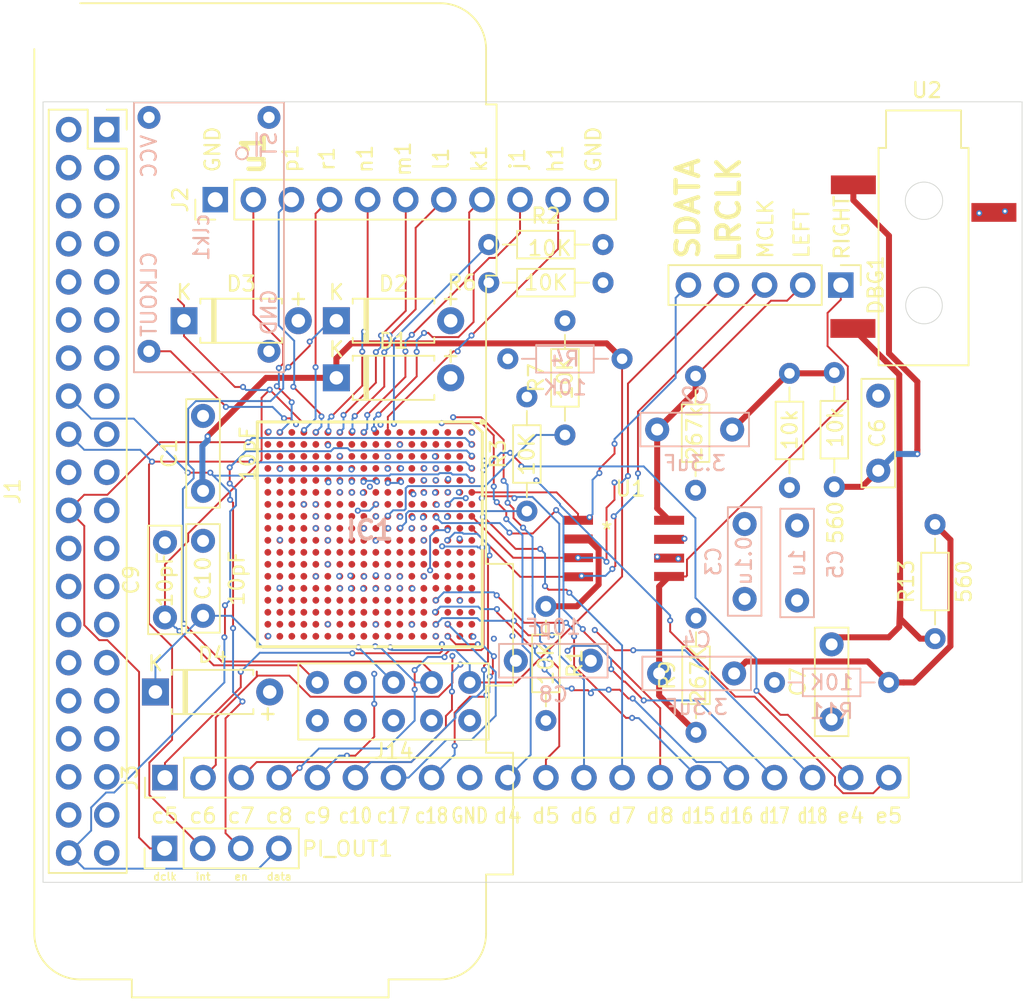
<source format=kicad_pcb>
(kicad_pcb (version 20171130) (host pcbnew 5.1.5+dfsg1-2build2)
  (layers (0 F.Cu signal) (1 In1.Cu signal) (2 In2.Cu signal) (31 B.Cu signal) (34 B.Paste user) (35 F.Paste user) (36 B.SilkS user) (37 F.SilkS user) (38 B.Mask user) (39 F.Mask user) (44 Edge.Cuts user))
  (net 0 "")
  (net 1 GND)
  (net 2 tck)
  (net 3 "Net-(C2-Pad2)")
  (net 4 "Net-(C2-Pad1)")
  (net 5 5Vin)
  (net 6 "Net-(C4-Pad2)")
  (net 7 "Net-(C4-Pad1)")
  (net 8 "Net-(C6-Pad1)")
  (net 9 "Net-(C7-Pad2)")
  (net 10 tdo)
  (net 11 tdi)
  (net 12 tms)
  (net 13 V3.3)
  (net 14 CLK)
  (net 15 "Net-(clk1-Pad1)")
  (net 16 "Net-(IC1-PadV17)")
  (net 17 "Net-(IC1-PadV16)")
  (net 18 "Net-(IC1-PadV15)")
  (net 19 "Net-(IC1-PadV14)")
  (net 20 "Net-(IC1-PadV13)")
  (net 21 "Net-(IC1-PadV12)")
  (net 22 "Net-(IC1-PadV11)")
  (net 23 "Net-(IC1-PadV10)")
  (net 24 "Net-(IC1-PadV9)")
  (net 25 "Net-(IC1-PadV8)")
  (net 26 "Net-(IC1-PadV7)")
  (net 27 "Net-(IC1-PadV6)")
  (net 28 "Net-(IC1-PadV5)")
  (net 29 "Net-(IC1-PadV4)")
  (net 30 "Net-(IC1-PadV3)")
  (net 31 "Net-(IC1-PadV2)")
  (net 32 "Net-(IC1-PadU18)")
  (net 33 "Net-(IC1-PadU17)")
  (net 34 "Net-(IC1-PadU16)")
  (net 35 "Net-(IC1-PadU15)")
  (net 36 "Net-(IC1-PadU13)")
  (net 37 "Net-(IC1-PadU12)")
  (net 38 "Net-(IC1-PadU11)")
  (net 39 "Net-(IC1-PadU9)")
  (net 40 "Net-(IC1-PadU8)")
  (net 41 "Net-(IC1-PadU7)")
  (net 42 "Net-(IC1-PadU6)")
  (net 43 "Net-(IC1-PadU5)")
  (net 44 "Net-(IC1-PadU3)")
  (net 45 "Net-(IC1-PadU2)")
  (net 46 "Net-(IC1-PadT18)")
  (net 47 "Net-(IC1-PadT17)")
  (net 48 "Net-(IC1-PadT16)")
  (net 49 "Net-(IC1-PadT15)")
  (net 50 "Net-(IC1-PadT14)")
  (net 51 "Net-(IC1-PadT13)")
  (net 52 "Net-(IC1-PadT12)")
  (net 53 "Net-(IC1-PadT11)")
  (net 54 "Net-(IC1-PadT10)")
  (net 55 "Net-(IC1-PadT9)")
  (net 56 "Net-(IC1-PadT8)")
  (net 57 "Net-(IC1-PadT7)")
  (net 58 "Net-(IC1-PadT6)")
  (net 59 "Net-(IC1-PadT5)")
  (net 60 "Net-(IC1-PadT4)")
  (net 61 "Net-(IC1-PadT3)")
  (net 62 "Net-(IC1-PadT2)")
  (net 63 "Net-(IC1-PadT1)")
  (net 64 "Net-(IC1-PadR18)")
  (net 65 "Net-(IC1-PadR17)")
  (net 66 "Net-(IC1-PadR16)")
  (net 67 "Net-(IC1-PadR15)")
  (net 68 "Net-(IC1-PadR14)")
  (net 69 "Net-(IC1-PadR13)")
  (net 70 "Net-(IC1-PadR12)")
  (net 71 "Net-(IC1-PadR11)")
  (net 72 "Net-(IC1-PadR10)")
  (net 73 "Net-(IC1-PadR9)")
  (net 74 "Net-(IC1-PadR8)")
  (net 75 "Net-(IC1-PadR6)")
  (net 76 "Net-(IC1-PadR5)")
  (net 77 "Net-(IC1-PadR4)")
  (net 78 "Net-(IC1-PadR3)")
  (net 79 "Net-(IC1-PadR2)")
  (net 80 "Net-(IC1-PadP18)")
  (net 81 "Net-(IC1-PadP17)")
  (net 82 "Net-(IC1-PadP16)")
  (net 83 "Net-(IC1-PadP15)")
  (net 84 "Net-(IC1-PadP14)")
  (net 85 "Net-(IC1-PadP12)")
  (net 86 "Net-(IC1-PadP11)")
  (net 87 "Net-(IC1-PadP10)")
  (net 88 "Net-(IC1-PadP6)")
  (net 89 "Net-(IC1-PadP5)")
  (net 90 "Net-(IC1-PadP4)")
  (net 91 "Net-(IC1-PadP3)")
  (net 92 "Net-(IC1-PadP2)")
  (net 93 "Net-(IC1-PadN18)")
  (net 94 "Net-(IC1-PadN16)")
  (net 95 "Net-(IC1-PadN15)")
  (net 96 "Net-(IC1-PadN14)")
  (net 97 "Net-(IC1-PadN13)")
  (net 98 "Net-(IC1-PadN11)")
  (net 99 "Net-(IC1-PadN8)")
  (net 100 "Net-(IC1-PadN7)")
  (net 101 "Net-(IC1-PadN6)")
  (net 102 "Net-(IC1-PadN4)")
  (net 103 "Net-(IC1-PadN3)")
  (net 104 "Net-(IC1-PadM18)")
  (net 105 "Net-(IC1-PadM17)")
  (net 106 "Net-(IC1-PadM16)")
  (net 107 "Net-(IC1-PadM15)")
  (net 108 "Net-(IC1-PadM12)")
  (net 109 "Net-(IC1-PadM11)")
  (net 110 "Net-(IC1-PadM10)")
  (net 111 "Net-(IC1-PadM9)")
  (net 112 "Net-(IC1-PadM8)")
  (net 113 "Net-(IC1-PadM7)")
  (net 114 "Net-(IC1-PadM4)")
  (net 115 "Net-(IC1-PadM2)")
  (net 116 "Net-(IC1-PadL18)")
  (net 117 "Net-(IC1-PadL17)")
  (net 118 "Net-(IC1-PadL16)")
  (net 119 "Net-(IC1-PadL15)")
  (net 120 "Net-(IC1-PadL12)")
  (net 121 "Net-(IC1-PadL11)")
  (net 122 "Net-(IC1-PadL10)")
  (net 123 "Net-(IC1-PadL9)")
  (net 124 "Net-(IC1-PadL8)")
  (net 125 "Net-(IC1-PadL7)")
  (net 126 "Net-(IC1-PadL3)")
  (net 127 "Net-(IC1-PadL2)")
  (net 128 "Net-(IC1-PadK18)")
  (net 129 "Net-(IC1-PadK17)")
  (net 130 "Net-(IC1-PadK16)")
  (net 131 "Net-(IC1-PadK15)")
  (net 132 "Net-(IC1-PadK12)")
  (net 133 "Net-(IC1-PadK11)")
  (net 134 "Net-(IC1-PadK10)")
  (net 135 "Net-(IC1-PadK8)")
  (net 136 "Net-(IC1-PadK7)")
  (net 137 "Net-(IC1-PadK4)")
  (net 138 "Net-(IC1-PadK3)")
  (net 139 "Net-(IC1-PadK2)")
  (net 140 "Net-(IC1-PadJ18)")
  (net 141 "Net-(IC1-PadJ16)")
  (net 142 "Net-(IC1-PadJ15)")
  (net 143 "Net-(IC1-PadJ12)")
  (net 144 "Net-(IC1-PadJ11)")
  (net 145 "Net-(IC1-PadJ9)")
  (net 146 "Net-(IC1-PadJ6)")
  (net 147 "Net-(IC1-PadJ4)")
  (net 148 "Net-(IC1-PadJ3)")
  (net 149 "Net-(IC1-PadJ2)")
  (net 150 "Net-(IC1-PadH18)")
  (net 151 "Net-(IC1-PadH17)")
  (net 152 "Net-(IC1-PadH16)")
  (net 153 "Net-(IC1-PadH15)")
  (net 154 "Net-(IC1-PadH12)")
  (net 155 "Net-(IC1-PadH11)")
  (net 156 "Net-(IC1-PadH10)")
  (net 157 "Net-(IC1-PadH9)")
  (net 158 "Net-(IC1-PadH8)")
  (net 159 "Net-(IC1-PadH7)")
  (net 160 "Net-(IC1-PadH6)")
  (net 161 "Net-(IC1-PadH2)")
  (net 162 "Net-(IC1-PadG18)")
  (net 163 "Net-(IC1-PadG17)")
  (net 164 "Net-(IC1-PadG16)")
  (net 165 "Net-(IC1-PadG15)")
  (net 166 "Net-(IC1-PadG12)")
  (net 167 "Net-(IC1-PadG11)")
  (net 168 "Net-(IC1-PadG10)")
  (net 169 "Net-(IC1-PadG9)")
  (net 170 "Net-(IC1-PadG8)")
  (net 171 "Net-(IC1-PadG7)")
  (net 172 "Net-(IC1-PadG6)")
  (net 173 "Net-(IC1-PadG3)")
  (net 174 "Net-(IC1-PadG1)")
  (net 175 "Net-(IC1-PadF18)")
  (net 176 "Net-(IC1-PadF16)")
  (net 177 "Net-(IC1-PadF15)")
  (net 178 "Net-(IC1-PadF13)")
  (net 179 "Net-(IC1-PadF12)")
  (net 180 "Net-(IC1-PadF11)")
  (net 181 "Net-(IC1-PadF10)")
  (net 182 "Net-(IC1-PadF7)")
  (net 183 "Net-(IC1-PadF5)")
  (net 184 "Net-(IC1-PadF4)")
  (net 185 "Net-(IC1-PadF3)")
  (net 186 "Net-(IC1-PadF2)")
  (net 187 "Net-(IC1-PadF1)")
  (net 188 "Net-(IC1-PadE18)")
  (net 189 "Net-(IC1-PadE17)")
  (net 190 "Net-(IC1-PadE16)")
  (net 191 "Net-(IC1-PadE15)")
  (net 192 "Net-(IC1-PadE14)")
  (net 193 "Net-(IC1-PadE12)")
  (net 194 "Net-(IC1-PadE11)")
  (net 195 VCCIO_B8)
  (net 196 "Net-(IC1-PadE3)")
  (net 197 "Net-(IC1-PadE2)")
  (net 198 "Net-(IC1-PadE1)")
  (net 199 "Net-(IC1-PadD14)")
  (net 200 "Net-(IC1-PadD13)")
  (net 201 "Net-(IC1-PadD12)")
  (net 202 "Net-(IC1-PadD11)")
  (net 203 "Net-(IC1-PadD10)")
  (net 204 "Net-(IC1-PadD9)")
  (net 205 "Net-(IC1-PadD2)")
  (net 206 "Net-(IC1-PadD1)")
  (net 207 "Net-(IC1-PadC16)")
  (net 208 "Net-(IC1-PadC15)")
  (net 209 "Net-(IC1-PadC14)")
  (net 210 "Net-(IC1-PadC13)")
  (net 211 "Net-(IC1-PadC12)")
  (net 212 "Net-(IC1-PadC11)")
  (net 213 "Net-(IC1-PadC4)")
  (net 214 "Net-(IC1-PadC3)")
  (net 215 "Net-(IC1-PadC2)")
  (net 216 "Net-(IC1-PadC1)")
  (net 217 "Net-(IC1-PadB18)")
  (net 218 "Net-(IC1-PadB17)")
  (net 219 "Net-(IC1-PadB16)")
  (net 220 "Net-(IC1-PadB14)")
  (net 221 "Net-(IC1-PadB13)")
  (net 222 "Net-(IC1-PadB12)")
  (net 223 "Net-(IC1-PadB11)")
  (net 224 "Net-(IC1-PadB9)")
  (net 225 "Net-(IC1-PadB8)")
  (net 226 "Net-(IC1-PadB7)")
  (net 227 "Net-(IC1-PadB5)")
  (net 228 "Net-(IC1-PadB4)")
  (net 229 "Net-(IC1-PadB3)")
  (net 230 "Net-(IC1-PadB2)")
  (net 231 "Net-(IC1-PadB1)")
  (net 232 "Net-(IC1-PadA17)")
  (net 233 "Net-(IC1-PadA16)")
  (net 234 "Net-(IC1-PadA15)")
  (net 235 "Net-(IC1-PadA14)")
  (net 236 "Net-(IC1-PadA13)")
  (net 237 "Net-(IC1-PadA12)")
  (net 238 "Net-(IC1-PadA11)")
  (net 239 "Net-(IC1-PadA10)")
  (net 240 MCLK)
  (net 241 LRCK)
  (net 242 "Net-(IC1-PadA7)")
  (net 243 SDATA)
  (net 244 EN)
  (net 245 INTERR)
  (net 246 DATA)
  (net 247 DCLK)
  (net 248 "Net-(J1-Pad26)")
  (net 249 "Net-(J1-Pad21)")
  (net 250 "Net-(J1-Pad29)")
  (net 251 "Net-(J1-Pad8)")
  (net 252 "Net-(J1-Pad7)")
  (net 253 "Net-(J1-Pad32)")
  (net 254 "Net-(J1-Pad31)")
  (net 255 "Net-(J1-Pad36)")
  (net 256 "Net-(J1-Pad35)")
  (net 257 "Net-(J1-Pad33)")
  (net 258 "Net-(J1-Pad38)")
  (net 259 "Net-(J1-Pad37)")
  (net 260 "Net-(J1-Pad19)")
  (net 261 "Net-(J1-Pad10)")
  (net 262 "Net-(J1-Pad13)")
  (net 263 "Net-(J1-Pad28)")
  (net 264 "Net-(J1-Pad27)")
  (net 265 "Net-(J1-Pad12)")
  (net 266 "Net-(J1-Pad11)")
  (net 267 "Net-(J1-Pad24)")
  (net 268 "Net-(J1-Pad23)")
  (net 269 "Net-(J1-Pad1)")
  (net 270 "Net-(J1-Pad5)")
  (net 271 "Net-(J1-Pad4)")
  (net 272 "Net-(J1-Pad15)")
  (net 273 "Net-(J1-Pad3)")
  (net 274 "Net-(J14-Pad8)")
  (net 275 "Net-(J14-Pad7)")
  (net 276 "Net-(J14-Pad6)")
  (net 277 "Net-(R1-Pad1)")
  (net 278 u1)
  (net 279 r1)
  (net 280 p1)
  (net 281 n1)
  (net 282 m1)
  (net 283 l1)
  (net 284 k1)
  (net 285 j1)
  (net 286 h1)
  (net 287 e5)
  (net 288 e4)
  (net 289 d18)
  (net 290 d17)
  (net 291 d16)
  (net 292 d15)
  (net 293 d8)
  (net 294 d7)
  (net 295 d6)
  (net 296 d5)
  (net 297 d4)
  (net 298 c18)
  (net 299 c17)
  (net 300 c10)
  (net 301 c9)
  (net 302 c8)
  (net 303 c7)
  (net 304 c6)
  (net 305 c5)
  (module Connector_PinHeader_2.54mm:PinHeader_1x04_P2.54mm_Vertical (layer F.Cu) (at 187.9346 92.34932 90)
    (fp_text reference PI_OUT1 (at -0.0254 12.192 180) (layer F.SilkS))
    (fp_text value Conn_01x04_Male)
    (pad 4 thru_hole oval (at 0 7.62 90) (size 1.7 1.7) (drill 1) (layers *.Cu *.Mask) (net 246 DATA))
    (pad 3 thru_hole oval (at 0 5.08 90) (size 1.7 1.7) (drill 1) (layers *.Cu *.Mask) (net 244 EN))
    (pad 2 thru_hole oval (at 0 2.54 90) (size 1.7 1.7) (drill 1) (layers *.Cu *.Mask) (net 245 INTERR))
    (pad 1 thru_hole rect (at 0 0 90) (size 1.7 1.7) (drill 1) (layers *.Cu *.Mask) (net 247 DCLK))
  )
  (module Connector_PinHeader_2.54mm:PinHeader_1x11_P2.54mm_Vertical (layer F.Cu) (at 191.31534 49.0728 90)
    (fp_text reference J2 (at 0 -2.33 90) (layer F.SilkS))
    (fp_text value Conn_01x11_Male)
    (pad 11 thru_hole oval (at 0 25.4 90) (size 1.7 1.7) (drill 1) (layers *.Cu *.Mask) (net 1 GND))
    (pad 10 thru_hole oval (at 0 22.86 90) (size 1.7 1.7) (drill 1) (layers *.Cu *.Mask) (net 286 h1))
    (pad 9 thru_hole oval (at 0 20.32 90) (size 1.7 1.7) (drill 1) (layers *.Cu *.Mask) (net 285 j1))
    (pad 8 thru_hole oval (at 0 17.78 90) (size 1.7 1.7) (drill 1) (layers *.Cu *.Mask) (net 284 k1))
    (pad 7 thru_hole oval (at 0 15.24 90) (size 1.7 1.7) (drill 1) (layers *.Cu *.Mask) (net 283 l1))
    (pad 6 thru_hole oval (at 0 12.7 90) (size 1.7 1.7) (drill 1) (layers *.Cu *.Mask) (net 282 m1))
    (pad 5 thru_hole oval (at 0 10.16 90) (size 1.7 1.7) (drill 1) (layers *.Cu *.Mask) (net 281 n1))
    (pad 4 thru_hole oval (at 0 7.62 90) (size 1.7 1.7) (drill 1) (layers *.Cu *.Mask) (net 279 r1))
    (pad 3 thru_hole oval (at 0 5.08 90) (size 1.7 1.7) (drill 1) (layers *.Cu *.Mask) (net 280 p1))
    (pad 2 thru_hole oval (at 0 2.54 90) (size 1.7 1.7) (drill 1) (layers *.Cu *.Mask) (net 278 u1))
    (pad 1 thru_hole rect (at 0 0 90) (size 1.7 1.7) (drill 1) (layers *.Cu *.Mask) (net 1 GND))
  )
  (module Connector_PinHeader_2.54mm:PinHeader_1x05_P2.54mm_Vertical (layer F.Cu) (at 233.02214 54.77256 270)
    (fp_text reference DBG1 (at 0 -2.33 90) (layer F.SilkS))
    (fp_text value Conn_01x05_Male)
    (pad 5 thru_hole oval (at 0 10.16 270) (size 1.7 1.7) (drill 1) (layers *.Cu *.Mask) (net 243 SDATA))
    (pad 4 thru_hole oval (at 0 7.62 270) (size 1.7 1.7) (drill 1) (layers *.Cu *.Mask) (net 241 LRCK))
    (pad 3 thru_hole oval (at 0 5.08 270) (size 1.7 1.7) (drill 1) (layers *.Cu *.Mask) (net 240 MCLK))
    (pad 2 thru_hole oval (at 0 2.54 270) (size 1.7 1.7) (drill 1) (layers *.Cu *.Mask) (net 3 "Net-(C2-Pad2)"))
    (pad 1 thru_hole rect (at 0 0 270) (size 1.7 1.7) (drill 1) (layers *.Cu *.Mask) (net 6 "Net-(C4-Pad2)"))
  )
  (module MyFootprints:Audio_Jack (layer F.Cu) (at 238.76 41.275)
    (fp_text reference U2 (at 0 0.5) (layer F.SilkS))
    (fp_text value FemaleAudioJack)
    (pad 3 smd rect (at -4.93 16.39 90) (size 1.25 3) (layers F.Cu F.Paste F.Mask) (net 9 "Net-(C7-Pad2)"))
    (pad 2 smd rect (at -4.9 6.81 90) (size 1.25 3) (layers F.Cu F.Paste F.Mask) (net 8 "Net-(C6-Pad1)"))
    (pad 1 smd rect (at 4.47 8.65 90) (size 1.25 3) (layers F.Cu F.Paste F.Mask) (net 1 GND))
  )
  (module MyFootprints:DAC (layer F.Cu) (at 219 67.86)
    (fp_text reference U1 (at 0 0.5) (layer F.SilkS))
    (fp_text value DAC)
    (pad 5 smd rect (at 2.575 6.35 90) (size 0.6 2) (layers F.Cu F.Paste F.Mask) (net 6 "Net-(C4-Pad2)"))
    (pad 6 smd rect (at 2.575 5.125 90) (size 0.6 2) (layers F.Cu F.Paste F.Mask) (net 1 GND))
    (pad 7 smd rect (at 2.575 3.875 90) (size 0.6 2) (layers F.Cu F.Paste F.Mask) (net 5 5Vin))
    (pad 8 smd rect (at 2.575 2.6 90) (size 0.6 2) (layers F.Cu F.Paste F.Mask) (net 3 "Net-(C2-Pad2)"))
    (pad 4 smd rect (at -3.5 6.375 90) (size 0.6 2) (layers F.Cu F.Paste F.Mask) (net 240 MCLK))
    (pad 3 smd rect (at -3.5 5.1 90) (size 0.6 2) (layers F.Cu F.Paste F.Mask) (net 241 LRCK))
    (pad 2 smd rect (at -3.525 3.85 90) (size 0.6 2) (layers F.Cu F.Paste F.Mask) (net 277 "Net-(R1-Pad1)"))
    (pad 1 smd rect (at -3.5 2.6 90) (size 0.6 2) (layers F.Cu F.Paste F.Mask) (net 243 SDATA))
  )
  (module Resistor_THT:R_Axial_DIN0204_L3.6mm_D1.6mm_P7.62mm_Horizontal (layer F.Cu) (at 239.306 78.359 90)
    (fp_text reference R13 (at 3.81 -1.92 90) (layer F.SilkS))
    (fp_text value 560 (at 3.81 1.92 90) (layer F.SilkS))
    (pad 2 thru_hole oval (at 7.62 0 90) (size 1.4 1.4) (drill 0.7) (layers *.Cu *.Mask) (net 7 "Net-(C4-Pad1)"))
    (pad 1 thru_hole circle (at 0 0 90) (size 1.4 1.4) (drill 0.7) (layers *.Cu *.Mask) (net 9 "Net-(C7-Pad2)"))
  )
  (module Resistor_THT:R_Axial_DIN0204_L3.6mm_D1.6mm_P7.62mm_Horizontal (layer F.Cu) (at 232.59 68.23 90)
    (fp_text reference 10k (at 3.81 -2.974 90) (layer F.SilkS))
    (fp_text value 560 (at -2.382 0.074 90) (layer F.SilkS))
    (pad 2 thru_hole oval (at 7.62 0 90) (size 1.4 1.4) (drill 0.7) (layers *.Cu *.Mask) (net 4 "Net-(C2-Pad1)"))
    (pad 1 thru_hole circle (at 0 0 90) (size 1.4 1.4) (drill 0.7) (layers *.Cu *.Mask) (net 8 "Net-(C6-Pad1)"))
  )
  (module Resistor_THT:R_Axial_DIN0204_L3.6mm_D1.6mm_P7.62mm_Horizontal (layer B.Cu) (at 228.6 81.28)
    (fp_text reference R11 (at 3.81 1.92) (layer B.SilkS) (effects (justify mirror)))
    (fp_text value 10K (at 3.81 0) (layer B.SilkS) (effects (justify mirror)))
    (pad 2 thru_hole oval (at 7.62 0) (size 1.4 1.4) (drill 0.7) (layers *.Cu *.Mask) (net 7 "Net-(C4-Pad1)"))
    (pad 1 thru_hole circle (at 0 0) (size 1.4 1.4) (drill 0.7) (layers *.Cu *.Mask) (net 1 GND))
  )
  (module Resistor_THT:R_Axial_DIN0204_L3.6mm_D1.6mm_P7.62mm_Horizontal (layer F.Cu) (at 229.6 60.66 270)
    (fp_text reference 10k (at 3.602 -3.064 90) (layer F.SilkS))
    (fp_text value 10K)
    (pad 2 thru_hole oval (at 7.62 0 270) (size 1.4 1.4) (drill 0.7) (layers *.Cu *.Mask) (net 1 GND))
    (pad 1 thru_hole circle (at 0 0 270) (size 1.4 1.4) (drill 0.7) (layers *.Cu *.Mask) (net 4 "Net-(C2-Pad1)"))
  )
  (module Resistor_THT:R_Axial_DIN0204_L3.6mm_D1.6mm_P7.62mm_Horizontal (layer F.Cu) (at 223.37 84.61 90)
    (fp_text reference R9 (at 3.81 -1.92 90) (layer F.SilkS))
    (fp_text value 267K (at 3.838 0.15 90) (layer F.SilkS))
    (pad 2 thru_hole oval (at 7.62 0 90) (size 1.4 1.4) (drill 0.7) (layers *.Cu *.Mask) (net 1 GND))
    (pad 1 thru_hole circle (at 0 0 90) (size 1.4 1.4) (drill 0.7) (layers *.Cu *.Mask) (net 6 "Net-(C4-Pad2)"))
  )
  (module Resistor_THT:R_Axial_DIN0204_L3.6mm_D1.6mm_P7.62mm_Horizontal (layer F.Cu) (at 223.34 68.46 90)
    (fp_text reference 267k (at 3.81 -0.074 90) (layer F.SilkS))
    (fp_text value 267K)
    (pad 2 thru_hole oval (at 7.62 0 90) (size 1.4 1.4) (drill 0.7) (layers *.Cu *.Mask) (net 3 "Net-(C2-Pad2)"))
    (pad 1 thru_hole circle (at 0 0 90) (size 1.4 1.4) (drill 0.7) (layers *.Cu *.Mask) (net 1 GND))
  )
  (module Resistor_THT:R_Axial_DIN0204_L3.6mm_D1.6mm_P7.62mm_Horizontal (layer F.Cu) (at 214.63 64.77 90)
    (fp_text reference R7 (at 3.81 -1.92 90) (layer F.SilkS))
    (fp_text value 10K (at 3.81 0 90) (layer F.SilkS))
    (pad 2 thru_hole oval (at 7.62 0 90) (size 1.4 1.4) (drill 0.7) (layers *.Cu *.Mask) (net 13 V3.3))
    (pad 1 thru_hole circle (at 0 0 90) (size 1.4 1.4) (drill 0.7) (layers *.Cu *.Mask) (net 158 "Net-(IC1-PadH8)"))
  )
  (module Resistor_THT:R_Axial_DIN0204_L3.6mm_D1.6mm_P7.62mm_Horizontal (layer F.Cu) (at 209.55 54.61)
    (fp_text reference R6 (at -1.778 0) (layer F.SilkS))
    (fp_text value 10K (at 3.81 0) (layer F.SilkS))
    (pad 2 thru_hole oval (at 7.62 0) (size 1.4 1.4) (drill 0.7) (layers *.Cu *.Mask) (net 13 V3.3))
    (pad 1 thru_hole circle (at 0 0) (size 1.4 1.4) (drill 0.7) (layers *.Cu *.Mask) (net 170 "Net-(IC1-PadG8)"))
  )
  (module Resistor_THT:R_Axial_DIN0204_L3.6mm_D1.6mm_P7.62mm_Horizontal (layer B.Cu) (at 218.44 59.69 180)
    (fp_text reference R4 (at 3.81 0) (layer B.SilkS) (effects (justify mirror)))
    (fp_text value 10K (at 3.81 -1.92) (layer B.SilkS) (effects (justify mirror)))
    (pad 2 thru_hole oval (at 7.62 0 180) (size 1.4 1.4) (drill 0.7) (layers *.Cu *.Mask) (net 1 GND))
    (pad 1 thru_hole circle (at 0 0 180) (size 1.4 1.4) (drill 0.7) (layers *.Cu *.Mask) (net 2 tck))
  )
  (module Resistor_THT:R_Axial_DIN0204_L3.6mm_D1.6mm_P7.62mm_Horizontal (layer F.Cu) (at 212.09 69.85 90)
    (fp_text reference R3 (at 3.81 -1.92 90) (layer F.SilkS))
    (fp_text value 10K (at 3.81 0 90) (layer F.SilkS))
    (pad 2 thru_hole oval (at 7.62 0 90) (size 1.4 1.4) (drill 0.7) (layers *.Cu *.Mask) (net 1 GND))
    (pad 1 thru_hole circle (at 0 0 90) (size 1.4 1.4) (drill 0.7) (layers *.Cu *.Mask) (net 169 "Net-(IC1-PadG9)"))
  )
  (module Resistor_THT:R_Axial_DIN0204_L3.6mm_D1.6mm_P7.62mm_Horizontal (layer F.Cu) (at 209.55 52.07)
    (fp_text reference R2 (at 3.81 -1.92) (layer F.SilkS))
    (fp_text value 10K (at 4.064 0.254) (layer F.SilkS))
    (pad 2 thru_hole oval (at 7.62 0) (size 1.4 1.4) (drill 0.7) (layers *.Cu *.Mask) (net 13 V3.3))
    (pad 1 thru_hole circle (at 0 0) (size 1.4 1.4) (drill 0.7) (layers *.Cu *.Mask) (net 157 "Net-(IC1-PadH9)"))
  )
  (module Resistor_THT:R_Axial_DIN0204_L3.6mm_D1.6mm_P7.62mm_Horizontal (layer F.Cu) (at 213.36 76.2 270)
    (fp_text reference R1 (at 3.81 -1.92 90) (layer F.SilkS))
    (fp_text value 10K (at 3.81 0 90) (layer F.SilkS))
    (pad 2 thru_hole oval (at 7.62 0 270) (size 1.4 1.4) (drill 0.7) (layers *.Cu *.Mask) (net 1 GND))
    (pad 1 thru_hole circle (at 0 0 270) (size 1.4 1.4) (drill 0.7) (layers *.Cu *.Mask) (net 277 "Net-(R1-Pad1)"))
  )
  (module MyFootprints:Jtag_header (layer F.Cu) (at 203.2 86.36 180)
    (fp_text reference J14 (at 0 0.5) (layer F.SilkS))
    (fp_text value AVR-JTAG-10)
    (pad 2 thru_hole circle (at 5.08 2.54 180) (size 1.524 1.524) (drill 0.762) (layers *.Cu *.Mask) (net 1 GND))
    (pad 9 thru_hole circle (at 5.08 5.08 180) (size 1.524 1.524) (drill 0.762) (layers *.Cu *.Mask) (net 11 tdi))
    (pad 8 thru_hole circle (at 2.54 2.54 180) (size 1.524 1.524) (drill 0.762) (layers *.Cu *.Mask) (net 274 "Net-(J14-Pad8)"))
    (pad 7 thru_hole circle (at 2.54 5.08 180) (size 1.524 1.524) (drill 0.762) (layers *.Cu *.Mask) (net 275 "Net-(J14-Pad7)"))
    (pad 6 thru_hole circle (at 0 2.54 180) (size 1.524 1.524) (drill 0.762) (layers *.Cu *.Mask) (net 276 "Net-(J14-Pad6)"))
    (pad 5 thru_hole circle (at 0 5.08 180) (size 1.524 1.524) (drill 0.762) (layers *.Cu *.Mask) (net 12 tms))
    (pad 4 thru_hole circle (at -2.54 2.54 180) (size 1.524 1.524) (drill 0.762) (layers *.Cu *.Mask) (net 13 V3.3))
    (pad 3 thru_hole circle (at -2.54 5.08 180) (size 1.524 1.524) (drill 0.762) (layers *.Cu *.Mask) (net 10 tdo))
    (pad 2 thru_hole circle (at -5.08 2.54 180) (size 1.524 1.524) (drill 0.762) (layers *.Cu *.Mask) (net 1 GND))
    (pad 1 thru_hole circle (at -5.08 5.08 180) (size 1.524 1.524) (drill 0.762) (layers *.Cu *.Mask) (net 2 tck))
  )
  (module Connector_PinHeader_2.54mm:PinHeader_1x20_P2.54mm_Vertical (layer F.Cu) (at 187.96 87.63 90)
    (fp_text reference J3 (at 0 -2.33 90) (layer F.SilkS))
    (fp_text value Conn_01x20_Male)
    (pad 20 thru_hole oval (at 0 48.26 90) (size 1.7 1.7) (drill 1) (layers *.Cu *.Mask) (net 287 e5))
    (pad 19 thru_hole oval (at 0 45.72 90) (size 1.7 1.7) (drill 1) (layers *.Cu *.Mask) (net 288 e4))
    (pad 18 thru_hole oval (at 0 43.18 90) (size 1.7 1.7) (drill 1) (layers *.Cu *.Mask) (net 289 d18))
    (pad 17 thru_hole oval (at 0 40.64 90) (size 1.7 1.7) (drill 1) (layers *.Cu *.Mask) (net 290 d17))
    (pad 16 thru_hole oval (at 0 38.1 90) (size 1.7 1.7) (drill 1) (layers *.Cu *.Mask) (net 291 d16))
    (pad 15 thru_hole oval (at 0 35.56 90) (size 1.7 1.7) (drill 1) (layers *.Cu *.Mask) (net 292 d15))
    (pad 14 thru_hole oval (at 0 33.02 90) (size 1.7 1.7) (drill 1) (layers *.Cu *.Mask) (net 293 d8))
    (pad 13 thru_hole oval (at 0 30.48 90) (size 1.7 1.7) (drill 1) (layers *.Cu *.Mask) (net 294 d7))
    (pad 12 thru_hole oval (at 0 27.94 90) (size 1.7 1.7) (drill 1) (layers *.Cu *.Mask) (net 295 d6))
    (pad 11 thru_hole oval (at 0 25.4 90) (size 1.7 1.7) (drill 1) (layers *.Cu *.Mask) (net 296 d5))
    (pad 10 thru_hole oval (at 0 22.86 90) (size 1.7 1.7) (drill 1) (layers *.Cu *.Mask) (net 297 d4))
    (pad 9 thru_hole oval (at 0 20.32 90) (size 1.7 1.7) (drill 1) (layers *.Cu *.Mask) (net 1 GND))
    (pad 8 thru_hole oval (at 0 17.78 90) (size 1.7 1.7) (drill 1) (layers *.Cu *.Mask) (net 298 c18))
    (pad 7 thru_hole oval (at 0 15.24 90) (size 1.7 1.7) (drill 1) (layers *.Cu *.Mask) (net 299 c17))
    (pad 6 thru_hole oval (at 0 12.7 90) (size 1.7 1.7) (drill 1) (layers *.Cu *.Mask) (net 300 c10))
    (pad 5 thru_hole oval (at 0 10.16 90) (size 1.7 1.7) (drill 1) (layers *.Cu *.Mask) (net 301 c9))
    (pad 4 thru_hole oval (at 0 7.62 90) (size 1.7 1.7) (drill 1) (layers *.Cu *.Mask) (net 302 c8))
    (pad 3 thru_hole oval (at 0 5.08 90) (size 1.7 1.7) (drill 1) (layers *.Cu *.Mask) (net 303 c7))
    (pad 2 thru_hole oval (at 0 2.54 90) (size 1.7 1.7) (drill 1) (layers *.Cu *.Mask) (net 304 c6))
    (pad 1 thru_hole rect (at 0 0 90) (size 1.7 1.7) (drill 1) (layers *.Cu *.Mask) (net 305 c5))
  )
  (module MyFootprints:Raspberry_Pi_40_pin_socket (layer F.Cu) (at 184.08 44.4)
    (fp_text reference J1 (at -6.27 24.13 90) (layer F.SilkS))
    (fp_text value Raspberry_Pi_2_3)
    (pad 40 thru_hole oval (at -2.54 48.26) (size 1.7 1.7) (drill 1) (layers *.Cu *.Mask) (net 246 DATA))
    (pad 39 thru_hole oval (at 0 48.26) (size 1.7 1.7) (drill 1) (layers *.Cu *.Mask) (net 1 GND))
    (pad 26 thru_hole oval (at -2.54 30.48) (size 1.7 1.7) (drill 1) (layers *.Cu *.Mask) (net 248 "Net-(J1-Pad26)"))
    (pad 25 thru_hole oval (at 0 30.48) (size 1.7 1.7) (drill 1) (layers *.Cu *.Mask) (net 1 GND))
    (pad 22 thru_hole oval (at -2.54 25.4) (size 1.7 1.7) (drill 1) (layers *.Cu *.Mask) (net 247 DCLK))
    (pad 21 thru_hole oval (at 0 25.4) (size 1.7 1.7) (drill 1) (layers *.Cu *.Mask) (net 249 "Net-(J1-Pad21)"))
    (pad 30 thru_hole oval (at -2.54 35.56) (size 1.7 1.7) (drill 1) (layers *.Cu *.Mask) (net 1 GND))
    (pad 29 thru_hole oval (at 0 35.56) (size 1.7 1.7) (drill 1) (layers *.Cu *.Mask) (net 250 "Net-(J1-Pad29)"))
    (pad 8 thru_hole oval (at -2.54 7.62) (size 1.7 1.7) (drill 1) (layers *.Cu *.Mask) (net 251 "Net-(J1-Pad8)"))
    (pad 7 thru_hole oval (at 0 7.62) (size 1.7 1.7) (drill 1) (layers *.Cu *.Mask) (net 252 "Net-(J1-Pad7)"))
    (pad 32 thru_hole oval (at -2.54 38.1) (size 1.7 1.7) (drill 1) (layers *.Cu *.Mask) (net 253 "Net-(J1-Pad32)"))
    (pad 31 thru_hole oval (at 0 38.1) (size 1.7 1.7) (drill 1) (layers *.Cu *.Mask) (net 254 "Net-(J1-Pad31)"))
    (pad 18 thru_hole oval (at -2.54 20.32) (size 1.7 1.7) (drill 1) (layers *.Cu *.Mask) (net 245 INTERR))
    (pad 17 thru_hole oval (at 0 20.32) (size 1.7 1.7) (drill 1) (layers *.Cu *.Mask) (net 13 V3.3))
    (pad 36 thru_hole oval (at -2.54 43.18) (size 1.7 1.7) (drill 1) (layers *.Cu *.Mask) (net 255 "Net-(J1-Pad36)"))
    (pad 35 thru_hole oval (at 0 43.18) (size 1.7 1.7) (drill 1) (layers *.Cu *.Mask) (net 256 "Net-(J1-Pad35)"))
    (pad 34 thru_hole oval (at -2.54 40.64) (size 1.7 1.7) (drill 1) (layers *.Cu *.Mask) (net 1 GND))
    (pad 33 thru_hole oval (at 0 40.64) (size 1.7 1.7) (drill 1) (layers *.Cu *.Mask) (net 257 "Net-(J1-Pad33)"))
    (pad 38 thru_hole oval (at -2.54 45.72) (size 1.7 1.7) (drill 1) (layers *.Cu *.Mask) (net 258 "Net-(J1-Pad38)"))
    (pad 37 thru_hole oval (at 0 45.72) (size 1.7 1.7) (drill 1) (layers *.Cu *.Mask) (net 259 "Net-(J1-Pad37)"))
    (pad 20 thru_hole oval (at -2.54 22.86) (size 1.7 1.7) (drill 1) (layers *.Cu *.Mask) (net 1 GND))
    (pad 19 thru_hole oval (at 0 22.86) (size 1.7 1.7) (drill 1) (layers *.Cu *.Mask) (net 260 "Net-(J1-Pad19)"))
    (pad 10 thru_hole oval (at -2.54 10.16) (size 1.7 1.7) (drill 1) (layers *.Cu *.Mask) (net 261 "Net-(J1-Pad10)"))
    (pad 9 thru_hole oval (at 0 10.16) (size 1.7 1.7) (drill 1) (layers *.Cu *.Mask) (net 1 GND))
    (pad 14 thru_hole oval (at -2.54 15.24) (size 1.7 1.7) (drill 1) (layers *.Cu *.Mask) (net 1 GND))
    (pad 13 thru_hole oval (at 0 15.24) (size 1.7 1.7) (drill 1) (layers *.Cu *.Mask) (net 262 "Net-(J1-Pad13)"))
    (pad 28 thru_hole oval (at -2.54 33.02) (size 1.7 1.7) (drill 1) (layers *.Cu *.Mask) (net 263 "Net-(J1-Pad28)"))
    (pad 27 thru_hole oval (at 0 33.02) (size 1.7 1.7) (drill 1) (layers *.Cu *.Mask) (net 264 "Net-(J1-Pad27)"))
    (pad 12 thru_hole oval (at -2.54 12.7) (size 1.7 1.7) (drill 1) (layers *.Cu *.Mask) (net 265 "Net-(J1-Pad12)"))
    (pad 11 thru_hole oval (at 0 12.7) (size 1.7 1.7) (drill 1) (layers *.Cu *.Mask) (net 266 "Net-(J1-Pad11)"))
    (pad 24 thru_hole oval (at -2.54 27.94) (size 1.7 1.7) (drill 1) (layers *.Cu *.Mask) (net 267 "Net-(J1-Pad24)"))
    (pad 23 thru_hole oval (at 0 27.94) (size 1.7 1.7) (drill 1) (layers *.Cu *.Mask) (net 268 "Net-(J1-Pad23)"))
    (pad 1 thru_hole rect (at 0 0) (size 1.7 1.7) (drill 1) (layers *.Cu *.Mask) (net 269 "Net-(J1-Pad1)"))
    (pad 2 thru_hole oval (at -2.54 0) (size 1.7 1.7) (drill 1) (layers *.Cu *.Mask) (net 5 5Vin))
    (pad 5 thru_hole oval (at 0 5.08) (size 1.7 1.7) (drill 1) (layers *.Cu *.Mask) (net 270 "Net-(J1-Pad5)"))
    (pad 4 thru_hole oval (at -2.54 2.54) (size 1.7 1.7) (drill 1) (layers *.Cu *.Mask) (net 271 "Net-(J1-Pad4)"))
    (pad 16 thru_hole oval (at -2.54 17.78) (size 1.7 1.7) (drill 1) (layers *.Cu *.Mask) (net 244 EN))
    (pad 15 thru_hole oval (at 0 17.78) (size 1.7 1.7) (drill 1) (layers *.Cu *.Mask) (net 272 "Net-(J1-Pad15)"))
    (pad 3 thru_hole oval (at 0 2.54) (size 1.7 1.7) (drill 1) (layers *.Cu *.Mask) (net 273 "Net-(J1-Pad3)"))
    (pad 6 thru_hole oval (at -2.54 5.08) (size 1.7 1.7) (drill 1) (layers *.Cu *.Mask) (net 1 GND))
  )
  (module MyFootprints:BGA324C80P18X18_1500X1500X155 (layer F.Cu) (at 201.62 71.4 270)
    (fp_text reference IC1 (at -0.28 0 180) (layer B.SilkS) (effects (font (size 1.27 1.27) (thickness 0.254))))
    (fp_text value 10M02DCU324A7G hide)
    (pad V18 smd circle (at 6.8 6.8) (size 0.45 0.45) (layers F.Cu F.Paste F.Mask) (net 1 GND))
    (pad V17 smd circle (at 6 6.8) (size 0.45 0.45) (layers F.Cu F.Paste F.Mask) (net 16 "Net-(IC1-PadV17)"))
    (pad V16 smd circle (at 5.2 6.8) (size 0.45 0.45) (layers F.Cu F.Paste F.Mask) (net 17 "Net-(IC1-PadV16)"))
    (pad V15 smd circle (at 4.4 6.8) (size 0.45 0.45) (layers F.Cu F.Paste F.Mask) (net 18 "Net-(IC1-PadV15)"))
    (pad V14 smd circle (at 3.6 6.8) (size 0.45 0.45) (layers F.Cu F.Paste F.Mask) (net 19 "Net-(IC1-PadV14)"))
    (pad V13 smd circle (at 2.8 6.8) (size 0.45 0.45) (layers F.Cu F.Paste F.Mask) (net 20 "Net-(IC1-PadV13)"))
    (pad V12 smd circle (at 2 6.8) (size 0.45 0.45) (layers F.Cu F.Paste F.Mask) (net 21 "Net-(IC1-PadV12)"))
    (pad V11 smd circle (at 1.2 6.8) (size 0.45 0.45) (layers F.Cu F.Paste F.Mask) (net 22 "Net-(IC1-PadV11)"))
    (pad V10 smd circle (at 0.4 6.8) (size 0.45 0.45) (layers F.Cu F.Paste F.Mask) (net 23 "Net-(IC1-PadV10)"))
    (pad V9 smd circle (at -0.4 6.8) (size 0.45 0.45) (layers F.Cu F.Paste F.Mask) (net 24 "Net-(IC1-PadV9)"))
    (pad V8 smd circle (at -1.2 6.8) (size 0.45 0.45) (layers F.Cu F.Paste F.Mask) (net 25 "Net-(IC1-PadV8)"))
    (pad V7 smd circle (at -2 6.8) (size 0.45 0.45) (layers F.Cu F.Paste F.Mask) (net 26 "Net-(IC1-PadV7)"))
    (pad V6 smd circle (at -2.8 6.8) (size 0.45 0.45) (layers F.Cu F.Paste F.Mask) (net 27 "Net-(IC1-PadV6)"))
    (pad V5 smd circle (at -3.6 6.8) (size 0.45 0.45) (layers F.Cu F.Paste F.Mask) (net 28 "Net-(IC1-PadV5)"))
    (pad V4 smd circle (at -4.4 6.8) (size 0.45 0.45) (layers F.Cu F.Paste F.Mask) (net 29 "Net-(IC1-PadV4)"))
    (pad V3 smd circle (at -5.2 6.8) (size 0.45 0.45) (layers F.Cu F.Paste F.Mask) (net 30 "Net-(IC1-PadV3)"))
    (pad V2 smd circle (at -6 6.8) (size 0.45 0.45) (layers F.Cu F.Paste F.Mask) (net 31 "Net-(IC1-PadV2)"))
    (pad V1 smd circle (at -6.8 6.8) (size 0.45 0.45) (layers F.Cu F.Paste F.Mask) (net 1 GND))
    (pad U18 smd circle (at 6.8 6) (size 0.45 0.45) (layers F.Cu F.Paste F.Mask) (net 32 "Net-(IC1-PadU18)"))
    (pad U17 smd circle (at 6 6) (size 0.45 0.45) (layers F.Cu F.Paste F.Mask) (net 33 "Net-(IC1-PadU17)"))
    (pad U16 smd circle (at 5.2 6) (size 0.45 0.45) (layers F.Cu F.Paste F.Mask) (net 34 "Net-(IC1-PadU16)"))
    (pad U15 smd circle (at 4.4 6) (size 0.45 0.45) (layers F.Cu F.Paste F.Mask) (net 35 "Net-(IC1-PadU15)"))
    (pad U14 smd circle (at 3.6 6) (size 0.45 0.45) (layers F.Cu F.Paste F.Mask) (net 1 GND))
    (pad U13 smd circle (at 2.8 6) (size 0.45 0.45) (layers F.Cu F.Paste F.Mask) (net 36 "Net-(IC1-PadU13)"))
    (pad U12 smd circle (at 2 6) (size 0.45 0.45) (layers F.Cu F.Paste F.Mask) (net 37 "Net-(IC1-PadU12)"))
    (pad U11 smd circle (at 1.2 6) (size 0.45 0.45) (layers F.Cu F.Paste F.Mask) (net 38 "Net-(IC1-PadU11)"))
    (pad U10 smd circle (at 0.4 6) (size 0.45 0.45) (layers F.Cu F.Paste F.Mask) (net 1 GND))
    (pad U9 smd circle (at -0.4 6) (size 0.45 0.45) (layers F.Cu F.Paste F.Mask) (net 39 "Net-(IC1-PadU9)"))
    (pad U8 smd circle (at -1.2 6) (size 0.45 0.45) (layers F.Cu F.Paste F.Mask) (net 40 "Net-(IC1-PadU8)"))
    (pad U7 smd circle (at -2 6) (size 0.45 0.45) (layers F.Cu F.Paste F.Mask) (net 41 "Net-(IC1-PadU7)"))
    (pad U6 smd circle (at -2.8 6) (size 0.45 0.45) (layers F.Cu F.Paste F.Mask) (net 42 "Net-(IC1-PadU6)"))
    (pad U5 smd circle (at -3.6 6) (size 0.45 0.45) (layers F.Cu F.Paste F.Mask) (net 43 "Net-(IC1-PadU5)"))
    (pad U4 smd circle (at -4.4 6) (size 0.45 0.45) (layers F.Cu F.Paste F.Mask) (net 1 GND))
    (pad U3 smd circle (at -5.2 6) (size 0.45 0.45) (layers F.Cu F.Paste F.Mask) (net 44 "Net-(IC1-PadU3)"))
    (pad U2 smd circle (at -6 6) (size 0.45 0.45) (layers F.Cu F.Paste F.Mask) (net 45 "Net-(IC1-PadU2)"))
    (pad U1 smd circle (at -6.8 6) (size 0.45 0.45) (layers F.Cu F.Paste F.Mask) (net 278 u1))
    (pad T18 smd circle (at 6.8 5.2) (size 0.45 0.45) (layers F.Cu F.Paste F.Mask) (net 46 "Net-(IC1-PadT18)"))
    (pad T17 smd circle (at 6 5.2) (size 0.45 0.45) (layers F.Cu F.Paste F.Mask) (net 47 "Net-(IC1-PadT17)"))
    (pad T16 smd circle (at 5.2 5.2) (size 0.45 0.45) (layers F.Cu F.Paste F.Mask) (net 48 "Net-(IC1-PadT16)"))
    (pad T15 smd circle (at 4.4 5.2) (size 0.45 0.45) (layers F.Cu F.Paste F.Mask) (net 49 "Net-(IC1-PadT15)"))
    (pad T14 smd circle (at 3.6 5.2) (size 0.45 0.45) (layers F.Cu F.Paste F.Mask) (net 50 "Net-(IC1-PadT14)"))
    (pad T13 smd circle (at 2.8 5.2) (size 0.45 0.45) (layers F.Cu F.Paste F.Mask) (net 51 "Net-(IC1-PadT13)"))
    (pad T12 smd circle (at 2 5.2) (size 0.45 0.45) (layers F.Cu F.Paste F.Mask) (net 52 "Net-(IC1-PadT12)"))
    (pad T11 smd circle (at 1.2 5.2) (size 0.45 0.45) (layers F.Cu F.Paste F.Mask) (net 53 "Net-(IC1-PadT11)"))
    (pad T10 smd circle (at 0.4 5.2) (size 0.45 0.45) (layers F.Cu F.Paste F.Mask) (net 54 "Net-(IC1-PadT10)"))
    (pad T9 smd circle (at -0.4 5.2) (size 0.45 0.45) (layers F.Cu F.Paste F.Mask) (net 55 "Net-(IC1-PadT9)"))
    (pad T8 smd circle (at -1.2 5.2) (size 0.45 0.45) (layers F.Cu F.Paste F.Mask) (net 56 "Net-(IC1-PadT8)"))
    (pad T7 smd circle (at -2 5.2) (size 0.45 0.45) (layers F.Cu F.Paste F.Mask) (net 57 "Net-(IC1-PadT7)"))
    (pad T6 smd circle (at -2.8 5.2) (size 0.45 0.45) (layers F.Cu F.Paste F.Mask) (net 58 "Net-(IC1-PadT6)"))
    (pad T5 smd circle (at -3.6 5.2) (size 0.45 0.45) (layers F.Cu F.Paste F.Mask) (net 59 "Net-(IC1-PadT5)"))
    (pad T4 smd circle (at -4.4 5.2) (size 0.45 0.45) (layers F.Cu F.Paste F.Mask) (net 60 "Net-(IC1-PadT4)"))
    (pad T3 smd circle (at -5.2 5.2) (size 0.45 0.45) (layers F.Cu F.Paste F.Mask) (net 61 "Net-(IC1-PadT3)"))
    (pad T2 smd circle (at -6 5.2) (size 0.45 0.45) (layers F.Cu F.Paste F.Mask) (net 62 "Net-(IC1-PadT2)"))
    (pad T1 smd circle (at -6.8 5.2) (size 0.45 0.45) (layers F.Cu F.Paste F.Mask) (net 63 "Net-(IC1-PadT1)"))
    (pad R18 smd circle (at 6.8 4.4) (size 0.45 0.45) (layers F.Cu F.Paste F.Mask) (net 64 "Net-(IC1-PadR18)"))
    (pad R17 smd circle (at 6 4.4) (size 0.45 0.45) (layers F.Cu F.Paste F.Mask) (net 65 "Net-(IC1-PadR17)"))
    (pad R16 smd circle (at 5.2 4.4) (size 0.45 0.45) (layers F.Cu F.Paste F.Mask) (net 66 "Net-(IC1-PadR16)"))
    (pad R15 smd circle (at 4.4 4.4) (size 0.45 0.45) (layers F.Cu F.Paste F.Mask) (net 67 "Net-(IC1-PadR15)"))
    (pad R14 smd circle (at 3.6 4.4) (size 0.45 0.45) (layers F.Cu F.Paste F.Mask) (net 68 "Net-(IC1-PadR14)"))
    (pad R13 smd circle (at 2.8 4.4) (size 0.45 0.45) (layers F.Cu F.Paste F.Mask) (net 69 "Net-(IC1-PadR13)"))
    (pad R12 smd circle (at 2 4.4) (size 0.45 0.45) (layers F.Cu F.Paste F.Mask) (net 70 "Net-(IC1-PadR12)"))
    (pad R11 smd circle (at 1.2 4.4) (size 0.45 0.45) (layers F.Cu F.Paste F.Mask) (net 71 "Net-(IC1-PadR11)"))
    (pad R10 smd circle (at 0.4 4.4) (size 0.45 0.45) (layers F.Cu F.Paste F.Mask) (net 72 "Net-(IC1-PadR10)"))
    (pad R9 smd circle (at -0.4 4.4) (size 0.45 0.45) (layers F.Cu F.Paste F.Mask) (net 73 "Net-(IC1-PadR9)"))
    (pad R8 smd circle (at -1.2 4.4) (size 0.45 0.45) (layers F.Cu F.Paste F.Mask) (net 74 "Net-(IC1-PadR8)"))
    (pad R7 smd circle (at -2 4.4) (size 0.45 0.45) (layers F.Cu F.Paste F.Mask) (net 1 GND))
    (pad R6 smd circle (at -2.8 4.4) (size 0.45 0.45) (layers F.Cu F.Paste F.Mask) (net 75 "Net-(IC1-PadR6)"))
    (pad R5 smd circle (at -3.6 4.4) (size 0.45 0.45) (layers F.Cu F.Paste F.Mask) (net 76 "Net-(IC1-PadR5)"))
    (pad R4 smd circle (at -4.4 4.4) (size 0.45 0.45) (layers F.Cu F.Paste F.Mask) (net 77 "Net-(IC1-PadR4)"))
    (pad R3 smd circle (at -5.2 4.4) (size 0.45 0.45) (layers F.Cu F.Paste F.Mask) (net 78 "Net-(IC1-PadR3)"))
    (pad R2 smd circle (at -6 4.4) (size 0.45 0.45) (layers F.Cu F.Paste F.Mask) (net 79 "Net-(IC1-PadR2)"))
    (pad R1 smd circle (at -6.8 4.4) (size 0.45 0.45) (layers F.Cu F.Paste F.Mask) (net 279 r1))
    (pad P18 smd circle (at 6.8 3.6) (size 0.45 0.45) (layers F.Cu F.Paste F.Mask) (net 80 "Net-(IC1-PadP18)"))
    (pad P17 smd circle (at 6 3.6) (size 0.45 0.45) (layers F.Cu F.Paste F.Mask) (net 81 "Net-(IC1-PadP17)"))
    (pad P16 smd circle (at 5.2 3.6) (size 0.45 0.45) (layers F.Cu F.Paste F.Mask) (net 82 "Net-(IC1-PadP16)"))
    (pad P15 smd circle (at 4.4 3.6) (size 0.45 0.45) (layers F.Cu F.Paste F.Mask) (net 83 "Net-(IC1-PadP15)"))
    (pad P14 smd circle (at 3.6 3.6) (size 0.45 0.45) (layers F.Cu F.Paste F.Mask) (net 84 "Net-(IC1-PadP14)"))
    (pad P13 smd circle (at 2.8 3.6) (size 0.45 0.45) (layers F.Cu F.Paste F.Mask) (net 13 V3.3))
    (pad P12 smd circle (at 2 3.6) (size 0.45 0.45) (layers F.Cu F.Paste F.Mask) (net 85 "Net-(IC1-PadP12)"))
    (pad P11 smd circle (at 1.2 3.6) (size 0.45 0.45) (layers F.Cu F.Paste F.Mask) (net 86 "Net-(IC1-PadP11)"))
    (pad P10 smd circle (at 0.4 3.6) (size 0.45 0.45) (layers F.Cu F.Paste F.Mask) (net 87 "Net-(IC1-PadP10)"))
    (pad P9 smd circle (at -0.4 3.6) (size 0.45 0.45) (layers F.Cu F.Paste F.Mask) (net 13 V3.3))
    (pad P8 smd circle (at -1.2 3.6) (size 0.45 0.45) (layers F.Cu F.Paste F.Mask) (net 13 V3.3))
    (pad P7 smd circle (at -2 3.6) (size 0.45 0.45) (layers F.Cu F.Paste F.Mask) (net 13 V3.3))
    (pad P6 smd circle (at -2.8 3.6) (size 0.45 0.45) (layers F.Cu F.Paste F.Mask) (net 88 "Net-(IC1-PadP6)"))
    (pad P5 smd circle (at -3.6 3.6) (size 0.45 0.45) (layers F.Cu F.Paste F.Mask) (net 89 "Net-(IC1-PadP5)"))
    (pad P4 smd circle (at -4.4 3.6) (size 0.45 0.45) (layers F.Cu F.Paste F.Mask) (net 90 "Net-(IC1-PadP4)"))
    (pad P3 smd circle (at -5.2 3.6) (size 0.45 0.45) (layers F.Cu F.Paste F.Mask) (net 91 "Net-(IC1-PadP3)"))
    (pad P2 smd circle (at -6 3.6) (size 0.45 0.45) (layers F.Cu F.Paste F.Mask) (net 92 "Net-(IC1-PadP2)"))
    (pad P1 smd circle (at -6.8 3.6) (size 0.45 0.45) (layers F.Cu F.Paste F.Mask) (net 280 p1))
    (pad N18 smd circle (at 6.8 2.8) (size 0.45 0.45) (layers F.Cu F.Paste F.Mask) (net 93 "Net-(IC1-PadN18)"))
    (pad N17 smd circle (at 6 2.8) (size 0.45 0.45) (layers F.Cu F.Paste F.Mask) (net 1 GND))
    (pad N16 smd circle (at 5.2 2.8) (size 0.45 0.45) (layers F.Cu F.Paste F.Mask) (net 94 "Net-(IC1-PadN16)"))
    (pad N15 smd circle (at 4.4 2.8) (size 0.45 0.45) (layers F.Cu F.Paste F.Mask) (net 95 "Net-(IC1-PadN15)"))
    (pad N14 smd circle (at 3.6 2.8) (size 0.45 0.45) (layers F.Cu F.Paste F.Mask) (net 96 "Net-(IC1-PadN14)"))
    (pad N13 smd circle (at 2.8 2.8) (size 0.45 0.45) (layers F.Cu F.Paste F.Mask) (net 97 "Net-(IC1-PadN13)"))
    (pad N12 smd circle (at 2 2.8) (size 0.45 0.45) (layers F.Cu F.Paste F.Mask) (net 1 GND))
    (pad N11 smd circle (at 1.2 2.8) (size 0.45 0.45) (layers F.Cu F.Paste F.Mask) (net 98 "Net-(IC1-PadN11)"))
    (pad N10 smd circle (at 0.4 2.8) (size 0.45 0.45) (layers F.Cu F.Paste F.Mask) (net 1 GND))
    (pad N9 smd circle (at -0.4 2.8) (size 0.45 0.45) (layers F.Cu F.Paste F.Mask) (net 13 V3.3))
    (pad N8 smd circle (at -1.2 2.8) (size 0.45 0.45) (layers F.Cu F.Paste F.Mask) (net 99 "Net-(IC1-PadN8)"))
    (pad N7 smd circle (at -2 2.8) (size 0.45 0.45) (layers F.Cu F.Paste F.Mask) (net 100 "Net-(IC1-PadN7)"))
    (pad N6 smd circle (at -2.8 2.8) (size 0.45 0.45) (layers F.Cu F.Paste F.Mask) (net 101 "Net-(IC1-PadN6)"))
    (pad N5 smd circle (at -3.6 2.8) (size 0.45 0.45) (layers F.Cu F.Paste F.Mask) (net 1 GND))
    (pad N4 smd circle (at -4.4 2.8) (size 0.45 0.45) (layers F.Cu F.Paste F.Mask) (net 102 "Net-(IC1-PadN4)"))
    (pad N3 smd circle (at -5.2 2.8) (size 0.45 0.45) (layers F.Cu F.Paste F.Mask) (net 103 "Net-(IC1-PadN3)"))
    (pad N2 smd circle (at -6 2.8) (size 0.45 0.45) (layers F.Cu F.Paste F.Mask) (net 1 GND))
    (pad N1 smd circle (at -6.8 2.8) (size 0.45 0.45) (layers F.Cu F.Paste F.Mask) (net 281 n1))
    (pad M18 smd circle (at 6.8 2) (size 0.45 0.45) (layers F.Cu F.Paste F.Mask) (net 104 "Net-(IC1-PadM18)"))
    (pad M17 smd circle (at 6 2) (size 0.45 0.45) (layers F.Cu F.Paste F.Mask) (net 105 "Net-(IC1-PadM17)"))
    (pad M16 smd circle (at 5.2 2) (size 0.45 0.45) (layers F.Cu F.Paste F.Mask) (net 106 "Net-(IC1-PadM16)"))
    (pad M15 smd circle (at 4.4 2) (size 0.45 0.45) (layers F.Cu F.Paste F.Mask) (net 107 "Net-(IC1-PadM15)"))
    (pad M14 smd circle (at 3.6 2) (size 0.45 0.45) (layers F.Cu F.Paste F.Mask) (net 1 GND))
    (pad M13 smd circle (at 2.8 2) (size 0.45 0.45) (layers F.Cu F.Paste F.Mask) (net 13 V3.3))
    (pad M12 smd circle (at 2 2) (size 0.45 0.45) (layers F.Cu F.Paste F.Mask) (net 108 "Net-(IC1-PadM12)"))
    (pad M11 smd circle (at 1.2 2) (size 0.45 0.45) (layers F.Cu F.Paste F.Mask) (net 109 "Net-(IC1-PadM11)"))
    (pad M10 smd circle (at 0.4 2) (size 0.45 0.45) (layers F.Cu F.Paste F.Mask) (net 110 "Net-(IC1-PadM10)"))
    (pad M9 smd circle (at -0.4 2) (size 0.45 0.45) (layers F.Cu F.Paste F.Mask) (net 111 "Net-(IC1-PadM9)"))
    (pad M8 smd circle (at -1.2 2) (size 0.45 0.45) (layers F.Cu F.Paste F.Mask) (net 112 "Net-(IC1-PadM8)"))
    (pad M7 smd circle (at -2 2) (size 0.45 0.45) (layers F.Cu F.Paste F.Mask) (net 113 "Net-(IC1-PadM7)"))
    (pad M6 smd circle (at -2.8 2) (size 0.45 0.45) (layers F.Cu F.Paste F.Mask) (net 13 V3.3))
    (pad M5 smd circle (at -3.6 2) (size 0.45 0.45) (layers F.Cu F.Paste F.Mask) (net 13 V3.3))
    (pad M4 smd circle (at -4.4 2) (size 0.45 0.45) (layers F.Cu F.Paste F.Mask) (net 114 "Net-(IC1-PadM4)"))
    (pad M3 smd circle (at -5.2 2) (size 0.45 0.45) (layers F.Cu F.Paste F.Mask) (net 14 CLK))
    (pad M2 smd circle (at -6 2) (size 0.45 0.45) (layers F.Cu F.Paste F.Mask) (net 115 "Net-(IC1-PadM2)"))
    (pad M1 smd circle (at -6.8 2) (size 0.45 0.45) (layers F.Cu F.Paste F.Mask) (net 282 m1))
    (pad L18 smd circle (at 6.8 1.2) (size 0.45 0.45) (layers F.Cu F.Paste F.Mask) (net 116 "Net-(IC1-PadL18)"))
    (pad L17 smd circle (at 6 1.2) (size 0.45 0.45) (layers F.Cu F.Paste F.Mask) (net 117 "Net-(IC1-PadL17)"))
    (pad L16 smd circle (at 5.2 1.2) (size 0.45 0.45) (layers F.Cu F.Paste F.Mask) (net 118 "Net-(IC1-PadL16)"))
    (pad L15 smd circle (at 4.4 1.2) (size 0.45 0.45) (layers F.Cu F.Paste F.Mask) (net 119 "Net-(IC1-PadL15)"))
    (pad L14 smd circle (at 3.6 1.2) (size 0.45 0.45) (layers F.Cu F.Paste F.Mask) (net 13 V3.3))
    (pad L13 smd circle (at 2.8 1.2) (size 0.45 0.45) (layers F.Cu F.Paste F.Mask) (net 13 V3.3))
    (pad L12 smd circle (at 2 1.2) (size 0.45 0.45) (layers F.Cu F.Paste F.Mask) (net 120 "Net-(IC1-PadL12)"))
    (pad L11 smd circle (at 1.2 1.2) (size 0.45 0.45) (layers F.Cu F.Paste F.Mask) (net 121 "Net-(IC1-PadL11)"))
    (pad L10 smd circle (at 0.4 1.2) (size 0.45 0.45) (layers F.Cu F.Paste F.Mask) (net 122 "Net-(IC1-PadL10)"))
    (pad L9 smd circle (at -0.4 1.2) (size 0.45 0.45) (layers F.Cu F.Paste F.Mask) (net 123 "Net-(IC1-PadL9)"))
    (pad L8 smd circle (at -1.2 1.2) (size 0.45 0.45) (layers F.Cu F.Paste F.Mask) (net 124 "Net-(IC1-PadL8)"))
    (pad L7 smd circle (at -2 1.2) (size 0.45 0.45) (layers F.Cu F.Paste F.Mask) (net 125 "Net-(IC1-PadL7)"))
    (pad L6 smd circle (at -2.8 1.2) (size 0.45 0.45) (layers F.Cu F.Paste F.Mask) (net 13 V3.3))
    (pad L5 smd circle (at -3.6 1.2) (size 0.45 0.45) (layers F.Cu F.Paste F.Mask) (net 13 V3.3))
    (pad L4 smd circle (at -4.4 1.2) (size 0.45 0.45) (layers F.Cu F.Paste F.Mask) (net 1 GND))
    (pad L3 smd circle (at -5.2 1.2) (size 0.45 0.45) (layers F.Cu F.Paste F.Mask) (net 126 "Net-(IC1-PadL3)"))
    (pad L2 smd circle (at -6 1.2) (size 0.45 0.45) (layers F.Cu F.Paste F.Mask) (net 127 "Net-(IC1-PadL2)"))
    (pad L1 smd circle (at -6.8 1.2) (size 0.45 0.45) (layers F.Cu F.Paste F.Mask) (net 283 l1))
    (pad K18 smd circle (at 6.8 0.4) (size 0.45 0.45) (layers F.Cu F.Paste F.Mask) (net 128 "Net-(IC1-PadK18)"))
    (pad K17 smd circle (at 6 0.4) (size 0.45 0.45) (layers F.Cu F.Paste F.Mask) (net 129 "Net-(IC1-PadK17)"))
    (pad K16 smd circle (at 5.2 0.4) (size 0.45 0.45) (layers F.Cu F.Paste F.Mask) (net 130 "Net-(IC1-PadK16)"))
    (pad K15 smd circle (at 4.4 0.4) (size 0.45 0.45) (layers F.Cu F.Paste F.Mask) (net 131 "Net-(IC1-PadK15)"))
    (pad K14 smd circle (at 3.6 0.4) (size 0.45 0.45) (layers F.Cu F.Paste F.Mask) (net 13 V3.3))
    (pad K13 smd circle (at 2.8 0.4) (size 0.45 0.45) (layers F.Cu F.Paste F.Mask) (net 1 GND))
    (pad K12 smd circle (at 2 0.4) (size 0.45 0.45) (layers F.Cu F.Paste F.Mask) (net 132 "Net-(IC1-PadK12)"))
    (pad K11 smd circle (at 1.2 0.4) (size 0.45 0.45) (layers F.Cu F.Paste F.Mask) (net 133 "Net-(IC1-PadK11)"))
    (pad K10 smd circle (at 0.4 0.4) (size 0.45 0.45) (layers F.Cu F.Paste F.Mask) (net 134 "Net-(IC1-PadK10)"))
    (pad K9 smd circle (at -0.4 0.4) (size 0.45 0.45) (layers F.Cu F.Paste F.Mask) (net 1 GND))
    (pad K8 smd circle (at -1.2 0.4) (size 0.45 0.45) (layers F.Cu F.Paste F.Mask) (net 135 "Net-(IC1-PadK8)"))
    (pad K7 smd circle (at -2 0.4) (size 0.45 0.45) (layers F.Cu F.Paste F.Mask) (net 136 "Net-(IC1-PadK7)"))
    (pad K6 smd circle (at -2.8 0.4) (size 0.45 0.45) (layers F.Cu F.Paste F.Mask) (net 1 GND))
    (pad K5 smd circle (at -3.6 0.4) (size 0.45 0.45) (layers F.Cu F.Paste F.Mask) (net 13 V3.3))
    (pad K4 smd circle (at -4.4 0.4) (size 0.45 0.45) (layers F.Cu F.Paste F.Mask) (net 137 "Net-(IC1-PadK4)"))
    (pad K3 smd circle (at -5.2 0.4) (size 0.45 0.45) (layers F.Cu F.Paste F.Mask) (net 138 "Net-(IC1-PadK3)"))
    (pad K2 smd circle (at -6 0.4) (size 0.45 0.45) (layers F.Cu F.Paste F.Mask) (net 139 "Net-(IC1-PadK2)"))
    (pad K1 smd circle (at -6.8 0.4) (size 0.45 0.45) (layers F.Cu F.Paste F.Mask) (net 284 k1))
    (pad J18 smd circle (at 6.8 -0.4) (size 0.45 0.45) (layers F.Cu F.Paste F.Mask) (net 140 "Net-(IC1-PadJ18)"))
    (pad J17 smd circle (at 6 -0.4) (size 0.45 0.45) (layers F.Cu F.Paste F.Mask) (net 1 GND))
    (pad J16 smd circle (at 5.2 -0.4) (size 0.45 0.45) (layers F.Cu F.Paste F.Mask) (net 141 "Net-(IC1-PadJ16)"))
    (pad J15 smd circle (at 4.4 -0.4) (size 0.45 0.45) (layers F.Cu F.Paste F.Mask) (net 142 "Net-(IC1-PadJ15)"))
    (pad J14 smd circle (at 3.6 -0.4) (size 0.45 0.45) (layers F.Cu F.Paste F.Mask) (net 13 V3.3))
    (pad J13 smd circle (at 2.8 -0.4) (size 0.45 0.45) (layers F.Cu F.Paste F.Mask) (net 13 V3.3))
    (pad J12 smd circle (at 2 -0.4) (size 0.45 0.45) (layers F.Cu F.Paste F.Mask) (net 143 "Net-(IC1-PadJ12)"))
    (pad J11 smd circle (at 1.2 -0.4) (size 0.45 0.45) (layers F.Cu F.Paste F.Mask) (net 144 "Net-(IC1-PadJ11)"))
    (pad J10 smd circle (at 0.4 -0.4) (size 0.45 0.45) (layers F.Cu F.Paste F.Mask) (net 1 GND))
    (pad J9 smd circle (at -0.4 -0.4) (size 0.45 0.45) (layers F.Cu F.Paste F.Mask) (net 145 "Net-(IC1-PadJ9)"))
    (pad J8 smd circle (at -1.2 -0.4) (size 0.45 0.45) (layers F.Cu F.Paste F.Mask) (net 2 tck))
    (pad J7 smd circle (at -2 -0.4) (size 0.45 0.45) (layers F.Cu F.Paste F.Mask) (net 12 tms))
    (pad J6 smd circle (at -2.8 -0.4) (size 0.45 0.45) (layers F.Cu F.Paste F.Mask) (net 146 "Net-(IC1-PadJ6)"))
    (pad J5 smd circle (at -3.6 -0.4) (size 0.45 0.45) (layers F.Cu F.Paste F.Mask) (net 13 V3.3))
    (pad J4 smd circle (at -4.4 -0.4) (size 0.45 0.45) (layers F.Cu F.Paste F.Mask) (net 147 "Net-(IC1-PadJ4)"))
    (pad J3 smd circle (at -5.2 -0.4) (size 0.45 0.45) (layers F.Cu F.Paste F.Mask) (net 148 "Net-(IC1-PadJ3)"))
    (pad J2 smd circle (at -6 -0.4) (size 0.45 0.45) (layers F.Cu F.Paste F.Mask) (net 149 "Net-(IC1-PadJ2)"))
    (pad J1 smd circle (at -6.8 -0.4) (size 0.45 0.45) (layers F.Cu F.Paste F.Mask) (net 285 j1))
    (pad H18 smd circle (at 6.8 -1.2) (size 0.45 0.45) (layers F.Cu F.Paste F.Mask) (net 150 "Net-(IC1-PadH18)"))
    (pad H17 smd circle (at 6 -1.2) (size 0.45 0.45) (layers F.Cu F.Paste F.Mask) (net 151 "Net-(IC1-PadH17)"))
    (pad H16 smd circle (at 5.2 -1.2) (size 0.45 0.45) (layers F.Cu F.Paste F.Mask) (net 152 "Net-(IC1-PadH16)"))
    (pad H15 smd circle (at 4.4 -1.2) (size 0.45 0.45) (layers F.Cu F.Paste F.Mask) (net 153 "Net-(IC1-PadH15)"))
    (pad H14 smd circle (at 3.6 -1.2) (size 0.45 0.45) (layers F.Cu F.Paste F.Mask) (net 1 GND))
    (pad H13 smd circle (at 2.8 -1.2) (size 0.45 0.45) (layers F.Cu F.Paste F.Mask) (net 13 V3.3))
    (pad H12 smd circle (at 2 -1.2) (size 0.45 0.45) (layers F.Cu F.Paste F.Mask) (net 154 "Net-(IC1-PadH12)"))
    (pad H11 smd circle (at 1.2 -1.2) (size 0.45 0.45) (layers F.Cu F.Paste F.Mask) (net 155 "Net-(IC1-PadH11)"))
    (pad H10 smd circle (at 0.4 -1.2) (size 0.45 0.45) (layers F.Cu F.Paste F.Mask) (net 156 "Net-(IC1-PadH10)"))
    (pad H9 smd circle (at -0.4 -1.2) (size 0.45 0.45) (layers F.Cu F.Paste F.Mask) (net 157 "Net-(IC1-PadH9)"))
    (pad H8 smd circle (at -1.2 -1.2) (size 0.45 0.45) (layers F.Cu F.Paste F.Mask) (net 158 "Net-(IC1-PadH8)"))
    (pad H7 smd circle (at -2 -1.2) (size 0.45 0.45) (layers F.Cu F.Paste F.Mask) (net 159 "Net-(IC1-PadH7)"))
    (pad H6 smd circle (at -2.8 -1.2) (size 0.45 0.45) (layers F.Cu F.Paste F.Mask) (net 160 "Net-(IC1-PadH6)"))
    (pad H5 smd circle (at -3.6 -1.2) (size 0.45 0.45) (layers F.Cu F.Paste F.Mask) (net 13 V3.3))
    (pad H4 smd circle (at -4.4 -1.2) (size 0.45 0.45) (layers F.Cu F.Paste F.Mask) (net 10 tdo))
    (pad H3 smd circle (at -5.2 -1.2) (size 0.45 0.45) (layers F.Cu F.Paste F.Mask) (net 11 tdi))
    (pad H2 smd circle (at -6 -1.2) (size 0.45 0.45) (layers F.Cu F.Paste F.Mask) (net 161 "Net-(IC1-PadH2)"))
    (pad H1 smd circle (at -6.8 -1.2) (size 0.45 0.45) (layers F.Cu F.Paste F.Mask) (net 286 h1))
    (pad G18 smd circle (at 6.8 -2) (size 0.45 0.45) (layers F.Cu F.Paste F.Mask) (net 162 "Net-(IC1-PadG18)"))
    (pad G17 smd circle (at 6 -2) (size 0.45 0.45) (layers F.Cu F.Paste F.Mask) (net 163 "Net-(IC1-PadG17)"))
    (pad G16 smd circle (at 5.2 -2) (size 0.45 0.45) (layers F.Cu F.Paste F.Mask) (net 164 "Net-(IC1-PadG16)"))
    (pad G15 smd circle (at 4.4 -2) (size 0.45 0.45) (layers F.Cu F.Paste F.Mask) (net 165 "Net-(IC1-PadG15)"))
    (pad G14 smd circle (at 3.6 -2) (size 0.45 0.45) (layers F.Cu F.Paste F.Mask) (net 13 V3.3))
    (pad G13 smd circle (at 2.8 -2) (size 0.45 0.45) (layers F.Cu F.Paste F.Mask) (net 13 V3.3))
    (pad G12 smd circle (at 2 -2) (size 0.45 0.45) (layers F.Cu F.Paste F.Mask) (net 166 "Net-(IC1-PadG12)"))
    (pad G11 smd circle (at 1.2 -2) (size 0.45 0.45) (layers F.Cu F.Paste F.Mask) (net 167 "Net-(IC1-PadG11)"))
    (pad G10 smd circle (at 0.4 -2) (size 0.45 0.45) (layers F.Cu F.Paste F.Mask) (net 168 "Net-(IC1-PadG10)"))
    (pad G9 smd circle (at -0.4 -2) (size 0.45 0.45) (layers F.Cu F.Paste F.Mask) (net 169 "Net-(IC1-PadG9)"))
    (pad G8 smd circle (at -1.2 -2) (size 0.45 0.45) (layers F.Cu F.Paste F.Mask) (net 170 "Net-(IC1-PadG8)"))
    (pad G7 smd circle (at -2 -2) (size 0.45 0.45) (layers F.Cu F.Paste F.Mask) (net 171 "Net-(IC1-PadG7)"))
    (pad G6 smd circle (at -2.8 -2) (size 0.45 0.45) (layers F.Cu F.Paste F.Mask) (net 172 "Net-(IC1-PadG6)"))
    (pad G5 smd circle (at -3.6 -2) (size 0.45 0.45) (layers F.Cu F.Paste F.Mask) (net 13 V3.3))
    (pad G4 smd circle (at -4.4 -2) (size 0.45 0.45) (layers F.Cu F.Paste F.Mask) (net 1 GND))
    (pad G3 smd circle (at -5.2 -2) (size 0.45 0.45) (layers F.Cu F.Paste F.Mask) (net 173 "Net-(IC1-PadG3)"))
    (pad G2 smd circle (at -6 -2) (size 0.45 0.45) (layers F.Cu F.Paste F.Mask) (net 1 GND))
    (pad G1 smd circle (at -6.8 -2) (size 0.45 0.45) (layers F.Cu F.Paste F.Mask) (net 174 "Net-(IC1-PadG1)"))
    (pad F18 smd circle (at 6.8 -2.8) (size 0.45 0.45) (layers F.Cu F.Paste F.Mask) (net 175 "Net-(IC1-PadF18)"))
    (pad F17 smd circle (at 6 -2.8) (size 0.45 0.45) (layers F.Cu F.Paste F.Mask) (net 1 GND))
    (pad F16 smd circle (at 5.2 -2.8) (size 0.45 0.45) (layers F.Cu F.Paste F.Mask) (net 176 "Net-(IC1-PadF16)"))
    (pad F15 smd circle (at 4.4 -2.8) (size 0.45 0.45) (layers F.Cu F.Paste F.Mask) (net 177 "Net-(IC1-PadF15)"))
    (pad F14 smd circle (at 3.6 -2.8) (size 0.45 0.45) (layers F.Cu F.Paste F.Mask) (net 13 V3.3))
    (pad F13 smd circle (at 2.8 -2.8) (size 0.45 0.45) (layers F.Cu F.Paste F.Mask) (net 178 "Net-(IC1-PadF13)"))
    (pad F12 smd circle (at 2 -2.8) (size 0.45 0.45) (layers F.Cu F.Paste F.Mask) (net 179 "Net-(IC1-PadF12)"))
    (pad F11 smd circle (at 1.2 -2.8) (size 0.45 0.45) (layers F.Cu F.Paste F.Mask) (net 180 "Net-(IC1-PadF11)"))
    (pad F10 smd circle (at 0.4 -2.8) (size 0.45 0.45) (layers F.Cu F.Paste F.Mask) (net 181 "Net-(IC1-PadF10)"))
    (pad F9 smd circle (at -0.4 -2.8) (size 0.45 0.45) (layers F.Cu F.Paste F.Mask) (net 13 V3.3))
    (pad F8 smd circle (at -1.2 -2.8) (size 0.45 0.45) (layers F.Cu F.Paste F.Mask) (net 1 GND))
    (pad F7 smd circle (at -2 -2.8) (size 0.45 0.45) (layers F.Cu F.Paste F.Mask) (net 182 "Net-(IC1-PadF7)"))
    (pad F6 smd circle (at -2.8 -2.8) (size 0.45 0.45) (layers F.Cu F.Paste F.Mask) (net 13 V3.3))
    (pad F5 smd circle (at -3.6 -2.8) (size 0.45 0.45) (layers F.Cu F.Paste F.Mask) (net 183 "Net-(IC1-PadF5)"))
    (pad F4 smd circle (at -4.4 -2.8) (size 0.45 0.45) (layers F.Cu F.Paste F.Mask) (net 184 "Net-(IC1-PadF4)"))
    (pad F3 smd circle (at -5.2 -2.8) (size 0.45 0.45) (layers F.Cu F.Paste F.Mask) (net 185 "Net-(IC1-PadF3)"))
    (pad F2 smd circle (at -6 -2.8) (size 0.45 0.45) (layers F.Cu F.Paste F.Mask) (net 186 "Net-(IC1-PadF2)"))
    (pad F1 smd circle (at -6.8 -2.8) (size 0.45 0.45) (layers F.Cu F.Paste F.Mask) (net 187 "Net-(IC1-PadF1)"))
    (pad E18 smd circle (at 6.8 -3.6) (size 0.45 0.45) (layers F.Cu F.Paste F.Mask) (net 188 "Net-(IC1-PadE18)"))
    (pad E17 smd circle (at 6 -3.6) (size 0.45 0.45) (layers F.Cu F.Paste F.Mask) (net 189 "Net-(IC1-PadE17)"))
    (pad E16 smd circle (at 5.2 -3.6) (size 0.45 0.45) (layers F.Cu F.Paste F.Mask) (net 190 "Net-(IC1-PadE16)"))
    (pad E15 smd circle (at 4.4 -3.6) (size 0.45 0.45) (layers F.Cu F.Paste F.Mask) (net 191 "Net-(IC1-PadE15)"))
    (pad E14 smd circle (at 3.6 -3.6) (size 0.45 0.45) (layers F.Cu F.Paste F.Mask) (net 192 "Net-(IC1-PadE14)"))
    (pad E13 smd circle (at 2.8 -3.6) (size 0.45 0.45) (layers F.Cu F.Paste F.Mask) (net 1 GND))
    (pad E12 smd circle (at 2 -3.6) (size 0.45 0.45) (layers F.Cu F.Paste F.Mask) (net 193 "Net-(IC1-PadE12)"))
    (pad E11 smd circle (at 1.2 -3.6) (size 0.45 0.45) (layers F.Cu F.Paste F.Mask) (net 194 "Net-(IC1-PadE11)"))
    (pad E10 smd circle (at 0.4 -3.6) (size 0.45 0.45) (layers F.Cu F.Paste F.Mask) (net 1 GND))
    (pad E9 smd circle (at -0.4 -3.6) (size 0.45 0.45) (layers F.Cu F.Paste F.Mask) (net 13 V3.3))
    (pad E8 smd circle (at -1.2 -3.6) (size 0.45 0.45) (layers F.Cu F.Paste F.Mask) (net 13 V3.3))
    (pad E7 smd circle (at -2 -3.6) (size 0.45 0.45) (layers F.Cu F.Paste F.Mask) (net 195 VCCIO_B8))
    (pad E6 smd circle (at -2.8 -3.6) (size 0.45 0.45) (layers F.Cu F.Paste F.Mask) (net 1 GND))
    (pad E5 smd circle (at -3.6 -3.6) (size 0.45 0.45) (layers F.Cu F.Paste F.Mask) (net 287 e5))
    (pad E4 smd circle (at -4.4 -3.6) (size 0.45 0.45) (layers F.Cu F.Paste F.Mask) (net 288 e4))
    (pad E3 smd circle (at -5.2 -3.6) (size 0.45 0.45) (layers F.Cu F.Paste F.Mask) (net 196 "Net-(IC1-PadE3)"))
    (pad E2 smd circle (at -6 -3.6) (size 0.45 0.45) (layers F.Cu F.Paste F.Mask) (net 197 "Net-(IC1-PadE2)"))
    (pad E1 smd circle (at -6.8 -3.6) (size 0.45 0.45) (layers F.Cu F.Paste F.Mask) (net 198 "Net-(IC1-PadE1)"))
    (pad D18 smd circle (at 6.8 -4.4) (size 0.45 0.45) (layers F.Cu F.Paste F.Mask) (net 289 d18))
    (pad D17 smd circle (at 6 -4.4) (size 0.45 0.45) (layers F.Cu F.Paste F.Mask) (net 290 d17))
    (pad D16 smd circle (at 5.2 -4.4) (size 0.45 0.45) (layers F.Cu F.Paste F.Mask) (net 291 d16))
    (pad D15 smd circle (at 4.4 -4.4) (size 0.45 0.45) (layers F.Cu F.Paste F.Mask) (net 292 d15))
    (pad D14 smd circle (at 3.6 -4.4) (size 0.45 0.45) (layers F.Cu F.Paste F.Mask) (net 199 "Net-(IC1-PadD14)"))
    (pad D13 smd circle (at 2.8 -4.4) (size 0.45 0.45) (layers F.Cu F.Paste F.Mask) (net 200 "Net-(IC1-PadD13)"))
    (pad D12 smd circle (at 2 -4.4) (size 0.45 0.45) (layers F.Cu F.Paste F.Mask) (net 201 "Net-(IC1-PadD12)"))
    (pad D11 smd circle (at 1.2 -4.4) (size 0.45 0.45) (layers F.Cu F.Paste F.Mask) (net 202 "Net-(IC1-PadD11)"))
    (pad D10 smd circle (at 0.4 -4.4) (size 0.45 0.45) (layers F.Cu F.Paste F.Mask) (net 203 "Net-(IC1-PadD10)"))
    (pad D9 smd circle (at -0.4 -4.4) (size 0.45 0.45) (layers F.Cu F.Paste F.Mask) (net 204 "Net-(IC1-PadD9)"))
    (pad D8 smd circle (at -1.2 -4.4) (size 0.45 0.45) (layers F.Cu F.Paste F.Mask) (net 293 d8))
    (pad D7 smd circle (at -2 -4.4) (size 0.45 0.45) (layers F.Cu F.Paste F.Mask) (net 294 d7))
    (pad D6 smd circle (at -2.8 -4.4) (size 0.45 0.45) (layers F.Cu F.Paste F.Mask) (net 295 d6))
    (pad D5 smd circle (at -3.6 -4.4) (size 0.45 0.45) (layers F.Cu F.Paste F.Mask) (net 296 d5))
    (pad D4 smd circle (at -4.4 -4.4) (size 0.45 0.45) (layers F.Cu F.Paste F.Mask) (net 297 d4))
    (pad D3 smd circle (at -5.2 -4.4) (size 0.45 0.45) (layers F.Cu F.Paste F.Mask) (net 1 GND))
    (pad D2 smd circle (at -6 -4.4) (size 0.45 0.45) (layers F.Cu F.Paste F.Mask) (net 205 "Net-(IC1-PadD2)"))
    (pad D1 smd circle (at -6.8 -4.4) (size 0.45 0.45) (layers F.Cu F.Paste F.Mask) (net 206 "Net-(IC1-PadD1)"))
    (pad C18 smd circle (at 6.8 -5.2) (size 0.45 0.45) (layers F.Cu F.Paste F.Mask) (net 298 c18))
    (pad C17 smd circle (at 6 -5.2) (size 0.45 0.45) (layers F.Cu F.Paste F.Mask) (net 299 c17))
    (pad C16 smd circle (at 5.2 -5.2) (size 0.45 0.45) (layers F.Cu F.Paste F.Mask) (net 207 "Net-(IC1-PadC16)"))
    (pad C15 smd circle (at 4.4 -5.2) (size 0.45 0.45) (layers F.Cu F.Paste F.Mask) (net 208 "Net-(IC1-PadC15)"))
    (pad C14 smd circle (at 3.6 -5.2) (size 0.45 0.45) (layers F.Cu F.Paste F.Mask) (net 209 "Net-(IC1-PadC14)"))
    (pad C13 smd circle (at 2.8 -5.2) (size 0.45 0.45) (layers F.Cu F.Paste F.Mask) (net 210 "Net-(IC1-PadC13)"))
    (pad C12 smd circle (at 2 -5.2) (size 0.45 0.45) (layers F.Cu F.Paste F.Mask) (net 211 "Net-(IC1-PadC12)"))
    (pad C11 smd circle (at 1.2 -5.2) (size 0.45 0.45) (layers F.Cu F.Paste F.Mask) (net 212 "Net-(IC1-PadC11)"))
    (pad C10 smd circle (at 0.4 -5.2) (size 0.45 0.45) (layers F.Cu F.Paste F.Mask) (net 300 c10))
    (pad C9 smd circle (at -0.4 -5.2) (size 0.45 0.45) (layers F.Cu F.Paste F.Mask) (net 301 c9))
    (pad C8 smd circle (at -1.2 -5.2) (size 0.45 0.45) (layers F.Cu F.Paste F.Mask) (net 302 c8))
    (pad C7 smd circle (at -2 -5.2) (size 0.45 0.45) (layers F.Cu F.Paste F.Mask) (net 303 c7))
    (pad C6 smd circle (at -2.8 -5.2) (size 0.45 0.45) (layers F.Cu F.Paste F.Mask) (net 304 c6))
    (pad C5 smd circle (at -3.6 -5.2) (size 0.45 0.45) (layers F.Cu F.Paste F.Mask) (net 305 c5))
    (pad C4 smd circle (at -4.4 -5.2) (size 0.45 0.45) (layers F.Cu F.Paste F.Mask) (net 213 "Net-(IC1-PadC4)"))
    (pad C3 smd circle (at -5.2 -5.2) (size 0.45 0.45) (layers F.Cu F.Paste F.Mask) (net 214 "Net-(IC1-PadC3)"))
    (pad C2 smd circle (at -6 -5.2) (size 0.45 0.45) (layers F.Cu F.Paste F.Mask) (net 215 "Net-(IC1-PadC2)"))
    (pad C1 smd circle (at -6.8 -5.2) (size 0.45 0.45) (layers F.Cu F.Paste F.Mask) (net 216 "Net-(IC1-PadC1)"))
    (pad B18 smd circle (at 6.8 -6) (size 0.45 0.45) (layers F.Cu F.Paste F.Mask) (net 217 "Net-(IC1-PadB18)"))
    (pad B17 smd circle (at 6 -6) (size 0.45 0.45) (layers F.Cu F.Paste F.Mask) (net 218 "Net-(IC1-PadB17)"))
    (pad B16 smd circle (at 5.2 -6) (size 0.45 0.45) (layers F.Cu F.Paste F.Mask) (net 219 "Net-(IC1-PadB16)"))
    (pad B15 smd circle (at 4.4 -6) (size 0.45 0.45) (layers F.Cu F.Paste F.Mask) (net 1 GND))
    (pad B14 smd circle (at 3.6 -6) (size 0.45 0.45) (layers F.Cu F.Paste F.Mask) (net 220 "Net-(IC1-PadB14)"))
    (pad B13 smd circle (at 2.8 -6) (size 0.45 0.45) (layers F.Cu F.Paste F.Mask) (net 221 "Net-(IC1-PadB13)"))
    (pad B12 smd circle (at 2 -6) (size 0.45 0.45) (layers F.Cu F.Paste F.Mask) (net 222 "Net-(IC1-PadB12)"))
    (pad B11 smd circle (at 1.2 -6) (size 0.45 0.45) (layers F.Cu F.Paste F.Mask) (net 223 "Net-(IC1-PadB11)"))
    (pad B10 smd circle (at 0.4 -6) (size 0.45 0.45) (layers F.Cu F.Paste F.Mask) (net 1 GND))
    (pad B9 smd circle (at -0.4 -6) (size 0.45 0.45) (layers F.Cu F.Paste F.Mask) (net 224 "Net-(IC1-PadB9)"))
    (pad B8 smd circle (at -1.2 -6) (size 0.45 0.45) (layers F.Cu F.Paste F.Mask) (net 225 "Net-(IC1-PadB8)"))
    (pad B7 smd circle (at -2 -6) (size 0.45 0.45) (layers F.Cu F.Paste F.Mask) (net 226 "Net-(IC1-PadB7)"))
    (pad B6 smd circle (at -2.8 -6) (size 0.45 0.45) (layers F.Cu F.Paste F.Mask) (net 1 GND))
    (pad B5 smd circle (at -3.6 -6) (size 0.45 0.45) (layers F.Cu F.Paste F.Mask) (net 227 "Net-(IC1-PadB5)"))
    (pad B4 smd circle (at -4.4 -6) (size 0.45 0.45) (layers F.Cu F.Paste F.Mask) (net 228 "Net-(IC1-PadB4)"))
    (pad B3 smd circle (at -5.2 -6) (size 0.45 0.45) (layers F.Cu F.Paste F.Mask) (net 229 "Net-(IC1-PadB3)"))
    (pad B2 smd circle (at -6 -6) (size 0.45 0.45) (layers F.Cu F.Paste F.Mask) (net 230 "Net-(IC1-PadB2)"))
    (pad B1 smd circle (at -6.8 -6) (size 0.45 0.45) (layers F.Cu F.Paste F.Mask) (net 231 "Net-(IC1-PadB1)"))
    (pad A18 smd circle (at 6.8 -6.8) (size 0.45 0.45) (layers F.Cu F.Paste F.Mask) (net 1 GND))
    (pad A17 smd circle (at 6 -6.8) (size 0.45 0.45) (layers F.Cu F.Paste F.Mask) (net 232 "Net-(IC1-PadA17)"))
    (pad A16 smd circle (at 5.2 -6.8) (size 0.45 0.45) (layers F.Cu F.Paste F.Mask) (net 233 "Net-(IC1-PadA16)"))
    (pad A15 smd circle (at 4.4 -6.8) (size 0.45 0.45) (layers F.Cu F.Paste F.Mask) (net 234 "Net-(IC1-PadA15)"))
    (pad A14 smd circle (at 3.6 -6.8) (size 0.45 0.45) (layers F.Cu F.Paste F.Mask) (net 235 "Net-(IC1-PadA14)"))
    (pad A13 smd circle (at 2.8 -6.8) (size 0.45 0.45) (layers F.Cu F.Paste F.Mask) (net 236 "Net-(IC1-PadA13)"))
    (pad A12 smd circle (at 2 -6.8) (size 0.45 0.45) (layers F.Cu F.Paste F.Mask) (net 237 "Net-(IC1-PadA12)"))
    (pad A11 smd circle (at 1.2 -6.8) (size 0.45 0.45) (layers F.Cu F.Paste F.Mask) (net 238 "Net-(IC1-PadA11)"))
    (pad A10 smd circle (at 0.4 -6.8) (size 0.45 0.45) (layers F.Cu F.Paste F.Mask) (net 239 "Net-(IC1-PadA10)"))
    (pad A9 smd circle (at -0.4 -6.8) (size 0.45 0.45) (layers F.Cu F.Paste F.Mask) (net 240 MCLK))
    (pad A8 smd circle (at -1.2 -6.8) (size 0.45 0.45) (layers F.Cu F.Paste F.Mask) (net 241 LRCK))
    (pad A7 smd circle (at -2 -6.8) (size 0.45 0.45) (layers F.Cu F.Paste F.Mask) (net 242 "Net-(IC1-PadA7)"))
    (pad A6 smd circle (at -2.8 -6.8) (size 0.45 0.45) (layers F.Cu F.Paste F.Mask) (net 243 SDATA))
    (pad A5 smd circle (at -3.6 -6.8) (size 0.45 0.45) (layers F.Cu F.Paste F.Mask) (net 244 EN))
    (pad A4 smd circle (at -4.4 -6.8) (size 0.45 0.45) (layers F.Cu F.Paste F.Mask) (net 245 INTERR))
    (pad A3 smd circle (at -5.2 -6.8) (size 0.45 0.45) (layers F.Cu F.Paste F.Mask) (net 246 DATA))
    (pad A2 smd circle (at -6 -6.8) (size 0.45 0.45) (layers F.Cu F.Paste F.Mask) (net 247 DCLK))
    (pad A1 smd circle (at -6.8 -6.8) (size 0.45 0.45) (layers F.Cu F.Paste F.Mask) (net 1 GND))
  )
  (module Diode_THT:D_A-405_P7.62mm_Horizontal (layer F.Cu) (at 187.325 81.915)
    (fp_text reference D4 (at 3.81 -2.47) (layer F.SilkS))
    (fp_text value DIODE)
    (fp_text user K (at 0 -1.9) (layer F.SilkS))
    (pad 2 thru_hole oval (at 7.62 0) (size 1.8 1.8) (drill 0.9) (layers *.Cu *.Mask) (net 13 V3.3))
    (pad 1 thru_hole rect (at 0 0) (size 1.8 1.8) (drill 0.9) (layers *.Cu *.Mask) (net 12 tms))
  )
  (module Diode_THT:D_A-405_P7.62mm_Horizontal (layer F.Cu) (at 189.23 57.15)
    (fp_text reference D3 (at 3.81 -2.47) (layer F.SilkS))
    (fp_text value DIODE)
    (fp_text user K (at 0 -1.9) (layer F.SilkS))
    (pad 1 thru_hole rect (at 0 0) (size 1.8 1.8) (drill 0.9) (layers *.Cu *.Mask) (net 11 tdi))
    (pad 2 thru_hole oval (at 7.62 0) (size 1.8 1.8) (drill 0.9) (layers *.Cu *.Mask) (net 13 V3.3))
  )
  (module Diode_THT:D_A-405_P7.62mm_Horizontal (layer F.Cu) (at 199.39 57.15)
    (fp_text reference D2 (at 3.81 -2.47) (layer F.SilkS))
    (fp_text value DIODE)
    (fp_text user K (at 0 -1.9) (layer F.SilkS))
    (pad 2 thru_hole oval (at 7.62 0) (size 1.8 1.8) (drill 0.9) (layers *.Cu *.Mask) (net 13 V3.3))
    (pad 1 thru_hole rect (at 0 0) (size 1.8 1.8) (drill 0.9) (layers *.Cu *.Mask) (net 10 tdo))
  )
  (module Diode_THT:D_A-405_P7.62mm_Horizontal (layer F.Cu) (at 199.39 60.96)
    (fp_text reference D1 (at 3.81 -2.47) (layer F.SilkS))
    (fp_text value DIODE)
    (fp_text user K (at 0 -1.9) (layer F.SilkS))
    (pad 2 thru_hole oval (at 7.62 0) (size 1.8 1.8) (drill 0.9) (layers *.Cu *.Mask) (net 13 V3.3))
    (pad 1 thru_hole rect (at 0 0) (size 1.8 1.8) (drill 0.9) (layers *.Cu *.Mask) (net 2 tck))
  )
  (module MyFootprints:tco-711 (layer B.Cu) (at 194.8942 43.58708 270)
    (fp_text reference clk1 (at 8 4.5 90) (layer B.SilkS) (effects (justify mirror)))
    (fp_text value tco-711AR)
    (fp_text user CLKOUT (at 11.8 8 90) (layer B.SilkS) (effects (justify mirror)))
    (fp_text user GND (at 13 0 90) (layer B.SilkS) (effects (justify mirror)))
    (fp_text user ~ST (at 1.8 0 90) (layer B.SilkS) (effects (justify mirror)))
    (fp_text user VCC (at 2.6 8 90) (layer B.SilkS) (effects (justify mirror)))
    (pad 4 thru_hole circle (at 0 8 270) (size 1.524 1.524) (drill 0.762) (layers *.Cu *.Mask) (net 13 V3.3))
    (pad 3 thru_hole circle (at 15.6 8 270) (size 1.524 1.524) (drill 0.762) (layers *.Cu *.Mask) (net 14 CLK))
    (pad 2 thru_hole circle (at 15.6 0 270) (size 1.524 1.524) (drill 0.762) (layers *.Cu *.Mask) (net 1 GND))
    (pad 1 thru_hole circle (at 0 0 270) (size 1.524 1.524) (drill 0.762) (layers *.Cu *.Mask) (net 15 "Net-(clk1-Pad1)"))
  )
  (module Capacitor_THT:C_Rect_L7.0mm_W2.0mm_P5.00mm (layer F.Cu) (at 190.5 76.835 90)
    (fp_text reference C10 (at 2.5 0 90) (layer F.SilkS))
    (fp_text value 10pF (at 2.5 2.25 90) (layer F.SilkS))
    (pad 2 thru_hole circle (at 5 0 90) (size 1.6 1.6) (drill 0.8) (layers *.Cu *.Mask) (net 1 GND))
    (pad 1 thru_hole circle (at 0 0 90) (size 1.6 1.6) (drill 0.8) (layers *.Cu *.Mask) (net 12 tms))
  )
  (module Capacitor_THT:C_Rect_L7.0mm_W2.0mm_P5.00mm (layer F.Cu) (at 187.96 76.94 90)
    (fp_text reference C9 (at 2.5 -2.25 90) (layer F.SilkS))
    (fp_text value 10pF (at 2.518 0 90) (layer F.SilkS))
    (pad 2 thru_hole circle (at 5 0 90) (size 1.6 1.6) (drill 0.8) (layers *.Cu *.Mask) (net 1 GND))
    (pad 1 thru_hole circle (at 0 0 90) (size 1.6 1.6) (drill 0.8) (layers *.Cu *.Mask) (net 11 tdi))
  )
  (module Capacitor_THT:C_Rect_L7.0mm_W2.0mm_P5.00mm (layer B.Cu) (at 211.3534 79.8322)
    (fp_text reference C8 (at 2.5 2.25) (layer B.SilkS) (effects (justify mirror)))
    (fp_text value 10pF (at 2.5 -2.25) (layer B.SilkS) (effects (justify mirror)))
    (pad 2 thru_hole circle (at 5 0) (size 1.6 1.6) (drill 0.8) (layers *.Cu *.Mask) (net 1 GND))
    (pad 1 thru_hole circle (at 0 0) (size 1.6 1.6) (drill 0.8) (layers *.Cu *.Mask) (net 10 tdo))
  )
  (module Capacitor_THT:C_Rect_L7.0mm_W2.0mm_P5.00mm (layer F.Cu) (at 232.41 83.74 90)
    (fp_text reference C7 (at 2.5 -2.25 90) (layer F.SilkS))
    (fp_text value C)
    (pad 2 thru_hole circle (at 5 0 90) (size 1.6 1.6) (drill 0.8) (layers *.Cu *.Mask) (net 9 "Net-(C7-Pad2)"))
    (pad 1 thru_hole circle (at 0 0 90) (size 1.6 1.6) (drill 0.8) (layers *.Cu *.Mask) (net 1 GND))
  )
  (module Capacitor_THT:C_Rect_L7.0mm_W2.0mm_P5.00mm (layer F.Cu) (at 235.52 67.15 90)
    (fp_text reference C6 (at 2.5 -0.062 90) (layer F.SilkS))
    (fp_text value C)
    (pad 2 thru_hole circle (at 5 0 90) (size 1.6 1.6) (drill 0.8) (layers *.Cu *.Mask) (net 1 GND))
    (pad 1 thru_hole circle (at 0 0 90) (size 1.6 1.6) (drill 0.8) (layers *.Cu *.Mask) (net 8 "Net-(C6-Pad1)"))
  )
  (module Capacitor_THT:C_Rect_L7.0mm_W2.0mm_P5.00mm (layer B.Cu) (at 230.11 70.81 270)
    (fp_text reference C5 (at 2.596 -2.554 270) (layer B.SilkS) (effects (justify mirror)))
    (fp_text value 1u (at 2.5 -0.014 270) (layer B.SilkS) (effects (justify mirror)))
    (pad 2 thru_hole circle (at 5 0 270) (size 1.6 1.6) (drill 0.8) (layers *.Cu *.Mask) (net 5 5Vin))
    (pad 1 thru_hole circle (at 0 0 270) (size 1.6 1.6) (drill 0.8) (layers *.Cu *.Mask) (net 1 GND))
  )
  (module Capacitor_THT:C_Rect_L7.0mm_W2.0mm_P5.00mm (layer B.Cu) (at 225.91 80.68 180)
    (fp_text reference C4 (at 2.5 2.25) (layer B.SilkS) (effects (justify mirror)))
    (fp_text value 3.3uF (at 2.5 -2.25) (layer B.SilkS) (effects (justify mirror)))
    (pad 2 thru_hole circle (at 5 0 180) (size 1.6 1.6) (drill 0.8) (layers *.Cu *.Mask) (net 6 "Net-(C4-Pad2)"))
    (pad 1 thru_hole circle (at 0 0 180) (size 1.6 1.6) (drill 0.8) (layers *.Cu *.Mask) (net 7 "Net-(C4-Pad1)"))
  )
  (module Capacitor_THT:C_Rect_L7.0mm_W2.0mm_P5.00mm (layer B.Cu) (at 226.61 70.71 270)
    (fp_text reference C3 (at 2.5 2.074 270) (layer B.SilkS) (effects (justify mirror)))
    (fp_text value 0.1u (at 2.442 0.042 270) (layer B.SilkS) (effects (justify mirror)))
    (pad 2 thru_hole circle (at 5 0 270) (size 1.6 1.6) (drill 0.8) (layers *.Cu *.Mask) (net 5 5Vin))
    (pad 1 thru_hole circle (at 0 0 270) (size 1.6 1.6) (drill 0.8) (layers *.Cu *.Mask) (net 1 GND))
  )
  (module Capacitor_THT:C_Rect_L7.0mm_W2.0mm_P5.00mm (layer B.Cu) (at 225.78 64.41 180)
    (fp_text reference C2 (at 2.5 2.25) (layer B.SilkS) (effects (justify mirror)))
    (fp_text value 3.3uF (at 2.5 -2.25) (layer B.SilkS) (effects (justify mirror)))
    (pad 2 thru_hole circle (at 5 0 180) (size 1.6 1.6) (drill 0.8) (layers *.Cu *.Mask) (net 3 "Net-(C2-Pad2)"))
    (pad 1 thru_hole circle (at 0 0 180) (size 1.6 1.6) (drill 0.8) (layers *.Cu *.Mask) (net 4 "Net-(C2-Pad1)"))
  )
  (module Capacitor_THT:C_Rect_L7.0mm_W2.0mm_P5.00mm (layer F.Cu) (at 190.5 68.5 90)
    (fp_text reference C1 (at 2.5 -2.25 90) (layer F.SilkS))
    (fp_text value 10pF (at 2.46 2.9845 90) (layer F.SilkS))
    (pad 2 thru_hole circle (at 5 0 90) (size 1.6 1.6) (drill 0.8) (layers *.Cu *.Mask) (net 1 GND))
    (pad 1 thru_hole circle (at 0 0 90) (size 1.6 1.6) (drill 0.8) (layers *.Cu *.Mask) (net 2 tck))
  )
  (gr_text * (at 217.424 71.12) (layer F.SilkS) (effects (font (size 1 1))))
  (gr_text + (at 194.818 83.312) (layer F.SilkS) (effects (font (size 1 1))))
  (gr_text + (at 196.85 55.626) (layer F.SilkS) (effects (font (size 1 1))))
  (gr_text + (at 207.01 59.436) (layer F.SilkS) (effects (font (size 1 1))))
  (gr_text + (at 207.01 55.626) (layer F.SilkS) (effects (font (size 1 1))))
  (gr_text data (at 195.58 94.234) (layer F.SilkS) (effects (font (size 0.5 0.5) (thickness 0.1))))
  (gr_text en (at 193.04 94.234) (layer F.SilkS) (effects (font (size 0.5 0.5) (thickness 0.1))))
  (gr_text "int\n" (at 190.5 94.234) (layer F.SilkS) (effects (font (size 0.5 0.5) (thickness 0.1))))
  (gr_text dclk (at 187.96 94.234) (layer F.SilkS) (effects (font (size 0.5 0.5) (thickness 0.1))))
  (gr_line (start 245.11 94.615) (end 245.11 42.545) (layer Edge.Cuts) (width 0.05))
  (gr_circle (center 238.5695 56.134) (end 239.776 55.9435) (layer Edge.Cuts) (width 0.05))
  (gr_circle (center 238.5695 49.149) (end 239.776 48.8315) (layer Edge.Cuts) (width 0.05))
  (gr_line (start 179.832 42.545) (end 245.11 42.545) (layer Edge.Cuts) (width 0.05))
  (gr_text e5 (at 236.22 90.17) (layer F.SilkS) (effects (font (size 1 1))))
  (gr_text e4 (at 233.68 90.17) (layer F.SilkS) (effects (font (size 1 1))))
  (gr_text d18 (at 231.14 90.17) (layer F.SilkS) (effects (font (size 1 0.7))))
  (gr_text d17 (at 228.6 90.17) (layer F.SilkS) (effects (font (size 1 0.7))))
  (gr_text d16 (at 226.06 90.17) (layer F.SilkS) (effects (font (size 1 0.8))))
  (gr_text d15 (at 223.52 90.17) (layer F.SilkS) (effects (font (size 1 0.8))))
  (gr_text d8 (at 220.98 90.17) (layer F.SilkS) (effects (font (size 1 1))))
  (gr_text d7 (at 218.44 90.17) (layer F.SilkS) (effects (font (size 1 1))))
  (gr_text d6 (at 215.9 90.17) (layer F.SilkS) (effects (font (size 1 1))))
  (gr_text d5 (at 213.36 90.17) (layer F.SilkS) (effects (font (size 1 1))))
  (gr_text d4 (at 210.82 90.17) (layer F.SilkS) (effects (font (size 1 1))))
  (gr_text GND (at 208.28 90.17) (layer F.SilkS) (effects (font (size 1 0.8))))
  (gr_text c18 (at 205.74 90.17) (layer F.SilkS) (effects (font (size 1 0.8))))
  (gr_text c17 (at 203.2 90.17) (layer F.SilkS) (effects (font (size 1 0.8))))
  (gr_text "c10\n" (at 200.66 90.17) (layer F.SilkS) (effects (font (size 1 0.8))))
  (gr_text "c9\n" (at 198.12 90.17) (layer F.SilkS) (effects (font (size 1 1))))
  (gr_text c8 (at 195.58 90.17) (layer F.SilkS) (effects (font (size 1 1))))
  (gr_text c7 (at 193.04 90.17) (layer F.SilkS) (effects (font (size 1 1))))
  (gr_text c6 (at 190.5 90.17) (layer F.SilkS) (effects (font (size 1 1))))
  (gr_text c5 (at 187.96 90.17) (layer F.SilkS) (effects (font (size 1 1))))
  (gr_text GND (at 191.135 45.72 90) (layer F.SilkS) (effects (font (size 1 1))))
  (gr_text GND (at 216.535 45.72 90) (layer F.SilkS) (effects (font (size 1 1))))
  (gr_text h1 (at 213.995 46.355 90) (layer F.SilkS) (effects (font (size 1 1))))
  (gr_text j1 (at 211.455 46.355 90) (layer F.SilkS) (effects (font (size 1 1))))
  (gr_text k1 (at 208.915 46.355 90) (layer F.SilkS) (effects (font (size 1 1))))
  (gr_text l1 (at 206.375 46.355 90) (layer F.SilkS) (effects (font (size 1 1))))
  (gr_text m1 (at 203.835 46.355 90) (layer F.SilkS) (effects (font (size 1 1))))
  (gr_text n1 (at 201.295 46.355 90) (layer F.SilkS) (effects (font (size 1 1))))
  (gr_text r1 (at 198.755 46.355 90) (layer F.SilkS) (effects (font (size 1 1))))
  (gr_text p1 (at 196.33692 46.32706 90) (layer F.SilkS) (effects (font (size 1 1))))
  (gr_text "u1\n" (at 193.86042 45.98162 90) (layer F.SilkS) (effects (font (size 1.5 1.5) (thickness 0.3))))
  (gr_text RIGHT (at 233.09072 50.92954 90) (layer F.SilkS) (effects (font (size 1 1))))
  (gr_text LEFT (at 230.41356 51.31054 90) (layer F.SilkS) (effects (font (size 1 1))))
  (gr_text MCLK (at 228.0031 51.02098 90) (layer F.SilkS) (effects (font (size 1 1))))
  (gr_text "LRCLK\n" (at 225.54438 49.76368 90) (layer F.SilkS) (effects (font (size 1.5 1.5) (thickness 0.3))))
  (gr_text SDATA (at 222.82658 49.66462 90) (layer F.SilkS) (effects (font (size 1.5 1.5) (thickness 0.3))))
  (gr_line (start 179.832 94.615) (end 179.832 42.545) (layer Edge.Cuts) (width 0.05))
  (gr_line (start 245.11 94.615) (end 179.832 94.615) (layer Edge.Cuts) (width 0.05))
  (via (at 242.2525 49.9745) (size 0.4) (drill 0.2) (layers F.Cu B.Cu) (net 1))
  (via (at 243.967 49.8475) (size 0.4) (drill 0.2) (layers F.Cu B.Cu) (net 1))
  (via (at 220.7895 72.898) (size 0.4) (drill 0.2) (layers F.Cu B.Cu) (net 1))
  (via (at 222.1865 73.025) (size 0.4) (drill 0.2) (layers F.Cu B.Cu) (net 1))
  (via (at 203.6445 70.231) (size 0.4) (drill 0.2) (layers F.Cu B.Cu) (net 170))
  (via (at 208.4197 66.1543) (size 0.4) (drill 0.2) (layers F.Cu B.Cu) (net 246))
  (via (at 206.79918 71.12254) (size 0.4) (drill 0.2) (layers F.Cu B.Cu) (net 301))
  (via (at 204.52842 68.72478) (size 0.4) (drill 0.2) (layers F.Cu B.Cu) (net 13))
  (via (at 203.70292 67.9069) (size 0.4) (drill 0.2) (layers F.Cu B.Cu) (net 13))
  (via (at 202.82408 67.9704) (size 0.4) (drill 0.2) (layers F.Cu B.Cu) (net 13))
  (via (at 202.09764 67.88658) (size 0.4) (drill 0.2) (layers F.Cu B.Cu) (net 13))
  (via (at 201.19848 67.89928) (size 0.4) (drill 0.2) (layers F.Cu B.Cu) (net 13))
  (via (at 200.4187 67.89166) (size 0.4) (drill 0.2) (layers F.Cu B.Cu) (net 13))
  (via (at 199.63638 67.8815) (size 0.4) (drill 0.2) (layers F.Cu B.Cu) (net 13))
  (via (at 195.64096 67.04076) (size 0.4) (drill 0.2) (layers F.Cu B.Cu) (net 1))
  (via (at 203.70292 66.99758) (size 0.4) (drill 0.2) (layers F.Cu B.Cu) (net 1))
  (via (at 205.21676 71.8058) (size 0.4) (drill 0.2) (layers F.Cu B.Cu) (net 1))
  (via (at 204.47254 70.29196) (size 0.4) (drill 0.2) (layers F.Cu B.Cu) (net 1))
  (via (at 205.16088 70.27164) (size 0.4) (drill 0.2) (layers F.Cu B.Cu) (net 13))
  (via (at 205.21168 71.0057) (size 0.4) (drill 0.2) (layers F.Cu B.Cu) (net 13))
  (via (at 204.4065 70.99808) (size 0.4) (drill 0.2) (layers F.Cu B.Cu) (net 13))
  (via (at 202.01128 77.41158) (size 0.4) (drill 0.2) (layers F.Cu B.Cu) (net 1))
  (via (at 207.60436 71.68388) (size 0.4) (drill 0.2) (layers F.Cu B.Cu) (net 1))
  (via (at 201.2188 71.00316) (size 0.4) (drill 0.2) (layers F.Cu B.Cu) (net 1))
  (via (at 202.01382 71.82612) (size 0.4) (drill 0.2) (layers F.Cu B.Cu) (net 1))
  (via (at 198.82104 77.39888) (size 0.4) (drill 0.2) (layers F.Cu B.Cu) (net 1))
  (via (at 208.5213 78.22692) (size 0.4) (drill 0.2) (layers F.Cu B.Cu) (net 1))
  (via (at 207.62722 75.82662) (size 0.4) (drill 0.2) (layers F.Cu B.Cu) (net 1))
  (via (at 204.42174 77.4192) (size 0.4) (drill 0.2) (layers F.Cu B.Cu) (net 1))
  (via (at 194.87388 64.54648) (size 0.4) (drill 0.2) (layers F.Cu B.Cu) (net 1))
  (via (at 199.61606 66.17462) (size 0.4) (drill 0.2) (layers F.Cu B.Cu) (net 14))
  (via (at 198.83374 65.46342) (size 0.4) (drill 0.2) (layers F.Cu B.Cu) (net 1))
  (via (at 201.1553 68.62572) (size 0.4) (drill 0.2) (layers F.Cu B.Cu) (net 1))
  (via (at 200.42378 68.61048) (size 0.4) (drill 0.2) (layers F.Cu B.Cu) (net 13))
  (via (at 199.62114 68.5927) (size 0.4) (drill 0.2) (layers F.Cu B.Cu) (net 13))
  (via (at 195.62826 71.77786) (size 0.4) (drill 0.2) (layers F.Cu B.Cu) (net 1))
  (via (at 195.60032 74.97064) (size 0.4) (drill 0.2) (layers F.Cu B.Cu) (net 1))
  (via (at 194.85102 78.18374) (size 0.4) (drill 0.2) (layers F.Cu B.Cu) (net 1))
  (via (at 199.5805 74.18578) (size 0.4) (drill 0.2) (layers F.Cu B.Cu) (net 13))
  (via (at 200.31964 74.15276) (size 0.4) (drill 0.2) (layers F.Cu B.Cu) (net 13))
  (via (at 200.36282 75.0062) (size 0.4) (drill 0.2) (layers F.Cu B.Cu) (net 13))
  (via (at 201.17816 75.02652) (size 0.4) (drill 0.2) (layers F.Cu B.Cu) (net 13))
  (via (at 202.00366 75.02398) (size 0.4) (drill 0.2) (layers F.Cu B.Cu) (net 13))
  (via (at 202.02144 74.13244) (size 0.4) (drill 0.2) (layers F.Cu B.Cu) (net 13))
  (via (at 202.81138 74.1934) (size 0.4) (drill 0.2) (layers F.Cu B.Cu) (net 13))
  (via (at 203.62418 74.21118) (size 0.4) (drill 0.2) (layers F.Cu B.Cu) (net 13))
  (via (at 205.22946 74.20356) (size 0.4) (drill 0.2) (layers F.Cu B.Cu) (net 1))
  (via (at 204.4573 75.0189) (size 0.4) (drill 0.2) (layers F.Cu B.Cu) (net 13))
  (via (at 203.61402 74.9935) (size 0.4) (drill 0.2) (layers F.Cu B.Cu) (net 13))
  (via (at 202.8063 74.99604) (size 0.4) (drill 0.2) (layers F.Cu B.Cu) (net 1))
  (via (at 201.23658 74.21118) (size 0.4) (drill 0.2) (layers F.Cu B.Cu) (net 1))
  (via (at 199.62622 75.0062) (size 0.4) (drill 0.2) (layers F.Cu B.Cu) (net 1))
  (via (at 198.02094 74.2061) (size 0.4) (drill 0.2) (layers F.Cu B.Cu) (net 13))
  (via (at 198.81596 73.39838) (size 0.4) (drill 0.2) (layers F.Cu B.Cu) (net 1))
  (via (at 198.82612 71.80326) (size 0.4) (drill 0.2) (layers F.Cu B.Cu) (net 1))
  (via (at 198.00316 69.39534) (size 0.4) (drill 0.2) (layers F.Cu B.Cu) (net 13))
  (via (at 198.82104 70.993) (size 0.4) (drill 0.2) (layers F.Cu B.Cu) (net 13))
  (via (at 198.01078 70.993) (size 0.4) (drill 0.2) (layers F.Cu B.Cu) (net 13))
  (via (at 198.01586 70.2056) (size 0.4) (drill 0.2) (layers F.Cu B.Cu) (net 13))
  (via (at 197.22084 69.40042) (size 0.4) (drill 0.2) (layers F.Cu B.Cu) (net 1))
  (via (at 198.86168 67.9323) (size 0.4) (drill 0.2) (layers F.Cu B.Cu) (net 1))
  (via (at 200.3933 67.07378) (size 0.4) (drill 0.2) (layers F.Cu B.Cu) (net 1))
  (via (at 203.62164 65.4177) (size 0.4) (drill 0.2) (layers F.Cu B.Cu) (net 1))
  (via (at 208.42986 64.6176) (size 0.4) (drill 0.2) (layers F.Cu B.Cu) (net 1))
  (via (at 205.96098 66.20002) (size 0.4) (drill 0.2) (layers F.Cu B.Cu) (net 1))
  (via (at 207.5561 68.5927) (size 0.4) (drill 0.2) (layers F.Cu B.Cu) (net 1))
  (via (at 205.232 68.6308) (size 0.4) (drill 0.2) (layers F.Cu B.Cu) (net 1))
  (via (at 209.8897 78.359) (size 0.4) (drill 0.2) (layers F.Cu B.Cu) (net 1))
  (via (at 206.0194 75.8063) (size 0.4) (drill 0.2) (layers F.Cu B.Cu) (net 292))
  (via (at 206.0194 77.4192) (size 0.4) (drill 0.2) (layers F.Cu B.Cu) (net 290))
  (via (at 206.0194 78.1939) (size 0.4) (drill 0.2) (layers F.Cu B.Cu) (net 289))
  (via (at 205.232 67.7926) (size 0.4) (drill 0.2) (layers F.Cu B.Cu) (net 287))
  (via (at 205.2447 66.9925) (size 0.4) (drill 0.2) (layers F.Cu B.Cu) (net 288))
  (via (at 205.9686 76.581) (size 0.4) (drill 0.2) (layers F.Cu B.Cu) (net 291))
  (via (at 206.0575 70.2818) (size 0.4) (drill 0.2) (layers F.Cu B.Cu) (net 293))
  (via (at 206.0829 69.4309) (size 0.4) (drill 0.2) (layers F.Cu B.Cu) (net 294))
  (via (at 205.9686 68.6181) (size 0.4) (drill 0.2) (layers F.Cu B.Cu) (net 295))
  (via (at 206.0194 66.9925) (size 0.4) (drill 0.2) (layers F.Cu B.Cu) (net 297))
  (via (at 206.0194 67.7926) (size 0.4) (drill 0.2) (layers F.Cu B.Cu) (net 296))
  (via (at 206.0194 67.7926) (size 0.4) (drill 0.2) (layers F.Cu B.Cu) (net 296))
  (via (at 206.8068 78.2193) (size 0.4) (drill 0.2) (layers F.Cu B.Cu) (net 298))
  (via (at 206.8068 77.3811) (size 0.4) (drill 0.2) (layers F.Cu B.Cu) (net 299))
  (via (at 206.7814 71.7931) (size 0.4) (drill 0.2) (layers F.Cu B.Cu) (net 300))
  (via (at 206.8449 67.7037) (size 0.4) (drill 0.2) (layers F.Cu B.Cu) (net 305))
  (segment (start 199.39 59.66) (end 199.39 60.96) (width 0.4) (layer F.Cu) (net 2))
  (segment (start 200.387001 58.662999) (end 199.39 59.66) (width 0.4) (layer F.Cu) (net 2))
  (segment (start 217.412999 58.662999) (end 200.387001 58.662999) (width 0.4) (layer F.Cu) (net 2))
  (segment (start 218.44 59.69) (end 217.412999 58.662999) (width 0.4) (layer F.Cu) (net 2))
  (segment (start 194.707962 60.96) (end 190.805872 64.86209) (width 0.4) (layer F.Cu) (net 2))
  (segment (start 199.39 60.96) (end 194.707962 60.96) (width 0.4) (layer F.Cu) (net 2))
  (via (at 190.805872 64.86209) (size 0.4) (drill 0.2) (layers F.Cu B.Cu) (net 2))
  (segment (start 190.455599 68.455599) (end 190.5 68.5) (width 0.4) (layer B.Cu) (net 2))
  (segment (start 190.455599 65.495205) (end 190.455599 68.455599) (width 0.4) (layer B.Cu) (net 2))
  (segment (start 190.805872 65.144932) (end 190.455599 65.495205) (width 0.4) (layer B.Cu) (net 2))
  (segment (start 190.805872 64.86209) (end 190.805872 65.144932) (width 0.4) (layer B.Cu) (net 2))
  (via (at 202.0316 70.2056) (size 0.4) (drill 0.2) (layers F.Cu B.Cu) (net 2))
  (segment (start 209.35763 81.28) (end 208.28 81.28) (width 0.127) (layer F.Cu) (net 2))
  (segment (start 211.371542 81.28) (end 209.35763 81.28) (width 0.127) (layer F.Cu) (net 2))
  (segment (start 218.44 74.211542) (end 211.371542 81.28) (width 0.127) (layer F.Cu) (net 2))
  (segment (start 218.44 59.69) (end 218.44 74.211542) (width 0.127) (layer F.Cu) (net 2))
  (segment (start 207.3148 79.121) (end 203.073 79.121) (width 0.127) (layer B.Cu) (net 2))
  (segment (start 208.28 80.0862) (end 207.3148 79.121) (width 0.127) (layer B.Cu) (net 2))
  (segment (start 208.28 81.28) (end 208.28 80.0862) (width 0.127) (layer B.Cu) (net 2))
  (via (at 202.9841 78.9432) (size 0.4) (drill 0.2) (layers F.Cu B.Cu) (net 2))
  (segment (start 223.34 61.85) (end 220.78 64.41) (width 0.4) (layer F.Cu) (net 3))
  (segment (start 223.34 60.84) (end 223.34 61.85) (width 0.4) (layer F.Cu) (net 3))
  (segment (start 220.78 69.665) (end 221.575 70.46) (width 0.4) (layer F.Cu) (net 3))
  (segment (start 220.78 64.41) (end 220.78 69.665) (width 0.4) (layer F.Cu) (net 3))
  (segment (start 224.039999 60.140001) (end 223.34 60.84) (width 0.127) (layer F.Cu) (net 3))
  (segment (start 228.366939 55.813061) (end 224.039999 60.140001) (width 0.127) (layer F.Cu) (net 3))
  (segment (start 229.441639 55.813061) (end 228.366939 55.813061) (width 0.127) (layer F.Cu) (net 3))
  (segment (start 230.48214 54.77256) (end 229.441639 55.813061) (width 0.127) (layer F.Cu) (net 3))
  (segment (start 229.53 60.66) (end 229.6 60.66) (width 0.4) (layer F.Cu) (net 4))
  (segment (start 225.78 64.41) (end 229.53 60.66) (width 0.4) (layer F.Cu) (net 4))
  (segment (start 232.54 60.66) (end 232.59 60.61) (width 0.4) (layer F.Cu) (net 4))
  (segment (start 229.6 60.66) (end 232.54 60.66) (width 0.4) (layer F.Cu) (net 4))
  (via (at 222.5915 71.6915) (size 0.4) (drill 0.2) (layers F.Cu B.Cu) (net 5))
  (segment (start 221.6185 71.6915) (end 221.575 71.735) (width 0.4) (layer F.Cu) (net 5))
  (segment (start 222.5915 71.6915) (end 221.6185 71.6915) (width 0.4) (layer F.Cu) (net 5))
  (segment (start 220.91 74.875) (end 221.575 74.21) (width 0.4) (layer F.Cu) (net 6))
  (segment (start 220.91 80.68) (end 220.91 74.875) (width 0.4) (layer F.Cu) (net 6))
  (segment (start 220.91 82.15) (end 223.37 84.61) (width 0.4) (layer F.Cu) (net 6))
  (segment (start 220.91 80.68) (end 220.91 82.15) (width 0.4) (layer F.Cu) (net 6))
  (segment (start 222.702 74.21) (end 221.575 74.21) (width 0.127) (layer F.Cu) (net 6))
  (segment (start 222.765501 74.146499) (end 222.702 74.21) (width 0.127) (layer F.Cu) (net 6))
  (segment (start 222.765501 73.088557) (end 222.765501 74.146499) (width 0.127) (layer F.Cu) (net 6))
  (segment (start 232.139499 58.841557) (end 233.4895 60.191558) (width 0.127) (layer F.Cu) (net 6))
  (segment (start 232.139499 56.632201) (end 232.139499 58.841557) (width 0.127) (layer F.Cu) (net 6))
  (segment (start 233.4895 60.191558) (end 233.4895 62.4205) (width 0.127) (layer F.Cu) (net 6))
  (segment (start 233.02214 55.74956) (end 232.139499 56.632201) (width 0.127) (layer F.Cu) (net 6))
  (segment (start 233.02214 54.77256) (end 233.02214 55.74956) (width 0.127) (layer F.Cu) (net 6))
  (segment (start 233.4895 62.4205) (end 222.765501 73.088557) (width 0.127) (layer F.Cu) (net 6))
  (segment (start 233.480501 62.373557) (end 233.4895 62.4205) (width 0.127) (layer F.Cu) (net 6))
  (segment (start 226.709999 79.880001) (end 225.91 80.68) (width 0.4) (layer F.Cu) (net 7))
  (segment (start 234.820001 79.880001) (end 226.709999 79.880001) (width 0.4) (layer F.Cu) (net 7))
  (segment (start 236.22 81.28) (end 234.820001 79.880001) (width 0.4) (layer F.Cu) (net 7))
  (segment (start 237.904962 81.28) (end 237.209949 81.28) (width 0.4) (layer F.Cu) (net 7))
  (segment (start 237.209949 81.28) (end 236.22 81.28) (width 0.4) (layer F.Cu) (net 7))
  (segment (start 240.333001 78.851961) (end 237.904962 81.28) (width 0.4) (layer F.Cu) (net 7))
  (segment (start 240.333001 71.766001) (end 240.333001 78.851961) (width 0.4) (layer F.Cu) (net 7))
  (segment (start 239.306 70.739) (end 240.333001 71.766001) (width 0.4) (layer F.Cu) (net 7))
  (segment (start 234.44 68.23) (end 235.52 67.15) (width 0.4) (layer F.Cu) (net 8))
  (segment (start 232.59 68.23) (end 234.44 68.23) (width 0.4) (layer F.Cu) (net 8))
  (segment (start 233.86 48.085) (end 233.86 49.11) (width 0.4) (layer F.Cu) (net 8))
  (via (at 238.125 66.04) (size 0.4) (drill 0.2) (layers F.Cu B.Cu) (net 8))
  (segment (start 236.63 66.04) (end 235.52 67.15) (width 0.4) (layer B.Cu) (net 8))
  (segment (start 238.125 66.04) (end 236.63 66.04) (width 0.4) (layer B.Cu) (net 8))
  (segment (start 238.125 65.757158) (end 238.125 66.04) (width 0.4) (layer F.Cu) (net 8))
  (segment (start 238.125 61.214696) (end 238.125 65.757158) (width 0.4) (layer F.Cu) (net 8))
  (segment (start 236.23425 59.323946) (end 238.125 61.214696) (width 0.4) (layer F.Cu) (net 8))
  (segment (start 236.23425 51.48425) (end 236.23425 59.323946) (width 0.4) (layer F.Cu) (net 8))
  (segment (start 233.86 49.11) (end 236.23425 51.48425) (width 0.4) (layer F.Cu) (net 8))
  (segment (start 232.88 78.27) (end 232.41 78.74) (width 0.4) (layer F.Cu) (net 9))
  (segment (start 236.22 78.27) (end 232.88 78.27) (width 0.4) (layer F.Cu) (net 9))
  (segment (start 233.871011 57.706011) (end 233.871011 57.665) (width 0.4) (layer F.Cu) (net 9))
  (segment (start 236.919999 60.754999) (end 233.871011 57.706011) (width 0.4) (layer F.Cu) (net 9))
  (segment (start 236.22 78.27) (end 236.919999 77.570001) (width 0.4) (layer F.Cu) (net 9))
  (segment (start 236.982 77.024949) (end 236.982 75.946) (width 0.4) (layer F.Cu) (net 9))
  (segment (start 238.316051 78.359) (end 236.982 77.024949) (width 0.4) (layer F.Cu) (net 9))
  (segment (start 239.306 78.359) (end 238.316051 78.359) (width 0.4) (layer F.Cu) (net 9))
  (segment (start 236.982 75.946) (end 236.919999 60.754999) (width 0.4) (layer F.Cu) (net 9))
  (segment (start 236.919999 77.570001) (end 236.982 75.946) (width 0.4) (layer F.Cu) (net 9))
  (segment (start 204.66237 81.28) (end 202.37637 78.994) (width 0.127) (layer B.Cu) (net 10))
  (segment (start 205.74 81.28) (end 204.66237 81.28) (width 0.127) (layer B.Cu) (net 10))
  (segment (start 202.37637 78.994) (end 202.1078 78.994) (width 0.127) (layer B.Cu) (net 10))
  (segment (start 202.1078 78.994) (end 201.9808 78.867) (width 0.127) (layer B.Cu) (net 10))
  (via (at 201.623027 68.21644) (size 0.4) (drill 0.2) (layers F.Cu B.Cu) (net 10))
  (segment (start 201.623638 68.21644) (end 201.623027 68.21644) (width 0.127) (layer B.Cu) (net 10))
  (segment (start 201.641099 68.233901) (end 201.623638 68.21644) (width 0.127) (layer B.Cu) (net 10))
  (via (at 202.808867 67.0211) (size 0.4) (drill 0.2) (layers F.Cu B.Cu) (net 10))
  (segment (start 189.874501 67.097159) (end 189.874501 67.659557) (width 0.127) (layer B.Cu) (net 10))
  (segment (start 189.509499 66.732157) (end 189.874501 67.097159) (width 0.127) (layer B.Cu) (net 10))
  (segment (start 189.509499 63.024559) (end 189.509499 66.732157) (width 0.127) (layer B.Cu) (net 10))
  (segment (start 190.024559 62.509499) (end 189.509499 63.024559) (width 0.127) (layer B.Cu) (net 10))
  (segment (start 189.874501 67.659557) (end 189.1538 68.380258) (width 0.127) (layer B.Cu) (net 10))
  (segment (start 189.1538 68.380258) (end 189.1538 77.2922) (width 0.127) (layer B.Cu) (net 10))
  (segment (start 189.1538 77.2922) (end 189.23 77.3684) (width 0.127) (layer B.Cu) (net 10))
  (via (at 189.23 77.3684) (size 0.4) (drill 0.2) (layers F.Cu B.Cu) (net 10))
  (via (at 201.9808 78.867) (size 0.4) (drill 0.2) (layers F.Cu B.Cu) (net 10))
  (segment (start 191.74459 79.88299) (end 189.23 77.3684) (width 0.127) (layer F.Cu) (net 10))
  (segment (start 205.02879 79.88299) (end 191.74459 79.88299) (width 0.127) (layer F.Cu) (net 10))
  (segment (start 205.74 80.5942) (end 205.02879 79.88299) (width 0.127) (layer F.Cu) (net 10))
  (segment (start 205.74 81.28) (end 205.74 80.5942) (width 0.127) (layer F.Cu) (net 10))
  (segment (start 195.008758 62.509499) (end 195.8467 61.671557) (width 0.127) (layer B.Cu) (net 10))
  (segment (start 194.640101 62.509499) (end 195.008758 62.509499) (width 0.127) (layer B.Cu) (net 10))
  (segment (start 194.640101 62.509499) (end 190.024559 62.509499) (width 0.127) (layer B.Cu) (net 10))
  (segment (start 195.8467 60.587982) (end 196.18706 60.247622) (width 0.127) (layer B.Cu) (net 10))
  (segment (start 195.8467 61.671557) (end 195.8467 60.587982) (width 0.127) (layer B.Cu) (net 10))
  (via (at 196.18706 60.247622) (size 0.4) (drill 0.2) (layers F.Cu B.Cu) (net 10))
  (segment (start 196.18706 60.247622) (end 197.612 58.822682) (width 0.127) (layer F.Cu) (net 10))
  (via (at 197.612 58.54192) (size 0.4) (drill 0.2) (layers F.Cu B.Cu) (net 10))
  (segment (start 197.612 58.822682) (end 197.612 58.54192) (width 0.127) (layer F.Cu) (net 10))
  (segment (start 199.00392 57.15) (end 199.39 57.15) (width 0.127) (layer B.Cu) (net 10))
  (segment (start 197.612 58.54192) (end 199.00392 57.15) (width 0.127) (layer B.Cu) (net 10))
  (segment (start 187.96 76.94) (end 188.6424 77.6224) (width 0.127) (layer B.Cu) (net 11))
  (segment (start 188.6424 77.6224) (end 188.6966 77.6224) (width 0.127) (layer B.Cu) (net 11))
  (segment (start 188.6966 77.6224) (end 188.976 77.9018) (width 0.127) (layer B.Cu) (net 11))
  (via (at 188.928474 77.854274) (size 0.4) (drill 0.2) (layers F.Cu B.Cu) (net 11))
  (segment (start 188.976 77.9018) (end 188.928474 77.854274) (width 0.127) (layer B.Cu) (net 11))
  (segment (start 196.977 80.137) (end 198.12 81.28) (width 0.127) (layer F.Cu) (net 11))
  (segment (start 191.2112 80.137) (end 196.977 80.137) (width 0.127) (layer F.Cu) (net 11))
  (segment (start 188.928474 77.854274) (end 191.2112 80.137) (width 0.127) (layer F.Cu) (net 11))
  (segment (start 189.23 56.123) (end 188.824499 55.717499) (width 0.127) (layer F.Cu) (net 11))
  (segment (start 189.23 57.15) (end 189.23 56.123) (width 0.127) (layer F.Cu) (net 11))
  (segment (start 189.23 58.177) (end 192.6226 61.5696) (width 0.127) (layer F.Cu) (net 11))
  (segment (start 189.23 57.15) (end 189.23 58.177) (width 0.127) (layer F.Cu) (net 11))
  (segment (start 192.6226 61.5696) (end 193.167 61.5696) (width 0.127) (layer F.Cu) (net 11))
  (via (at 193.167 61.5696) (size 0.4) (drill 0.2) (layers F.Cu B.Cu) (net 11))
  (segment (start 193.366999 61.769599) (end 194.922801 61.769599) (width 0.127) (layer B.Cu) (net 11))
  (segment (start 193.167 61.5696) (end 193.366999 61.769599) (width 0.127) (layer B.Cu) (net 11))
  (segment (start 194.922801 61.769599) (end 194.945 61.7474) (width 0.127) (layer B.Cu) (net 11))
  (via (at 194.945 61.7474) (size 0.4) (drill 0.2) (layers F.Cu B.Cu) (net 11))
  (segment (start 194.945 61.7474) (end 197.1294 63.9318) (width 0.127) (layer F.Cu) (net 11))
  (segment (start 197.1294 63.9318) (end 202.184 63.9318) (width 0.127) (layer F.Cu) (net 11))
  (segment (start 202.184 63.9318) (end 202.3364 64.0842) (width 0.127) (layer F.Cu) (net 11))
  (via (at 202.3364 64.0842) (size 0.4) (drill 0.2) (layers F.Cu B.Cu) (net 11))
  (via (at 202.819 66.2019) (size 0.4) (drill 0.2) (layers F.Cu B.Cu) (net 11))
  (segment (start 194.745001 61.947399) (end 194.945 61.7474) (width 0.127) (layer F.Cu) (net 11))
  (segment (start 194.404499 66.447243) (end 194.404499 62.287901) (width 0.127) (layer F.Cu) (net 11))
  (segment (start 189.509499 71.342243) (end 194.404499 66.447243) (width 0.127) (layer F.Cu) (net 11))
  (segment (start 189.509499 71.856443) (end 189.509499 71.342243) (width 0.127) (layer F.Cu) (net 11))
  (segment (start 194.404499 62.287901) (end 194.745001 61.947399) (width 0.127) (layer F.Cu) (net 11))
  (segment (start 187.96 73.405942) (end 189.509499 71.856443) (width 0.127) (layer F.Cu) (net 11))
  (segment (start 187.96 76.94) (end 187.96 73.405942) (width 0.127) (layer F.Cu) (net 11))
  (segment (start 187.325 80.01) (end 190.5 76.835) (width 0.127) (layer B.Cu) (net 12))
  (segment (start 187.325 81.915) (end 187.325 80.01) (width 0.127) (layer B.Cu) (net 12))
  (segment (start 200.8632 69.862798) (end 200.820001 69.819599) (width 0.127) (layer B.Cu) (net 12))
  (via (at 200.820001 69.819599) (size 0.4) (drill 0.2) (layers F.Cu B.Cu) (net 12))
  (via (at 202.0316 69.3928) (size 0.4) (drill 0.2) (layers F.Cu B.Cu) (net 12))
  (segment (start 192.3796 76.835) (end 190.5 76.835) (width 0.127) (layer B.Cu) (net 12))
  (segment (start 194.4878 78.9432) (end 192.3796 76.835) (width 0.127) (layer B.Cu) (net 12))
  (segment (start 200.863199 78.943199) (end 194.4878 78.9432) (width 0.127) (layer B.Cu) (net 12))
  (segment (start 201.041 79.121) (end 200.863199 78.943199) (width 0.127) (layer B.Cu) (net 12))
  (segment (start 203.2 81.28) (end 201.041 79.121) (width 0.127) (layer B.Cu) (net 12))
  (segment (start 201.041 79.121) (end 200.8632 78.9432) (width 0.127) (layer B.Cu) (net 12))
  (segment (start 200.863199 78.943199) (end 200.863199 78.943199) (width 0.127) (layer B.Cu) (net 12))
  (via (at 200.863199 78.943199) (size 0.4) (drill 0.2) (layers F.Cu B.Cu) (net 12))
  (segment (start 201.604801 69.819599) (end 202.0316 69.3928) (width 0.127) (layer B.Cu) (net 12))
  (segment (start 200.820001 69.819599) (end 201.604801 69.819599) (width 0.127) (layer B.Cu) (net 12))
  (segment (start 203.63942 67.9704) (end 203.70292 67.9069) (width 0.127) (layer B.Cu) (net 13))
  (segment (start 202.82408 67.9704) (end 203.63942 67.9704) (width 0.127) (layer B.Cu) (net 13))
  (segment (start 201.271821 67.825939) (end 201.19848 67.89928) (width 0.127) (layer B.Cu) (net 13))
  (segment (start 201.810468 67.825939) (end 201.271821 67.825939) (width 0.127) (layer B.Cu) (net 13))
  (segment (start 201.871109 67.88658) (end 201.810468 67.825939) (width 0.127) (layer B.Cu) (net 13))
  (segment (start 202.09764 67.88658) (end 201.871109 67.88658) (width 0.127) (layer B.Cu) (net 13))
  (via (at 192.022672 62.899999) (size 0.4) (drill 0.2) (layers F.Cu B.Cu) (net 14))
  (segment (start 188.33084 59.18708) (end 192.05448 62.91072) (width 0.127) (layer F.Cu) (net 14))
  (segment (start 186.8942 59.18708) (end 188.33084 59.18708) (width 0.127) (layer F.Cu) (net 14))
  (via (at 195.90004 63.66256) (size 0.4) (drill 0.2) (layers F.Cu B.Cu) (net 14))
  (segment (start 195.137479 62.899999) (end 195.90004 63.66256) (width 0.127) (layer B.Cu) (net 14))
  (segment (start 192.022672 62.899999) (end 195.137479 62.899999) (width 0.127) (layer B.Cu) (net 14))
  (via (at 196.699687 64.054339) (size 0.4) (drill 0.2) (layers F.Cu B.Cu) (net 14))
  (segment (start 196.307908 63.66256) (end 196.699687 64.054339) (width 0.127) (layer F.Cu) (net 14))
  (segment (start 195.90004 63.66256) (end 196.307908 63.66256) (width 0.127) (layer F.Cu) (net 14))
  (segment (start 209.55 52.07) (end 203.2254 58.3946) (width 0.127) (layer B.Cu) (net 157))
  (segment (start 203.2254 58.3946) (end 203.2254 64.0334) (width 0.127) (layer B.Cu) (net 157))
  (via (at 203.2254 64.0334) (size 0.4) (drill 0.2) (layers F.Cu B.Cu) (net 157))
  (via (at 202.8444 70.993) (size 0.4) (drill 0.2) (layers F.Cu B.Cu) (net 157))
  (segment (start 214.63 64.77) (end 212.725 64.77) (width 0.127) (layer B.Cu) (net 158))
  (segment (start 209.311899 68.183101) (end 204.155699 68.183101) (width 0.127) (layer B.Cu) (net 158))
  (segment (start 212.725 64.77) (end 209.311899 68.183101) (width 0.127) (layer B.Cu) (net 158))
  (segment (start 204.155699 68.183101) (end 204.0128 68.326) (width 0.127) (layer B.Cu) (net 158))
  (segment (start 204.0128 68.326) (end 204.0128 69.6976) (width 0.127) (layer B.Cu) (net 158))
  (segment (start 204.0128 69.6976) (end 203.9112 69.7992) (width 0.127) (layer B.Cu) (net 158))
  (segment (start 203.9112 69.7992) (end 203.1746 69.7992) (width 0.127) (layer B.Cu) (net 158))
  (segment (start 203.1746 69.7992) (end 202.819 70.1548) (width 0.127) (layer B.Cu) (net 158))
  (via (at 202.819 70.1548) (size 0.4) (drill 0.2) (layers F.Cu B.Cu) (net 158))
  (segment (start 212.09 69.85) (end 211.100051 69.85) (width 0.127) (layer B.Cu) (net 169))
  (segment (start 211.100051 69.85) (end 204.6478 69.85) (width 0.127) (layer B.Cu) (net 169))
  (segment (start 204.6478 69.85) (end 204.219624 69.85) (width 0.127) (layer B.Cu) (net 169))
  (segment (start 204.219624 69.85) (end 204.0382 70.031424) (width 0.127) (layer B.Cu) (net 169))
  (segment (start 204.0382 70.031424) (end 204.0382 70.5866) (width 0.127) (layer B.Cu) (net 169))
  (segment (start 204.0382 70.5866) (end 203.6572 70.9676) (width 0.127) (layer B.Cu) (net 169))
  (via (at 203.6572 70.9676) (size 0.4) (drill 0.2) (layers F.Cu B.Cu) (net 169))
  (via (at 209.55 54.61) (size 0.4) (drill 0.2) (layers F.Cu B.Cu) (net 170))
  (segment (start 225.990819 82.226761) (end 221.64548 77.881422) (width 0.127) (layer F.Cu) (net 287))
  (segment (start 232.639499 87.589557) (end 227.276703 82.226761) (width 0.127) (layer F.Cu) (net 287))
  (segment (start 233.180559 88.670501) (end 232.639499 88.129441) (width 0.127) (layer F.Cu) (net 287))
  (segment (start 232.639499 88.129441) (end 232.639499 87.589557) (width 0.127) (layer F.Cu) (net 287))
  (segment (start 235.179499 88.670501) (end 233.180559 88.670501) (width 0.127) (layer F.Cu) (net 287))
  (segment (start 227.276703 82.226761) (end 225.990819 82.226761) (width 0.127) (layer F.Cu) (net 287))
  (segment (start 236.22 87.63) (end 235.179499 88.670501) (width 0.127) (layer F.Cu) (net 287))
  (segment (start 221.64548 77.881422) (end 221.64548 77.14488) (width 0.127) (layer F.Cu) (net 287))
  (via (at 221.64548 77.14488) (size 0.4) (drill 0.2) (layers F.Cu B.Cu) (net 287))
  (segment (start 221.64548 76.803158) (end 214.30488 69.462558) (width 0.127) (layer B.Cu) (net 287))
  (segment (start 221.64548 77.14488) (end 221.64548 76.803158) (width 0.127) (layer B.Cu) (net 287))
  (segment (start 214.30488 69.462558) (end 214.30488 69.3801) (width 0.127) (layer B.Cu) (net 287))
  (segment (start 214.30488 69.3801) (end 212.72246 67.79768) (width 0.127) (layer B.Cu) (net 287))
  (via (at 212.72246 67.79768) (size 0.4) (drill 0.2) (layers F.Cu B.Cu) (net 287))
  (segment (start 229.490501 83.440501) (end 229.002821 83.440501) (width 0.127) (layer F.Cu) (net 288))
  (segment (start 233.68 87.63) (end 229.490501 83.440501) (width 0.127) (layer F.Cu) (net 288))
  (via (at 227.39858 81.83626) (size 0.4) (drill 0.2) (layers F.Cu B.Cu) (net 288))
  (segment (start 229.002821 83.440501) (end 227.39858 81.83626) (width 0.127) (layer F.Cu) (net 288))
  (segment (start 227.39858 79.700638) (end 223.3295 75.631558) (width 0.127) (layer B.Cu) (net 288))
  (segment (start 227.39858 81.83626) (end 227.39858 79.700638) (width 0.127) (layer B.Cu) (net 288))
  (segment (start 223.3295 75.631558) (end 223.3295 70.31736) (width 0.127) (layer B.Cu) (net 288))
  (segment (start 223.3295 70.31736) (end 219.88018 66.86804) (width 0.127) (layer B.Cu) (net 288))
  (segment (start 219.88018 66.86804) (end 211.7217 66.86804) (width 0.127) (layer B.Cu) (net 288))
  (via (at 211.7217 66.86804) (size 0.4) (drill 0.2) (layers F.Cu B.Cu) (net 288))
  (via (at 210.976944 65.965804) (size 0.4) (drill 0.2) (layers F.Cu B.Cu) (net 288))
  (segment (start 211.7217 66.71056) (end 210.976944 65.965804) (width 0.127) (layer F.Cu) (net 288))
  (segment (start 211.7217 66.86804) (end 211.7217 66.71056) (width 0.127) (layer F.Cu) (net 288))
  (segment (start 210.976944 65.965804) (end 210.350636 65.965804) (width 0.127) (layer B.Cu) (net 288))
  (segment (start 210.350636 65.965804) (end 209.20456 67.11188) (width 0.127) (layer B.Cu) (net 288))
  (via (at 209.20456 67.11188) (size 0.4) (drill 0.2) (layers F.Cu B.Cu) (net 288))
  (segment (start 231.14 87.63) (end 222.6437 79.1337) (width 0.127) (layer B.Cu) (net 289))
  (segment (start 222.6437 79.1337) (end 219.18422 79.1337) (width 0.127) (layer B.Cu) (net 289))
  (via (at 219.18422 79.1337) (size 0.4) (drill 0.2) (layers F.Cu B.Cu) (net 289))
  (segment (start 219.18422 79.1337) (end 217.9701 79.1337) (width 0.127) (layer F.Cu) (net 289))
  (via (at 216.61882 77.78242) (size 0.4) (drill 0.2) (layers F.Cu B.Cu) (net 289))
  (segment (start 217.9701 79.1337) (end 216.61882 77.78242) (width 0.127) (layer F.Cu) (net 289))
  (via (at 211.123813 78.184727) (size 0.4) (drill 0.2) (layers F.Cu B.Cu) (net 289))
  (via (at 219.88272 82.47888) (size 0.4) (drill 0.2) (layers F.Cu B.Cu) (net 290))
  (segment (start 223.44888 82.47888) (end 219.88272 82.47888) (width 0.127) (layer B.Cu) (net 290))
  (segment (start 228.6 87.63) (end 223.44888 82.47888) (width 0.127) (layer B.Cu) (net 290))
  (segment (start 219.88272 82.47888) (end 218.62288 81.21904) (width 0.127) (layer F.Cu) (net 290))
  (via (at 217.71102 80.391) (size 0.4) (drill 0.2) (layers F.Cu B.Cu) (net 290))
  (segment (start 218.53906 81.21904) (end 217.71102 80.391) (width 0.127) (layer F.Cu) (net 290))
  (segment (start 218.62288 81.21904) (end 218.53906 81.21904) (width 0.127) (layer F.Cu) (net 290))
  (segment (start 215.135361 78.841699) (end 214.80272 79.17434) (width 0.127) (layer B.Cu) (net 290))
  (via (at 214.80272 79.17434) (size 0.4) (drill 0.2) (layers F.Cu B.Cu) (net 290))
  (segment (start 216.828841 78.841699) (end 215.135361 78.841699) (width 0.127) (layer B.Cu) (net 290))
  (segment (start 217.71102 79.723878) (end 216.828841 78.841699) (width 0.127) (layer B.Cu) (net 290))
  (segment (start 217.71102 80.391) (end 217.71102 79.723878) (width 0.127) (layer B.Cu) (net 290))
  (via (at 213.76386 78.13548) (size 0.4) (drill 0.2) (layers F.Cu B.Cu) (net 290))
  (via (at 211.223324 77.165736) (size 0.4) (drill 0.2) (layers F.Cu B.Cu) (net 290))
  (segment (start 212.193068 78.13548) (end 211.223324 77.165736) (width 0.127) (layer F.Cu) (net 290))
  (segment (start 213.76386 78.13548) (end 212.193068 78.13548) (width 0.127) (layer F.Cu) (net 290))
  (segment (start 211.223324 77.165736) (end 208.966336 77.165736) (width 0.127) (layer B.Cu) (net 290))
  (segment (start 208.791199 76.990599) (end 206.420061 76.990599) (width 0.127) (layer B.Cu) (net 290))
  (segment (start 208.966336 77.165736) (end 208.791199 76.990599) (width 0.127) (layer B.Cu) (net 290))
  (segment (start 206.420061 77.018539) (end 206.0194 77.4192) (width 0.127) (layer B.Cu) (net 290))
  (segment (start 206.420061 76.990599) (end 206.420061 77.018539) (width 0.127) (layer B.Cu) (net 290))
  (segment (start 225.019499 86.589499) (end 223.386279 86.589499) (width 0.127) (layer B.Cu) (net 291))
  (segment (start 226.06 87.63) (end 225.019499 86.589499) (width 0.127) (layer B.Cu) (net 291))
  (segment (start 223.386279 86.589499) (end 219.14612 82.34934) (width 0.127) (layer B.Cu) (net 291))
  (via (at 219.14612 82.34934) (size 0.4) (drill 0.2) (layers F.Cu B.Cu) (net 291))
  (segment (start 218.863278 82.34934) (end 218.279078 81.76514) (width 0.127) (layer F.Cu) (net 291))
  (segment (start 219.14612 82.34934) (end 218.863278 82.34934) (width 0.127) (layer F.Cu) (net 291))
  (via (at 217.54592 81.76514) (size 0.4) (drill 0.2) (layers F.Cu B.Cu) (net 291))
  (segment (start 218.279078 81.76514) (end 217.54592 81.76514) (width 0.127) (layer F.Cu) (net 291))
  (segment (start 217.54592 81.76514) (end 216.44864 81.76514) (width 0.127) (layer B.Cu) (net 291))
  (via (at 216.36228 81.99882) (size 0.4) (drill 0.2) (layers F.Cu B.Cu) (net 291))
  (segment (start 216.36228 81.8515) (end 216.36228 81.99882) (width 0.127) (layer B.Cu) (net 291))
  (segment (start 216.44864 81.76514) (end 216.36228 81.8515) (width 0.127) (layer B.Cu) (net 291))
  (segment (start 216.162281 81.798821) (end 215.143741 81.798821) (width 0.127) (layer F.Cu) (net 291))
  (segment (start 216.36228 81.99882) (end 216.162281 81.798821) (width 0.127) (layer F.Cu) (net 291))
  (via (at 215.07958 81.68386) (size 0.4) (drill 0.2) (layers F.Cu B.Cu) (net 291))
  (segment (start 215.07958 81.73466) (end 215.07958 81.68386) (width 0.127) (layer F.Cu) (net 291))
  (segment (start 215.143741 81.798821) (end 215.07958 81.73466) (width 0.127) (layer F.Cu) (net 291))
  (segment (start 215.07958 81.68386) (end 214.5411 81.68386) (width 0.127) (layer B.Cu) (net 291))
  (segment (start 214.5411 81.68386) (end 213.27364 80.4164) (width 0.127) (layer B.Cu) (net 291))
  (via (at 213.27364 80.4164) (size 0.4) (drill 0.2) (layers F.Cu B.Cu) (net 291))
  (via (at 212.6234 78.84922) (size 0.4) (drill 0.2) (layers F.Cu B.Cu) (net 291))
  (segment (start 212.6234 79.305242) (end 212.6234 78.84922) (width 0.127) (layer B.Cu) (net 291))
  (segment (start 213.27364 79.955482) (end 212.6234 79.305242) (width 0.127) (layer B.Cu) (net 291))
  (segment (start 213.27364 80.4164) (end 213.27364 79.955482) (width 0.127) (layer B.Cu) (net 291))
  (segment (start 212.340558 78.84922) (end 210.09356 76.602222) (width 0.127) (layer F.Cu) (net 291))
  (segment (start 212.6234 78.84922) (end 212.340558 78.84922) (width 0.127) (layer F.Cu) (net 291))
  (via (at 210.09356 76.38796) (size 0.4) (drill 0.2) (layers F.Cu B.Cu) (net 291))
  (segment (start 210.09356 76.602222) (end 210.09356 76.38796) (width 0.127) (layer F.Cu) (net 291))
  (segment (start 210.09356 76.38796) (end 209.0166 76.38796) (width 0.127) (layer B.Cu) (net 291))
  (segment (start 209.0166 76.38796) (end 208.84896 76.22032) (width 0.127) (layer B.Cu) (net 291))
  (segment (start 206.32928 76.22032) (end 205.9686 76.581) (width 0.127) (layer B.Cu) (net 291))
  (segment (start 208.84896 76.22032) (end 206.32928 76.22032) (width 0.127) (layer B.Cu) (net 291))
  (segment (start 223.52 87.63) (end 219.5449 83.6549) (width 0.127) (layer B.Cu) (net 292))
  (via (at 219.10802 83.64474) (size 0.4) (drill 0.2) (layers F.Cu B.Cu) (net 292))
  (segment (start 219.11818 83.6549) (end 219.10802 83.64474) (width 0.127) (layer B.Cu) (net 292))
  (segment (start 219.5449 83.6549) (end 219.11818 83.6549) (width 0.127) (layer B.Cu) (net 292))
  (segment (start 218.699998 83.64474) (end 215.2396 80.184342) (width 0.127) (layer F.Cu) (net 292))
  (segment (start 219.10802 83.64474) (end 218.699998 83.64474) (width 0.127) (layer F.Cu) (net 292))
  (segment (start 215.2396 80.184342) (end 215.2396 78.20152) (width 0.127) (layer F.Cu) (net 292))
  (via (at 215.2396 78.20152) (size 0.4) (drill 0.2) (layers F.Cu B.Cu) (net 292))
  (via (at 214.70112 77.29982) (size 0.4) (drill 0.2) (layers F.Cu B.Cu) (net 292))
  (segment (start 215.2396 77.8383) (end 214.70112 77.29982) (width 0.127) (layer B.Cu) (net 292))
  (segment (start 215.2396 78.20152) (end 215.2396 77.8383) (width 0.127) (layer B.Cu) (net 292))
  (segment (start 214.70112 77.29982) (end 211.90966 77.29982) (width 0.127) (layer F.Cu) (net 292))
  (segment (start 211.90966 77.29982) (end 210.07832 75.46848) (width 0.127) (layer F.Cu) (net 292))
  (via (at 210.07832 75.46848) (size 0.4) (drill 0.2) (layers F.Cu B.Cu) (net 292))
  (segment (start 206.219399 75.606301) (end 206.0194 75.8063) (width 0.127) (layer B.Cu) (net 292))
  (segment (start 206.557219 75.268481) (end 206.219399 75.606301) (width 0.127) (layer B.Cu) (net 292))
  (segment (start 209.878321 75.268481) (end 206.557219 75.268481) (width 0.127) (layer B.Cu) (net 292))
  (segment (start 210.07832 75.46848) (end 209.878321 75.268481) (width 0.127) (layer B.Cu) (net 292))
  (segment (start 220.98 82.992858) (end 215.91778 77.930638) (width 0.127) (layer F.Cu) (net 293))
  (segment (start 220.98 87.63) (end 220.98 82.992858) (width 0.127) (layer F.Cu) (net 293))
  (segment (start 215.91778 77.930638) (end 215.91778 77.81798) (width 0.127) (layer F.Cu) (net 293))
  (via (at 215.81872 77.71892) (size 0.4) (drill 0.2) (layers F.Cu B.Cu) (net 293))
  (segment (start 215.91778 77.81798) (end 215.81872 77.71892) (width 0.127) (layer F.Cu) (net 293))
  (via (at 214.0458 69.78142) (size 0.4) (drill 0.2) (layers F.Cu B.Cu) (net 293))
  (segment (start 214.531599 70.267219) (end 214.0458 69.78142) (width 0.127) (layer B.Cu) (net 293))
  (segment (start 214.531599 76.431799) (end 214.531599 70.267219) (width 0.127) (layer B.Cu) (net 293))
  (segment (start 215.81872 77.71892) (end 214.531599 76.431799) (width 0.127) (layer B.Cu) (net 293))
  (via (at 210.93176 71.2851) (size 0.4) (drill 0.2) (layers F.Cu B.Cu) (net 293))
  (segment (start 212.484895 71.342325) (end 210.988985 71.342325) (width 0.127) (layer F.Cu) (net 293))
  (segment (start 210.988985 71.342325) (end 210.93176 71.2851) (width 0.127) (layer F.Cu) (net 293))
  (segment (start 214.0458 69.78142) (end 212.484895 71.342325) (width 0.127) (layer F.Cu) (net 293))
  (segment (start 210.93176 71.2851) (end 210.29422 70.64756) (width 0.127) (layer B.Cu) (net 293))
  (segment (start 206.42326 70.64756) (end 206.0575 70.2818) (width 0.127) (layer B.Cu) (net 293))
  (segment (start 210.29422 70.64756) (end 206.42326 70.64756) (width 0.127) (layer B.Cu) (net 293))
  (segment (start 218.44 87.63) (end 218.44 78.81112) (width 0.127) (layer B.Cu) (net 294))
  (segment (start 218.44 78.81112) (end 214.9221 75.29322) (width 0.127) (layer B.Cu) (net 294))
  (via (at 214.9221 75.29322) (size 0.4) (drill 0.2) (layers F.Cu B.Cu) (net 294))
  (segment (start 214.722101 75.093221) (end 213.541001 75.093221) (width 0.127) (layer F.Cu) (net 294))
  (segment (start 214.9221 75.29322) (end 214.722101 75.093221) (width 0.127) (layer F.Cu) (net 294))
  (segment (start 213.541001 75.093221) (end 213.30158 74.8538) (width 0.127) (layer F.Cu) (net 294))
  (via (at 213.30158 74.8538) (size 0.4) (drill 0.2) (layers F.Cu B.Cu) (net 294))
  (segment (start 213.30158 74.8538) (end 213.30158 72.69226) (width 0.127) (layer B.Cu) (net 294))
  (segment (start 213.30158 72.69226) (end 212.98154 72.37222) (width 0.127) (layer B.Cu) (net 294))
  (via (at 212.98154 72.37222) (size 0.4) (drill 0.2) (layers F.Cu B.Cu) (net 294))
  (segment (start 212.98154 72.37222) (end 211.3407 72.37222) (width 0.127) (layer F.Cu) (net 294))
  (segment (start 211.3407 72.37222) (end 209.09534 70.12686) (width 0.127) (layer F.Cu) (net 294))
  (via (at 209.16138 70.2405) (size 0.4) (drill 0.2) (layers F.Cu B.Cu) (net 294))
  (segment (start 209.09534 70.17446) (end 209.16138 70.2405) (width 0.127) (layer F.Cu) (net 294))
  (segment (start 209.09534 70.12686) (end 209.09534 70.17446) (width 0.127) (layer F.Cu) (net 294))
  (segment (start 214.250501 70.692559) (end 212.465602 68.90766) (width 0.127) (layer B.Cu) (net 295))
  (segment (start 214.250501 79.449077) (end 214.250501 70.692559) (width 0.127) (layer B.Cu) (net 295))
  (segment (start 215.9 81.098576) (end 214.250501 79.449077) (width 0.127) (layer B.Cu) (net 295))
  (segment (start 215.9 87.63) (end 215.9 81.098576) (width 0.127) (layer B.Cu) (net 295))
  (via (at 211.25942 68.9905) (size 0.4) (drill 0.2) (layers F.Cu B.Cu) (net 295))
  (segment (start 211.34226 68.90766) (end 211.25942 68.9905) (width 0.127) (layer B.Cu) (net 295))
  (segment (start 212.465602 68.90766) (end 211.34226 68.90766) (width 0.127) (layer B.Cu) (net 295))
  (segment (start 211.131519 68.862599) (end 209.211521 68.862599) (width 0.127) (layer F.Cu) (net 295))
  (segment (start 211.25942 68.9905) (end 211.131519 68.862599) (width 0.127) (layer F.Cu) (net 295))
  (via (at 209.0801 68.9905) (size 0.4) (drill 0.2) (layers F.Cu B.Cu) (net 295))
  (segment (start 209.08362 68.9905) (end 209.0801 68.9905) (width 0.127) (layer F.Cu) (net 295))
  (segment (start 209.211521 68.862599) (end 209.08362 68.9905) (width 0.127) (layer F.Cu) (net 295))
  (segment (start 214.250501 85.537418) (end 214.250501 80.354401) (width 0.127) (layer F.Cu) (net 296))
  (segment (start 213.36 86.427919) (end 214.250501 85.537418) (width 0.127) (layer F.Cu) (net 296))
  (segment (start 213.36 87.63) (end 213.36 86.427919) (width 0.127) (layer F.Cu) (net 296))
  (segment (start 214.250501 80.354401) (end 213.6013 79.7052) (width 0.127) (layer F.Cu) (net 296))
  (via (at 213.6013 79.7052) (size 0.4) (drill 0.2) (layers F.Cu B.Cu) (net 296))
  (segment (start 213.6013 79.7052) (end 213.6013 79.1591) (width 0.127) (layer B.Cu) (net 296))
  (segment (start 213.6013 79.1591) (end 212.9663 78.5241) (width 0.127) (layer B.Cu) (net 296))
  (segment (start 212.9663 78.5241) (end 212.9663 77.6224) (width 0.127) (layer B.Cu) (net 296))
  (segment (start 212.9663 77.6224) (end 212.6234 77.2795) (width 0.127) (layer B.Cu) (net 296))
  (segment (start 212.469499 76.627441) (end 212.469499 74.829901) (width 0.127) (layer B.Cu) (net 296))
  (segment (start 212.6234 76.781342) (end 212.469499 76.627441) (width 0.127) (layer B.Cu) (net 296))
  (segment (start 212.6234 77.2795) (end 212.6234 76.781342) (width 0.127) (layer B.Cu) (net 296))
  (segment (start 212.469499 74.829901) (end 212.471 74.8284) (width 0.127) (layer B.Cu) (net 296))
  (via (at 211.839076 70.951824) (size 0.4) (drill 0.2) (layers F.Cu B.Cu) (net 296))
  (segment (start 212.469499 71.582247) (end 211.839076 70.951824) (width 0.127) (layer B.Cu) (net 296))
  (segment (start 212.469499 74.829901) (end 212.469499 71.582247) (width 0.127) (layer B.Cu) (net 296))
  (via (at 210.8073 69.2912) (size 0.4) (drill 0.2) (layers F.Cu B.Cu) (net 296))
  (segment (start 211.199499 69.683399) (end 210.8073 69.2912) (width 0.127) (layer F.Cu) (net 296))
  (segment (start 211.199499 70.312247) (end 211.199499 69.683399) (width 0.127) (layer F.Cu) (net 296))
  (segment (start 211.839076 70.951824) (end 211.199499 70.312247) (width 0.127) (layer F.Cu) (net 296))
  (via (at 210.5406 67.8307) (size 0.4) (drill 0.2) (layers F.Cu B.Cu) (net 296))
  (segment (start 210.8073 68.0974) (end 210.5406 67.8307) (width 0.127) (layer B.Cu) (net 296))
  (segment (start 210.8073 69.2912) (end 210.8073 68.0974) (width 0.127) (layer B.Cu) (net 296))
  (segment (start 210.5406 65.096576) (end 209.032924 63.5889) (width 0.127) (layer F.Cu) (net 296))
  (segment (start 210.5406 67.8307) (end 210.5406 65.096576) (width 0.127) (layer F.Cu) (net 296))
  (segment (start 209.032924 63.5889) (end 207.1751 63.5889) (width 0.127) (layer F.Cu) (net 296))
  (via (at 207.1751 63.5889) (size 0.4) (drill 0.2) (layers F.Cu B.Cu) (net 296))
  (via (at 210.7184 70.3834) (size 0.4) (drill 0.2) (layers F.Cu B.Cu) (net 297))
  (segment (start 210.7184 70.3834) (end 210.7184 69.8881) (width 0.127) (layer F.Cu) (net 297))
  (segment (start 210.7184 69.8881) (end 210.0834 69.2531) (width 0.127) (layer F.Cu) (net 297))
  (via (at 210.0834 69.2531) (size 0.4) (drill 0.2) (layers F.Cu B.Cu) (net 297))
  (segment (start 209.883401 69.053101) (end 209.883401 68.214901) (width 0.127) (layer B.Cu) (net 297))
  (segment (start 210.0834 69.2531) (end 209.883401 69.053101) (width 0.127) (layer B.Cu) (net 297))
  (via (at 209.883401 68.2095) (size 0.4) (drill 0.2) (layers F.Cu B.Cu) (net 297))
  (segment (start 209.883401 68.214901) (end 209.883401 68.2095) (width 0.127) (layer B.Cu) (net 297))
  (segment (start 209.883401 68.2095) (end 209.883401 64.798601) (width 0.127) (layer F.Cu) (net 297))
  (segment (start 209.883401 64.798601) (end 209.0674 63.9826) (width 0.127) (layer F.Cu) (net 297))
  (segment (start 209.0674 63.9826) (end 206.4131 63.9826) (width 0.127) (layer F.Cu) (net 297))
  (via (at 206.4131 63.9826) (size 0.4) (drill 0.2) (layers F.Cu B.Cu) (net 297))
  (segment (start 211.669999 86.780001) (end 210.82 87.63) (width 0.127) (layer B.Cu) (net 297))
  (segment (start 212.343901 86.106099) (end 211.669999 86.780001) (width 0.127) (layer B.Cu) (net 297))
  (segment (start 212.343901 79.356759) (end 212.343901 86.106099) (width 0.127) (layer B.Cu) (net 297))
  (segment (start 211.7979 78.810758) (end 212.343901 79.356759) (width 0.127) (layer B.Cu) (net 297))
  (segment (start 211.7979 71.4629) (end 211.7979 78.810758) (width 0.127) (layer B.Cu) (net 297))
  (segment (start 211.7979 71.4629) (end 210.7184 70.3834) (width 0.127) (layer B.Cu) (net 297))
  (segment (start 205.74 87.63) (end 207.2767 86.0933) (width 0.127) (layer B.Cu) (net 298))
  (segment (start 207.2767 86.0933) (end 207.2767 85.5091) (width 0.127) (layer B.Cu) (net 298))
  (via (at 207.2767 85.5091) (size 0.4) (drill 0.2) (layers F.Cu B.Cu) (net 298))
  (segment (start 209.4103 82.111653) (end 209.3881 82.133853) (width 0.127) (layer F.Cu) (net 298))
  (segment (start 208.292699 82.232501) (end 209.283299 82.232501) (width 0.127) (layer F.Cu) (net 298))
  (segment (start 207.5307 82.9945) (end 208.292699 82.232501) (width 0.127) (layer F.Cu) (net 298))
  (segment (start 209.4103 82.1055) (end 209.4103 82.111653) (width 0.127) (layer F.Cu) (net 298))
  (segment (start 207.5307 83.036225) (end 207.5307 82.9945) (width 0.127) (layer F.Cu) (net 298))
  (segment (start 207.2767 83.290225) (end 207.5307 83.036225) (width 0.127) (layer F.Cu) (net 298))
  (segment (start 207.2767 85.5091) (end 207.2767 83.290225) (width 0.127) (layer F.Cu) (net 298))
  (segment (start 209.283299 82.232501) (end 209.4103 82.1055) (width 0.127) (layer F.Cu) (net 298))
  (via (at 209.3881 82.133853) (size 0.4) (drill 0.2) (layers F.Cu B.Cu) (net 298))
  (segment (start 209.588099 81.933854) (end 209.588099 80.962499) (width 0.127) (layer B.Cu) (net 298))
  (segment (start 209.3881 82.133853) (end 209.588099 81.933854) (width 0.127) (layer B.Cu) (net 298))
  (via (at 209.623001 80.8895) (size 0.4) (drill 0.2) (layers F.Cu B.Cu) (net 298))
  (segment (start 209.623001 80.927597) (end 209.623001 80.8895) (width 0.127) (layer B.Cu) (net 298))
  (segment (start 209.588099 80.962499) (end 209.623001 80.927597) (width 0.127) (layer B.Cu) (net 298))
  (segment (start 209.823 80.689501) (end 209.823 79.5338) (width 0.127) (layer F.Cu) (net 298))
  (segment (start 209.623001 80.8895) (end 209.823 80.689501) (width 0.127) (layer F.Cu) (net 298))
  (via (at 209.8897 79.5338) (size 0.4) (drill 0.2) (layers F.Cu B.Cu) (net 298))
  (segment (start 209.823 79.5338) (end 209.8897 79.5338) (width 0.127) (layer F.Cu) (net 298))
  (via (at 208.8166 78.730499) (size 0.4) (drill 0.2) (layers F.Cu B.Cu) (net 298))
  (segment (start 209.086399 78.730499) (end 208.8166 78.730499) (width 0.127) (layer B.Cu) (net 298))
  (segment (start 209.8897 79.5338) (end 209.086399 78.730499) (width 0.127) (layer B.Cu) (net 298))
  (segment (start 207.350499 78.730499) (end 207.044999 78.424999) (width 0.127) (layer F.Cu) (net 298))
  (segment (start 207.044999 78.424999) (end 206.82 78.2) (width 0.127) (layer F.Cu) (net 298))
  (segment (start 208.8166 78.730499) (end 207.350499 78.730499) (width 0.127) (layer F.Cu) (net 298))
  (segment (start 207.6704 78.2447) (end 206.8068 77.3811) (width 0.127) (layer B.Cu) (net 299))
  (segment (start 210.013502 80.587802) (end 207.6704 78.2447) (width 0.127) (layer B.Cu) (net 299))
  (segment (start 210.013502 83.4962) (end 210.013502 80.587802) (width 0.127) (layer B.Cu) (net 299))
  (segment (start 208.407002 85.1027) (end 210.013502 83.4962) (width 0.127) (layer B.Cu) (net 299))
  (segment (start 206.727358 85.1027) (end 208.407002 85.1027) (width 0.127) (layer B.Cu) (net 299))
  (segment (start 204.200058 87.63) (end 206.727358 85.1027) (width 0.127) (layer B.Cu) (net 299))
  (segment (start 203.2 87.63) (end 204.200058 87.63) (width 0.127) (layer B.Cu) (net 299))
  (segment (start 208.737201 82.232501) (end 209.232501 81.737201) (width 0.127) (layer B.Cu) (net 300))
  (segment (start 208.457797 82.232501) (end 208.737201 82.232501) (width 0.127) (layer B.Cu) (net 300))
  (segment (start 209.232501 81.737201) (end 209.232501 80.441801) (width 0.127) (layer B.Cu) (net 300))
  (segment (start 207.327499 83.362799) (end 208.457797 82.232501) (width 0.127) (layer B.Cu) (net 300))
  (segment (start 207.327499 83.642203) (end 207.327499 83.362799) (width 0.127) (layer B.Cu) (net 300))
  (segment (start 204.380203 86.589499) (end 207.327499 83.642203) (width 0.127) (layer B.Cu) (net 300))
  (segment (start 201.700501 86.589499) (end 204.380203 86.589499) (width 0.127) (layer B.Cu) (net 300))
  (segment (start 200.66 87.63) (end 201.700501 86.589499) (width 0.127) (layer B.Cu) (net 300))
  (via (at 209.232501 80.441801) (size 0.4) (drill 0.2) (layers F.Cu B.Cu) (net 300))
  (segment (start 209.232501 80.158959) (end 209.4992 79.89226) (width 0.127) (layer F.Cu) (net 300))
  (segment (start 209.232501 80.441801) (end 209.232501 80.158959) (width 0.127) (layer F.Cu) (net 300))
  (via (at 209.5976 72.8091) (size 0.4) (drill 0.2) (layers F.Cu B.Cu) (net 300))
  (segment (start 209.4992 72.9075) (end 209.5976 72.8091) (width 0.127) (layer F.Cu) (net 300))
  (segment (start 209.4992 79.89226) (end 209.4992 72.9075) (width 0.127) (layer F.Cu) (net 300))
  (segment (start 209.5976 72.177158) (end 208.781742 71.3613) (width 0.127) (layer B.Cu) (net 300))
  (segment (start 209.5976 72.8091) (end 209.5976 72.177158) (width 0.127) (layer B.Cu) (net 300))
  (segment (start 207.281121 71.293379) (end 206.981399 71.593101) (width 0.127) (layer B.Cu) (net 300))
  (segment (start 206.981399 71.593101) (end 206.7814 71.7931) (width 0.127) (layer B.Cu) (net 300))
  (segment (start 207.791801 71.293379) (end 207.281121 71.293379) (width 0.127) (layer B.Cu) (net 300))
  (segment (start 207.859722 71.3613) (end 207.791801 71.293379) (width 0.127) (layer B.Cu) (net 300))
  (segment (start 208.781742 71.3613) (end 207.859722 71.3613) (width 0.127) (layer B.Cu) (net 300))
  (via (at 200.09612 86.16188) (size 0.4) (drill 0.2) (layers F.Cu B.Cu) (net 301))
  (segment (start 199.58812 86.16188) (end 200.09612 86.16188) (width 0.127) (layer B.Cu) (net 301))
  (segment (start 198.12 87.63) (end 199.58812 86.16188) (width 0.127) (layer B.Cu) (net 301))
  (segment (start 200.09612 86.16188) (end 200.65492 86.16188) (width 0.127) (layer F.Cu) (net 301))
  (segment (start 200.65492 86.16188) (end 201.91476 84.90204) (width 0.127) (layer F.Cu) (net 301))
  (segment (start 201.91476 84.90204) (end 201.91476 82.70748) (width 0.127) (layer F.Cu) (net 301))
  (via (at 201.91476 82.70748) (size 0.4) (drill 0.2) (layers F.Cu B.Cu) (net 301))
  (segment (start 201.91476 82.70748) (end 201.91476 80.70596) (width 0.127) (layer B.Cu) (net 301))
  (segment (start 201.91476 80.70596) (end 201.91476 80.70596) (width 0.127) (layer B.Cu) (net 301))
  (via (at 201.91476 80.70596) (size 0.4) (drill 0.2) (layers F.Cu B.Cu) (net 301))
  (via (at 205.639598 73.8) (size 0.4) (drill 0.2) (layers F.Cu B.Cu) (net 301))
  (segment (start 205.639598 73.8) (end 205.639598 71.515042) (width 0.127) (layer B.Cu) (net 301))
  (segment (start 206.0321 71.12254) (end 206.79918 71.12254) (width 0.127) (layer B.Cu) (net 301))
  (segment (start 205.88859 71.26605) (end 206.0321 71.12254) (width 0.127) (layer B.Cu) (net 301))
  (segment (start 205.639598 71.515042) (end 205.88859 71.26605) (width 0.127) (layer B.Cu) (net 301))
  (segment (start 196.3166 87.63) (end 196.9389 87.0077) (width 0.127) (layer F.Cu) (net 302))
  (segment (start 195.58 87.63) (end 196.3166 87.63) (width 0.127) (layer F.Cu) (net 302))
  (segment (start 196.9389 87.0077) (end 196.9389 86.9188) (width 0.127) (layer F.Cu) (net 302))
  (via (at 196.9389 86.979999) (size 0.4) (drill 0.2) (layers F.Cu B.Cu) (net 302))
  (segment (start 196.9389 86.9188) (end 196.9389 86.979999) (width 0.127) (layer F.Cu) (net 302))
  (segment (start 196.9389 86.979999) (end 198.231999 85.6869) (width 0.127) (layer B.Cu) (net 302))
  (segment (start 202.742802 85.6869) (end 204.6097 83.820002) (width 0.127) (layer B.Cu) (net 302))
  (segment (start 198.231999 85.6869) (end 202.742802 85.6869) (width 0.127) (layer B.Cu) (net 302))
  (segment (start 204.6097 83.820002) (end 204.6097 81.7499) (width 0.127) (layer B.Cu) (net 302))
  (segment (start 204.6097 81.7499) (end 204.6097 81.7499) (width 0.127) (layer B.Cu) (net 302))
  (via (at 204.6097 81.7499) (size 0.4) (drill 0.2) (layers F.Cu B.Cu) (net 302))
  (segment (start 204.6097 81.7499) (end 204.6097 80.4545) (width 0.127) (layer F.Cu) (net 302))
  (via (at 204.6097 80.4545) (size 0.4) (drill 0.2) (layers F.Cu B.Cu) (net 302))
  (segment (start 204.6097 80.4545) (end 205.486 79.5782) (width 0.127) (layer B.Cu) (net 302))
  (segment (start 205.486 79.5782) (end 206.6925 79.5782) (width 0.127) (layer B.Cu) (net 302))
  (via (at 206.603475 79.591951) (size 0.4) (drill 0.2) (layers F.Cu B.Cu) (net 302))
  (segment (start 206.678749 79.591951) (end 206.603475 79.591951) (width 0.127) (layer B.Cu) (net 302))
  (segment (start 206.6925 79.5782) (end 206.678749 79.591951) (width 0.127) (layer B.Cu) (net 302))
  (segment (start 206.936859 79.120999) (end 209.054699 79.120999) (width 0.127) (layer F.Cu) (net 302))
  (segment (start 206.603475 79.454383) (end 206.936859 79.120999) (width 0.127) (layer F.Cu) (net 302))
  (segment (start 206.603475 79.591951) (end 206.603475 79.454383) (width 0.127) (layer F.Cu) (net 302))
  (segment (start 209.054699 79.120999) (end 209.2071 78.968598) (width 0.127) (layer F.Cu) (net 302))
  (segment (start 209.2071 78.968598) (end 209.2071 72.3646) (width 0.127) (layer F.Cu) (net 302))
  (via (at 209.1182 72.2757) (size 0.4) (drill 0.2) (layers F.Cu B.Cu) (net 302))
  (segment (start 209.2071 72.3646) (end 209.1182 72.2757) (width 0.127) (layer F.Cu) (net 302))
  (segment (start 208.835358 72.2757) (end 208.771858 72.2122) (width 0.127) (layer B.Cu) (net 302))
  (segment (start 209.1182 72.2757) (end 208.835358 72.2757) (width 0.127) (layer B.Cu) (net 302))
  (segment (start 208.771858 72.2122) (end 206.4512 72.2122) (width 0.127) (layer B.Cu) (net 302))
  (via (at 206.439598 72.2) (size 0.4) (drill 0.2) (layers F.Cu B.Cu) (net 302))
  (segment (start 206.439598 72.200598) (end 206.439598 72.2) (width 0.127) (layer B.Cu) (net 302))
  (segment (start 206.4512 72.2122) (end 206.439598 72.200598) (width 0.127) (layer B.Cu) (net 302))
  (via (at 206.7687 70.2405) (size 0.4) (drill 0.2) (layers F.Cu B.Cu) (net 302))
  (segment (start 194.080501 86.589499) (end 204.380203 86.589499) (width 0.127) (layer F.Cu) (net 303))
  (segment (start 193.04 87.63) (end 194.080501 86.589499) (width 0.127) (layer F.Cu) (net 303))
  (via (at 207.095627 81.886327) (size 0.4) (drill 0.2) (layers F.Cu B.Cu) (net 303))
  (segment (start 207.0735 81.8642) (end 207.095627 81.886327) (width 0.127) (layer F.Cu) (net 303))
  (segment (start 207.095627 81.886327) (end 207.095627 80.648273) (width 0.127) (layer B.Cu) (net 303))
  (segment (start 207.095627 80.648273) (end 207.6577 80.0862) (width 0.127) (layer B.Cu) (net 303))
  (via (at 207.6577 80.0862) (size 0.4) (drill 0.2) (layers F.Cu B.Cu) (net 303))
  (via (at 206.81 69.4182) (size 0.4) (drill 0.2) (layers F.Cu B.Cu) (net 303))
  (via (at 208.013763 68.986855) (size 0.4) (drill 0.2) (layers F.Cu B.Cu) (net 303))
  (segment (start 207.241345 68.986855) (end 206.81 69.4182) (width 0.127) (layer B.Cu) (net 303))
  (segment (start 208.013763 68.986855) (end 207.241345 68.986855) (width 0.127) (layer B.Cu) (net 303))
  (segment (start 207.095627 81.886327) (end 207.095627 83.112074) (width 0.127) (layer F.Cu) (net 303))
  (segment (start 206.692501 84.277201) (end 204.380203 86.589499) (width 0.127) (layer F.Cu) (net 303))
  (segment (start 206.692501 83.5152) (end 206.692501 84.277201) (width 0.127) (layer F.Cu) (net 303))
  (segment (start 207.095627 83.112074) (end 206.692501 83.5152) (width 0.127) (layer F.Cu) (net 303))
  (segment (start 191.349999 83.622225) (end 194.0814 80.890824) (width 0.127) (layer F.Cu) (net 304))
  (segment (start 191.349999 86.780001) (end 191.349999 83.622225) (width 0.127) (layer F.Cu) (net 304))
  (segment (start 190.5 87.63) (end 191.349999 86.780001) (width 0.127) (layer F.Cu) (net 304))
  (segment (start 194.0814 80.890824) (end 194.0814 80.5561) (width 0.127) (layer F.Cu) (net 304))
  (segment (start 206.197201 82.232501) (end 207.1243 81.305402) (width 0.127) (layer F.Cu) (net 304))
  (segment (start 196.254797 80.824499) (end 197.662799 82.232501) (width 0.127) (layer F.Cu) (net 304))
  (segment (start 194.147725 80.824499) (end 196.254797 80.824499) (width 0.127) (layer F.Cu) (net 304))
  (segment (start 197.662799 82.232501) (end 206.197201 82.232501) (width 0.127) (layer F.Cu) (net 304))
  (segment (start 194.0814 80.890824) (end 194.147725 80.824499) (width 0.127) (layer F.Cu) (net 304))
  (segment (start 207.1243 81.305402) (end 207.1243 79.375) (width 0.127) (layer F.Cu) (net 304))
  (via (at 207.1243 79.5115) (size 0.4) (drill 0.2) (layers F.Cu B.Cu) (net 304))
  (segment (start 207.1243 79.375) (end 207.1243 79.5115) (width 0.127) (layer F.Cu) (net 304))
  (via (at 206.8195 68.5927) (size 0.4) (drill 0.2) (layers F.Cu B.Cu) (net 304))
  (segment (start 187.96 86.653) (end 193.0146 81.5984) (width 0.127) (layer F.Cu) (net 305))
  (segment (start 187.96 87.63) (end 187.96 86.653) (width 0.127) (layer F.Cu) (net 305))
  (segment (start 193.0146 81.5984) (end 193.0146 80.5688) (width 0.127) (layer F.Cu) (net 305))
  (via (at 193.0146 80.5688) (size 0.4) (drill 0.2) (layers F.Cu B.Cu) (net 305))
  (segment (start 193.0146 80.5688) (end 194.2846 79.2988) (width 0.127) (layer B.Cu) (net 305))
  (segment (start 194.2846 79.2988) (end 200.4568 79.2988) (width 0.127) (layer B.Cu) (net 305))
  (via (at 200.4568 79.3337) (size 0.4) (drill 0.2) (layers F.Cu B.Cu) (net 305))
  (segment (start 200.4568 79.2988) (end 200.4568 79.3337) (width 0.127) (layer B.Cu) (net 305))
  (segment (start 200.4568 79.3337) (end 206.2385 79.3337) (width 0.127) (layer F.Cu) (net 305))
  (segment (start 206.2385 79.3337) (end 206.2893 79.3337) (width 0.127) (layer F.Cu) (net 305))
  (segment (start 206.2893 79.3337) (end 206.4258 79.1972) (width 0.127) (layer F.Cu) (net 305))
  (via (at 206.4258 78.7305) (size 0.4) (drill 0.2) (layers F.Cu B.Cu) (net 305))
  (segment (start 206.4258 79.1972) (end 206.4258 78.7305) (width 0.127) (layer F.Cu) (net 305))
  (segment (start 211.655 74.235) (end 215.5 74.235) (width 0.127) (layer F.Cu) (net 240))
  (segment (start 208.42 71) (end 211.655 74.235) (width 0.127) (layer F.Cu) (net 240))
  (via (at 215.73998 74.17308) (size 0.4) (drill 0.2) (layers F.Cu B.Cu) (net 240))
  (segment (start 215.67806 74.235) (end 215.73998 74.17308) (width 0.127) (layer F.Cu) (net 240))
  (segment (start 215.5 74.235) (end 215.67806 74.235) (width 0.127) (layer F.Cu) (net 240))
  (segment (start 215.73998 74.17308) (end 217.32494 74.17308) (width 0.127) (layer B.Cu) (net 240))
  (via (at 217.78976 73.70826) (size 0.4) (drill 0.2) (layers F.Cu B.Cu) (net 240))
  (segment (start 217.32494 74.17308) (end 217.78976 73.70826) (width 0.127) (layer B.Cu) (net 240))
  (segment (start 217.989759 73.508261) (end 217.989759 70.316699) (width 0.127) (layer F.Cu) (net 240))
  (segment (start 217.78976 73.70826) (end 217.989759 73.508261) (width 0.127) (layer F.Cu) (net 240))
  (via (at 217.88374 70.19798) (size 0.4) (drill 0.2) (layers F.Cu B.Cu) (net 240))
  (segment (start 217.88374 70.21068) (end 217.88374 70.19798) (width 0.127) (layer F.Cu) (net 240))
  (segment (start 217.989759 70.316699) (end 217.88374 70.21068) (width 0.127) (layer F.Cu) (net 240))
  (via (at 219.49918 67.33286) (size 0.4) (drill 0.2) (layers F.Cu B.Cu) (net 240))
  (segment (start 219.49918 68.58254) (end 219.49918 67.33286) (width 0.127) (layer B.Cu) (net 240))
  (segment (start 217.88374 70.19798) (end 219.49918 68.58254) (width 0.127) (layer B.Cu) (net 240))
  (segment (start 219.49918 63.21552) (end 227.94214 54.77256) (width 0.127) (layer F.Cu) (net 240))
  (segment (start 219.49918 67.33286) (end 219.49918 63.21552) (width 0.127) (layer F.Cu) (net 240))
  (segment (start 211.18 72.96) (end 215.5 72.96) (width 0.127) (layer F.Cu) (net 241))
  (segment (start 208.42 70.2) (end 211.18 72.96) (width 0.127) (layer F.Cu) (net 241))
  (segment (start 215.5 72.96) (end 215.5 72.96) (width 0.127) (layer F.Cu) (net 241))
  (via (at 215.5 72.96) (size 0.4) (drill 0.2) (layers F.Cu B.Cu) (net 241))
  (via (at 217.402 73.23074) (size 0.4) (drill 0.2) (layers F.Cu B.Cu) (net 241))
  (segment (start 217.13126 72.96) (end 217.402 73.23074) (width 0.127) (layer B.Cu) (net 241))
  (segment (start 215.5 72.96) (end 217.13126 72.96) (width 0.127) (layer B.Cu) (net 241))
  (segment (start 217.402 73.23074) (end 217.402 69.62562) (width 0.127) (layer F.Cu) (net 241))
  (via (at 217.932 67.94246) (size 0.4) (drill 0.2) (layers F.Cu B.Cu) (net 241))
  (segment (start 217.932 69.09562) (end 217.932 67.94246) (width 0.127) (layer F.Cu) (net 241))
  (segment (start 217.402 69.62562) (end 217.932 69.09562) (width 0.127) (layer F.Cu) (net 241))
  (via (at 218.8305 67.51066) (size 0.4) (drill 0.2) (layers F.Cu B.Cu) (net 241))
  (segment (start 218.3987 67.94246) (end 218.8305 67.51066) (width 0.127) (layer B.Cu) (net 241))
  (segment (start 217.932 67.94246) (end 218.3987 67.94246) (width 0.127) (layer B.Cu) (net 241))
  (segment (start 218.8305 61.3442) (end 225.40214 54.77256) (width 0.127) (layer F.Cu) (net 241))
  (segment (start 218.8305 67.51066) (end 218.8305 61.3442) (width 0.127) (layer F.Cu) (net 241))
  (segment (start 215.5 70.033) (end 215.5 70.46) (width 0.127) (layer F.Cu) (net 243))
  (segment (start 214.067 68.6) (end 215.5 70.033) (width 0.127) (layer F.Cu) (net 243))
  (segment (start 208.42 68.6) (end 214.067 68.6) (width 0.127) (layer F.Cu) (net 243))
  (via (at 216.27084 70.25894) (size 0.4) (drill 0.2) (layers F.Cu B.Cu) (net 243))
  (segment (start 216.06978 70.46) (end 216.27084 70.25894) (width 0.127) (layer F.Cu) (net 243))
  (segment (start 215.5 70.46) (end 216.06978 70.46) (width 0.127) (layer F.Cu) (net 243))
  (segment (start 216.470839 70.058941) (end 216.470839 67.762781) (width 0.127) (layer B.Cu) (net 243))
  (segment (start 216.27084 70.25894) (end 216.470839 70.058941) (width 0.127) (layer B.Cu) (net 243))
  (segment (start 216.470839 67.762781) (end 216.92362 67.31) (width 0.127) (layer B.Cu) (net 243))
  (via (at 216.92362 67.31) (size 0.4) (drill 0.2) (layers F.Cu B.Cu) (net 243))
  (segment (start 216.92362 67.027158) (end 217.93708 66.013698) (width 0.127) (layer F.Cu) (net 243))
  (segment (start 216.92362 67.31) (end 216.92362 67.027158) (width 0.127) (layer F.Cu) (net 243))
  (via (at 217.93708 65.35928) (size 0.4) (drill 0.2) (layers F.Cu B.Cu) (net 243))
  (segment (start 217.93708 66.013698) (end 217.93708 65.35928) (width 0.127) (layer F.Cu) (net 243))
  (segment (start 217.93708 65.35928) (end 217.93708 65.04432) (width 0.127) (layer B.Cu) (net 243))
  (segment (start 222.012141 55.622559) (end 222.86214 54.77256) (width 0.127) (layer B.Cu) (net 243))
  (segment (start 222.012141 60.969259) (end 222.012141 55.622559) (width 0.127) (layer B.Cu) (net 243))
  (segment (start 217.93708 65.04432) (end 222.012141 60.969259) (width 0.127) (layer B.Cu) (net 243))
  (via (at 208.407 65.405) (size 0.4) (drill 0.2) (layers F.Cu B.Cu) (net 247))
  (via (at 208.4324 67.7926) (size 0.4) (drill 0.2) (layers F.Cu B.Cu) (net 244))
  (segment (start 191.1096 67.4116) (end 190.9826 67.2846) (width 0.127) (layer B.Cu) (net 244))
  (via (at 190.9826 67.2846) (size 0.4) (drill 0.2) (layers F.Cu B.Cu) (net 244))
  (segment (start 190.9826 67.2846) (end 189.484 67.2846) (width 0.127) (layer F.Cu) (net 244))
  (via (at 189.484 67.2846) (size 0.4) (drill 0.2) (layers F.Cu B.Cu) (net 244))
  (segment (start 182.389999 63.029999) (end 181.54 62.18) (width 0.127) (layer B.Cu) (net 244))
  (segment (start 183.039499 63.679499) (end 182.389999 63.029999) (width 0.127) (layer B.Cu) (net 244))
  (segment (start 185.878899 63.679499) (end 183.039499 63.679499) (width 0.127) (layer B.Cu) (net 244))
  (segment (start 189.484 67.2846) (end 185.878899 63.679499) (width 0.127) (layer B.Cu) (net 244))
  (segment (start 207.032341 67.313199) (end 206.657459 67.313199) (width 0.127) (layer B.Cu) (net 244))
  (segment (start 207.130742 67.4116) (end 207.032341 67.313199) (width 0.127) (layer B.Cu) (net 244))
  (segment (start 208.4324 67.7926) (end 208.0514 67.4116) (width 0.127) (layer B.Cu) (net 244))
  (segment (start 208.0514 67.4116) (end 207.2132 67.4116) (width 0.127) (layer B.Cu) (net 244))
  (segment (start 207.2132 67.4116) (end 207.130742 67.4116) (width 0.127) (layer B.Cu) (net 244))
  (segment (start 191.182599 67.484599) (end 190.9826 67.2846) (width 0.127) (layer B.Cu) (net 244))
  (segment (start 202.92331 67.484599) (end 191.182599 67.484599) (width 0.127) (layer B.Cu) (net 244))
  (segment (start 203.00581 67.402099) (end 202.92331 67.484599) (width 0.127) (layer B.Cu) (net 244))
  (segment (start 206.187743 67.402099) (end 203.00581 67.402099) (width 0.127) (layer B.Cu) (net 244))
  (segment (start 206.276643 67.313199) (end 206.187743 67.402099) (width 0.127) (layer B.Cu) (net 244))
  (segment (start 207.032341 67.313199) (end 206.276643 67.313199) (width 0.127) (layer B.Cu) (net 244))
  (via (at 193.12636 82.55) (size 0.4) (drill 0.2) (layers F.Cu B.Cu) (net 244))
  (segment (start 191.999499 91.334219) (end 191.999499 83.676861) (width 0.127) (layer F.Cu) (net 244))
  (segment (start 191.999499 83.676861) (end 193.12636 82.55) (width 0.127) (layer F.Cu) (net 244))
  (segment (start 193.0146 92.34932) (end 191.999499 91.334219) (width 0.127) (layer F.Cu) (net 244))
  (segment (start 193.12636 82.55) (end 192.50152 81.92516) (width 0.127) (layer B.Cu) (net 244))
  (via (at 192.50152 77.66304) (size 0.4) (drill 0.2) (layers F.Cu B.Cu) (net 244))
  (segment (start 192.50152 81.92516) (end 192.50152 77.66304) (width 0.127) (layer B.Cu) (net 244))
  (via (at 192.307157 69.096837) (size 0.4) (drill 0.2) (layers F.Cu B.Cu) (net 244))
  (segment (start 192.50152 69.2912) (end 192.307157 69.096837) (width 0.127) (layer F.Cu) (net 244))
  (segment (start 192.50152 77.66304) (end 192.50152 69.2912) (width 0.127) (layer F.Cu) (net 244))
  (segment (start 192.307157 68.609157) (end 190.9826 67.2846) (width 0.127) (layer B.Cu) (net 244))
  (segment (start 192.307157 69.096837) (end 192.307157 68.609157) (width 0.127) (layer B.Cu) (net 244))
  (via (at 208.407 66.9798) (size 0.4) (drill 0.2) (layers F.Cu B.Cu) (net 245))
  (segment (start 208.407 66.9798) (end 208.026 66.5988) (width 0.127) (layer B.Cu) (net 245))
  (segment (start 208.026 66.5988) (end 193.7766 66.5988) (width 0.127) (layer B.Cu) (net 245))
  (segment (start 193.7766 66.5988) (end 193.7258 66.548) (width 0.127) (layer B.Cu) (net 245))
  (via (at 193.7258 66.548) (size 0.4) (drill 0.2) (layers F.Cu B.Cu) (net 245))
  (segment (start 193.7258 66.548) (end 187.0964 66.548) (width 0.127) (layer F.Cu) (net 245))
  (via (at 187.0964 66.548) (size 0.4) (drill 0.2) (layers F.Cu B.Cu) (net 245))
  (segment (start 182.389999 65.569999) (end 181.54 64.72) (width 0.127) (layer B.Cu) (net 245))
  (segment (start 182.580501 65.760501) (end 182.389999 65.569999) (width 0.127) (layer B.Cu) (net 245))
  (segment (start 186.308901 65.760501) (end 182.580501 65.760501) (width 0.127) (layer B.Cu) (net 245))
  (segment (start 187.0964 66.548) (end 186.308901 65.760501) (width 0.127) (layer B.Cu) (net 245))
  (segment (start 186.896401 66.747999) (end 187.0964 66.548) (width 0.127) (layer F.Cu) (net 245))
  (segment (start 188.435441 78.881383) (end 186.896401 77.342343) (width 0.127) (layer F.Cu) (net 245))
  (segment (start 188.435441 85.111657) (end 188.435441 78.881383) (width 0.127) (layer F.Cu) (net 245))
  (segment (start 186.919499 86.627599) (end 188.435441 85.111657) (width 0.127) (layer F.Cu) (net 245))
  (segment (start 186.896401 77.342343) (end 186.896401 66.747999) (width 0.127) (layer F.Cu) (net 245))
  (segment (start 186.919499 88.794219) (end 186.919499 86.627599) (width 0.127) (layer F.Cu) (net 245))
  (segment (start 190.4746 92.34932) (end 186.919499 88.794219) (width 0.127) (layer F.Cu) (net 245))
  (segment (start 182.389999 93.509999) (end 181.54 92.66) (width 0.127) (layer B.Cu) (net 246))
  (segment (start 182.580501 93.700501) (end 182.389999 93.509999) (width 0.127) (layer B.Cu) (net 246))
  (segment (start 194.203419 93.700501) (end 182.580501 93.700501) (width 0.127) (layer B.Cu) (net 246))
  (segment (start 195.5546 92.34932) (end 194.203419 93.700501) (width 0.127) (layer B.Cu) (net 246))
  (segment (start 184.579441 88.620501) (end 191.9224 81.277542) (width 0.127) (layer B.Cu) (net 246))
  (segment (start 184.039557 88.620501) (end 184.579441 88.620501) (width 0.127) (layer B.Cu) (net 246))
  (segment (start 183.039499 89.620559) (end 184.039557 88.620501) (width 0.127) (layer B.Cu) (net 246))
  (segment (start 183.039499 91.160501) (end 183.039499 89.620559) (width 0.127) (layer B.Cu) (net 246))
  (segment (start 181.54 92.66) (end 183.039499 91.160501) (width 0.127) (layer B.Cu) (net 246))
  (via (at 191.9224 78.26756) (size 0.4) (drill 0.2) (layers F.Cu B.Cu) (net 246))
  (segment (start 191.9224 81.277542) (end 191.9224 78.26756) (width 0.127) (layer B.Cu) (net 246))
  (via (at 192.278 66.9385) (size 0.4) (drill 0.2) (layers F.Cu B.Cu) (net 246))
  (via (at 192.278 68.0085) (size 0.4) (drill 0.2) (layers F.Cu B.Cu) (net 246))
  (segment (start 192.278 66.9385) (end 192.278 68.0085) (width 0.127) (layer F.Cu) (net 246))
  (segment (start 192.697658 69.474424) (end 192.306842 69.86524) (width 0.127) (layer B.Cu) (net 246))
  (segment (start 192.697658 68.428158) (end 192.697658 69.474424) (width 0.127) (layer B.Cu) (net 246))
  (segment (start 192.278 68.0085) (end 192.697658 68.428158) (width 0.127) (layer B.Cu) (net 246))
  (via (at 191.9605 76.1365) (size 0.4) (drill 0.2) (layers F.Cu B.Cu) (net 246))
  (segment (start 192.306842 75.790158) (end 191.9605 76.1365) (width 0.127) (layer B.Cu) (net 246))
  (segment (start 192.306842 69.86524) (end 192.306842 75.790158) (width 0.127) (layer B.Cu) (net 246))
  (segment (start 191.9605 78.22946) (end 191.9224 78.26756) (width 0.127) (layer F.Cu) (net 246))
  (segment (start 191.9605 76.1365) (end 191.9605 78.22946) (width 0.127) (layer F.Cu) (net 246))
  (segment (start 193.205101 66.011399) (end 192.278 66.9385) (width 0.127) (layer B.Cu) (net 246))
  (segment (start 200.294899 65.808201) (end 200.137559 65.650861) (width 0.127) (layer B.Cu) (net 246))
  (segment (start 200.137559 65.650861) (end 199.224241 65.650861) (width 0.127) (layer B.Cu) (net 246))
  (segment (start 208.073601 65.808201) (end 200.294899 65.808201) (width 0.127) (layer B.Cu) (net 246))
  (segment (start 208.4197 66.1543) (end 208.073601 65.808201) (width 0.127) (layer B.Cu) (net 246))
  (segment (start 192.477999 66.738501) (end 192.278 66.9385) (width 0.127) (layer B.Cu) (net 246))
  (segment (start 199.021181 65.853921) (end 193.362579 65.853921) (width 0.127) (layer B.Cu) (net 246))
  (segment (start 193.362579 65.853921) (end 192.477999 66.738501) (width 0.127) (layer B.Cu) (net 246))
  (segment (start 199.224241 65.650861) (end 199.021181 65.853921) (width 0.127) (layer B.Cu) (net 246))
  (segment (start 208.407 65.405) (end 207.9752 64.9732) (width 0.127) (layer B.Cu) (net 247))
  (segment (start 207.9752 64.9732) (end 193.7766 64.9732) (width 0.127) (layer B.Cu) (net 247))
  (segment (start 193.7766 64.9732) (end 193.4972 65.2526) (width 0.127) (layer B.Cu) (net 247))
  (via (at 193.4972 65.2526) (size 0.4) (drill 0.2) (layers F.Cu B.Cu) (net 247))
  (segment (start 182.580501 68.759499) (end 182.389999 68.950001) (width 0.127) (layer F.Cu) (net 247))
  (segment (start 182.389999 68.950001) (end 181.54 69.8) (width 0.127) (layer F.Cu) (net 247))
  (segment (start 184.120443 68.759499) (end 182.580501 68.759499) (width 0.127) (layer F.Cu) (net 247))
  (segment (start 187.627342 65.2526) (end 184.120443 68.759499) (width 0.127) (layer F.Cu) (net 247))
  (segment (start 193.4972 65.2526) (end 187.627342 65.2526) (width 0.127) (layer F.Cu) (net 247))
  (segment (start 182.389999 70.649999) (end 181.54 69.8) (width 0.127) (layer F.Cu) (net 247))
  (segment (start 182.580501 70.840501) (end 182.389999 70.649999) (width 0.127) (layer F.Cu) (net 247))
  (segment (start 182.580501 77.460443) (end 182.580501 70.840501) (width 0.127) (layer F.Cu) (net 247))
  (segment (start 183.580559 78.460501) (end 182.580501 77.460443) (width 0.127) (layer F.Cu) (net 247))
  (segment (start 184.120443 78.460501) (end 183.580559 78.460501) (width 0.127) (layer F.Cu) (net 247))
  (segment (start 186.234499 80.574557) (end 184.120443 78.460501) (width 0.127) (layer F.Cu) (net 247))
  (segment (start 186.234499 91.626219) (end 186.234499 80.574557) (width 0.127) (layer F.Cu) (net 247))
  (segment (start 186.9576 92.34932) (end 186.234499 91.626219) (width 0.127) (layer F.Cu) (net 247))
  (segment (start 187.9346 92.34932) (end 186.9576 92.34932) (width 0.127) (layer F.Cu) (net 247))
  (segment (start 216.175 71.71) (end 215.475 71.71) (width 0.4) (layer F.Cu) (net 277))
  (segment (start 216.875 72.41) (end 216.175 71.71) (width 0.4) (layer F.Cu) (net 277))
  (segment (start 216.875 74.748602) (end 216.875 72.41) (width 0.4) (layer F.Cu) (net 277))
  (segment (start 215.423602 76.2) (end 216.875 74.748602) (width 0.4) (layer F.Cu) (net 277))
  (segment (start 213.36 76.2) (end 215.423602 76.2) (width 0.4) (layer F.Cu) (net 277))
  (via (at 195.5546 60.30214) (size 0.4) (drill 0.2) (layers F.Cu B.Cu) (net 278))
  (via (at 195.420383 61.519932) (size 0.4) (drill 0.2) (layers F.Cu B.Cu) (net 278))
  (segment (start 195.5546 61.385715) (end 195.420383 61.519932) (width 0.127) (layer B.Cu) (net 278))
  (segment (start 195.5546 60.30214) (end 195.5546 61.385715) (width 0.127) (layer B.Cu) (net 278))
  (via (at 196.40804 62.59068) (size 0.4) (drill 0.2) (layers F.Cu B.Cu) (net 278))
  (segment (start 196.40804 62.507589) (end 196.40804 62.59068) (width 0.127) (layer F.Cu) (net 278))
  (segment (start 195.420383 61.519932) (end 196.40804 62.507589) (width 0.127) (layer F.Cu) (net 278))
  (segment (start 196.40804 63.79466) (end 195.62 64.5827) (width 0.127) (layer B.Cu) (net 278))
  (via (at 195.62 64.5827) (size 0.4) (drill 0.2) (layers F.Cu B.Cu) (net 278))
  (segment (start 196.40804 62.59068) (end 196.40804 63.79466) (width 0.127) (layer B.Cu) (net 278))
  (segment (start 193.85534 50.274881) (end 193.85534 49.0728) (width 0.127) (layer F.Cu) (net 278))
  (segment (start 193.85534 56.738518) (end 193.85534 50.274881) (width 0.127) (layer F.Cu) (net 278))
  (segment (start 195.846701 58.729879) (end 193.85534 56.738518) (width 0.127) (layer F.Cu) (net 278))
  (segment (start 195.846701 60.010039) (end 195.846701 58.729879) (width 0.127) (layer F.Cu) (net 278))
  (segment (start 195.5546 60.30214) (end 195.846701 60.010039) (width 0.127) (layer F.Cu) (net 278))
  (via (at 197.23862 64.44488) (size 0.4) (drill 0.2) (layers F.Cu B.Cu) (net 279))
  (segment (start 197.22 64.4635) (end 197.23862 64.44488) (width 0.127) (layer F.Cu) (net 279))
  (segment (start 197.22 64.6) (end 197.22 64.4635) (width 0.127) (layer F.Cu) (net 279))
  (via (at 198.00316 60.25134) (size 0.4) (drill 0.2) (layers F.Cu B.Cu) (net 279))
  (segment (start 198.00316 63.68034) (end 198.00316 60.25134) (width 0.127) (layer B.Cu) (net 279))
  (segment (start 197.23862 64.44488) (end 198.00316 63.68034) (width 0.127) (layer B.Cu) (net 279))
  (segment (start 198.00316 50.00498) (end 198.93534 49.0728) (width 0.127) (layer F.Cu) (net 279))
  (segment (start 198.00316 60.25134) (end 198.00316 50.00498) (width 0.127) (layer F.Cu) (net 279))
  (via (at 196.5198 61.55436) (size 0.4) (drill 0.2) (layers F.Cu B.Cu) (net 280))
  (segment (start 196.577561 61.496599) (end 196.5198 61.55436) (width 0.127) (layer B.Cu) (net 280))
  (segment (start 196.577561 60.060181) (end 196.577561 61.496599) (width 0.127) (layer B.Cu) (net 280))
  (segment (start 196.39534 49.0728) (end 195.545341 49.922799) (width 0.127) (layer B.Cu) (net 280))
  (via (at 198.39366 63.536355) (size 0.4) (drill 0.2) (layers F.Cu B.Cu) (net 280))
  (segment (start 198.39366 63.42822) (end 198.39366 63.536355) (width 0.127) (layer F.Cu) (net 280))
  (segment (start 196.5198 61.55436) (end 198.39366 63.42822) (width 0.127) (layer F.Cu) (net 280))
  (via (at 198.02 64.5827) (size 0.4) (drill 0.2) (layers F.Cu B.Cu) (net 280))
  (segment (start 198.39366 64.20904) (end 198.02 64.5827) (width 0.127) (layer B.Cu) (net 280))
  (segment (start 198.39366 63.536355) (end 198.39366 64.20904) (width 0.127) (layer B.Cu) (net 280))
  (segment (start 195.545341 57.459283) (end 195.545341 49.922799) (width 0.127) (layer B.Cu) (net 280))
  (segment (start 196.577561 58.491503) (end 195.545341 57.459283) (width 0.127) (layer B.Cu) (net 280))
  (segment (start 196.577561 60.060181) (end 196.577561 58.491503) (width 0.127) (layer B.Cu) (net 280))
  (via (at 198.86676 64.5033) (size 0.4) (drill 0.2) (layers F.Cu B.Cu) (net 281))
  (segment (start 198.82 64.55006) (end 198.86676 64.5033) (width 0.127) (layer F.Cu) (net 281))
  (segment (start 198.82 64.6) (end 198.82 64.55006) (width 0.127) (layer F.Cu) (net 281))
  (via (at 199.0598 63.5413) (size 0.4) (drill 0.2) (layers F.Cu B.Cu) (net 281))
  (segment (start 198.86676 63.73434) (end 199.0598 63.5413) (width 0.127) (layer B.Cu) (net 281))
  (segment (start 198.86676 64.5033) (end 198.86676 63.73434) (width 0.127) (layer B.Cu) (net 281))
  (via (at 201.11466 59.2074) (size 0.4) (drill 0.2) (layers F.Cu B.Cu) (net 281))
  (segment (start 201.11466 61.48644) (end 201.11466 59.2074) (width 0.127) (layer F.Cu) (net 281))
  (segment (start 199.0598 63.5413) (end 201.11466 61.48644) (width 0.127) (layer F.Cu) (net 281))
  (via (at 201.23658 57.87898) (size 0.4) (drill 0.2) (layers F.Cu B.Cu) (net 281))
  (segment (start 201.11466 58.0009) (end 201.23658 57.87898) (width 0.127) (layer B.Cu) (net 281))
  (segment (start 201.11466 59.2074) (end 201.11466 58.0009) (width 0.127) (layer B.Cu) (net 281))
  (segment (start 201.47534 57.64022) (end 201.47534 49.0728) (width 0.127) (layer F.Cu) (net 281))
  (segment (start 201.23658 57.87898) (end 201.47534 57.64022) (width 0.127) (layer F.Cu) (net 281))
  (via (at 202.36942 58.135999) (size 0.4) (drill 0.2) (layers F.Cu B.Cu) (net 282))
  (segment (start 204.01534 56.490079) (end 202.36942 58.135999) (width 0.127) (layer F.Cu) (net 282))
  (segment (start 204.01534 49.0728) (end 204.01534 56.490079) (width 0.127) (layer F.Cu) (net 282))
  (via (at 202.02398 59.2455) (size 0.4) (drill 0.2) (layers F.Cu B.Cu) (net 282))
  (segment (start 202.36942 58.90006) (end 202.02398 59.2455) (width 0.127) (layer B.Cu) (net 282))
  (segment (start 202.36942 58.135999) (end 202.36942 58.90006) (width 0.127) (layer B.Cu) (net 282))
  (via (at 199.86498 63.44158) (size 0.4) (drill 0.2) (layers F.Cu B.Cu) (net 282))
  (segment (start 202.02398 61.28258) (end 199.86498 63.44158) (width 0.127) (layer F.Cu) (net 282))
  (segment (start 202.02398 59.2455) (end 202.02398 61.28258) (width 0.127) (layer F.Cu) (net 282))
  (via (at 199.62 64.5827) (size 0.4) (drill 0.2) (layers F.Cu B.Cu) (net 282))
  (segment (start 199.86498 64.33772) (end 199.62 64.5827) (width 0.127) (layer B.Cu) (net 282))
  (segment (start 199.86498 63.44158) (end 199.86498 64.33772) (width 0.127) (layer B.Cu) (net 282))
  (via (at 200.46442 64.50838) (size 0.4) (drill 0.2) (layers F.Cu B.Cu) (net 283))
  (segment (start 200.42 64.5528) (end 200.46442 64.50838) (width 0.127) (layer F.Cu) (net 283))
  (segment (start 200.42 64.6) (end 200.42 64.5528) (width 0.127) (layer F.Cu) (net 283))
  (via (at 200.61682 63.51016) (size 0.4) (drill 0.2) (layers F.Cu B.Cu) (net 283))
  (segment (start 200.46442 63.66256) (end 200.61682 63.51016) (width 0.127) (layer B.Cu) (net 283))
  (segment (start 200.46442 64.50838) (end 200.46442 63.66256) (width 0.127) (layer B.Cu) (net 283))
  (via (at 202.58278 59.26074) (size 0.4) (drill 0.2) (layers F.Cu B.Cu) (net 283))
  (segment (start 202.58278 61.5442) (end 202.58278 59.26074) (width 0.127) (layer F.Cu) (net 283))
  (segment (start 200.61682 63.51016) (end 202.58278 61.5442) (width 0.127) (layer F.Cu) (net 283))
  (via (at 202.928995 58.128675) (size 0.4) (drill 0.2) (layers F.Cu B.Cu) (net 283))
  (segment (start 202.928995 58.914525) (end 202.928995 58.128675) (width 0.127) (layer B.Cu) (net 283))
  (segment (start 202.58278 59.26074) (end 202.928995 58.914525) (width 0.127) (layer B.Cu) (net 283))
  (segment (start 202.928995 58.128675) (end 204.67574 56.38193) (width 0.127) (layer F.Cu) (net 283))
  (segment (start 204.67574 50.9524) (end 206.55534 49.0728) (width 0.127) (layer F.Cu) (net 283))
  (segment (start 204.67574 56.38193) (end 204.67574 50.9524) (width 0.127) (layer F.Cu) (net 283))
  (via (at 204.41666 58.0898) (size 0.4) (drill 0.2) (layers F.Cu B.Cu) (net 284))
  (segment (start 208.245341 54.261119) (end 204.41666 58.0898) (width 0.127) (layer F.Cu) (net 284))
  (segment (start 208.245341 49.922799) (end 208.245341 54.261119) (width 0.127) (layer F.Cu) (net 284))
  (segment (start 209.09534 49.0728) (end 208.245341 49.922799) (width 0.127) (layer F.Cu) (net 284))
  (via (at 203.99248 59.189999) (size 0.4) (drill 0.2) (layers F.Cu B.Cu) (net 284))
  (segment (start 203.99248 58.51398) (end 203.99248 59.189999) (width 0.127) (layer B.Cu) (net 284))
  (segment (start 204.41666 58.0898) (end 203.99248 58.51398) (width 0.127) (layer B.Cu) (net 284))
  (via (at 201.4474 63.44158) (size 0.4) (drill 0.2) (layers F.Cu B.Cu) (net 284))
  (segment (start 203.99248 60.8965) (end 201.4474 63.44158) (width 0.127) (layer F.Cu) (net 284))
  (segment (start 203.99248 59.189999) (end 203.99248 60.8965) (width 0.127) (layer F.Cu) (net 284))
  (via (at 201.22 64.5827) (size 0.4) (drill 0.2) (layers F.Cu B.Cu) (net 284))
  (segment (start 201.4474 64.3553) (end 201.22 64.5827) (width 0.127) (layer B.Cu) (net 284))
  (segment (start 201.4474 63.44158) (end 201.4474 64.3553) (width 0.127) (layer B.Cu) (net 284))
  (segment (start 202.02 64.497715) (end 201.896134 64.373849) (width 0.127) (layer F.Cu) (net 285))
  (via (at 201.896134 64.373849) (size 0.4) (drill 0.2) (layers F.Cu B.Cu) (net 285))
  (segment (start 202.02 64.6) (end 202.02 64.497715) (width 0.127) (layer F.Cu) (net 285))
  (segment (start 201.896134 64.373849) (end 201.896134 63.696426) (width 0.127) (layer B.Cu) (net 285))
  (via (at 202.19416 63.41364) (size 0.4) (drill 0.2) (layers F.Cu B.Cu) (net 285))
  (segment (start 202.17892 63.41364) (end 202.19416 63.41364) (width 0.127) (layer B.Cu) (net 285))
  (segment (start 201.896134 63.696426) (end 202.17892 63.41364) (width 0.127) (layer B.Cu) (net 285))
  (via (at 204.74432 59.22264) (size 0.4) (drill 0.2) (layers F.Cu B.Cu) (net 285))
  (segment (start 204.74432 60.86348) (end 204.74432 59.22264) (width 0.127) (layer F.Cu) (net 285))
  (segment (start 202.19416 63.41364) (end 204.74432 60.86348) (width 0.127) (layer F.Cu) (net 285))
  (via (at 205.23708 57.96534) (size 0.4) (drill 0.2) (layers F.Cu B.Cu) (net 285))
  (segment (start 204.74432 58.4581) (end 205.23708 57.96534) (width 0.127) (layer B.Cu) (net 285))
  (segment (start 204.74432 59.22264) (end 204.74432 58.4581) (width 0.127) (layer B.Cu) (net 285))
  (segment (start 211.63534 50.274881) (end 211.63534 49.0728) (width 0.127) (layer F.Cu) (net 285))
  (segment (start 209.977441 52.960501) (end 211.63534 51.302602) (width 0.127) (layer F.Cu) (net 285))
  (segment (start 211.63534 51.302602) (end 211.63534 50.274881) (width 0.127) (layer F.Cu) (net 285))
  (segment (start 209.578979 52.960501) (end 209.977441 52.960501) (width 0.127) (layer F.Cu) (net 285))
  (segment (start 208.53908 54.0004) (end 209.578979 52.960501) (width 0.127) (layer F.Cu) (net 285))
  (segment (start 208.53908 57.234862) (end 208.53908 54.0004) (width 0.127) (layer F.Cu) (net 285))
  (segment (start 207.533441 58.240501) (end 208.53908 57.234862) (width 0.127) (layer F.Cu) (net 285))
  (segment (start 205.795083 58.240501) (end 207.533441 58.240501) (width 0.127) (layer F.Cu) (net 285))
  (segment (start 205.519922 57.96534) (end 205.795083 58.240501) (width 0.127) (layer F.Cu) (net 285))
  (segment (start 205.23708 57.96534) (end 205.519922 57.96534) (width 0.127) (layer F.Cu) (net 285))
  (via (at 208.39938 58.135999) (size 0.4) (drill 0.2) (layers F.Cu B.Cu) (net 286))
  (segment (start 214.17534 52.360039) (end 208.39938 58.135999) (width 0.127) (layer F.Cu) (net 286))
  (segment (start 214.17534 49.0728) (end 214.17534 52.360039) (width 0.127) (layer F.Cu) (net 286))
  (via (at 207.47736 59.189999) (size 0.4) (drill 0.2) (layers F.Cu B.Cu) (net 286))
  (segment (start 207.47736 59.058019) (end 207.47736 59.189999) (width 0.127) (layer B.Cu) (net 286))
  (segment (start 208.39938 58.135999) (end 207.47736 59.058019) (width 0.127) (layer B.Cu) (net 286))
  (segment (start 202.82 64.281802) (end 202.82 64.6) (width 0.127) (layer F.Cu) (net 286))
  (segment (start 202.82 63.564517) (end 202.82 64.281802) (width 0.127) (layer F.Cu) (net 286))
  (segment (start 207.194518 59.189999) (end 202.82 63.564517) (width 0.127) (layer F.Cu) (net 286))
  (segment (start 207.47736 59.189999) (end 207.194518 59.189999) (width 0.127) (layer F.Cu) (net 286))
  (via (at 209.2325 66.4845) (size 0.4) (drill 0.2) (layers F.Cu B.Cu) (net 287))
)
</source>
